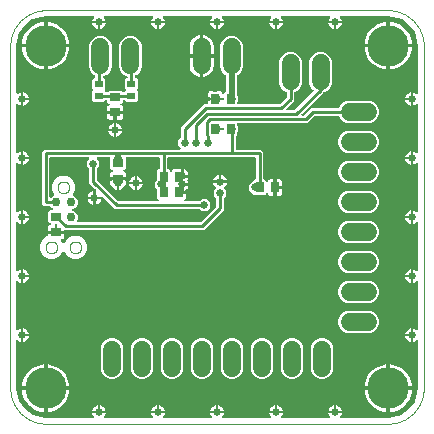
<source format=gbl>
G04 EAGLE Gerber RS-274X export*
G75*
%MOMM*%
%FSLAX35Y35*%
%LPD*%
%INcopper_bottom*%
%IPPOS*%
%AMOC8*
5,1,8,0,0,1.08239X$1,22.5*%
G01*
%ADD10C,0.000000*%
%ADD11R,0.700000X0.900000*%
%ADD12R,0.900000X0.700000*%
%ADD13R,0.700000X0.600000*%
%ADD14C,1.524000*%
%ADD15C,3.516000*%
%ADD16C,0.750000*%
%ADD17C,0.650000*%
%ADD18C,0.250000*%
%ADD19C,0.500000*%
%ADD20C,0.250000*%

G36*
X700628Y49916D02*
X700628Y49916D01*
X701345Y49934D01*
X701836Y50114D01*
X702350Y50198D01*
X702983Y50533D01*
X703656Y50779D01*
X704063Y51104D01*
X704525Y51348D01*
X705019Y51868D01*
X705578Y52315D01*
X705860Y52753D01*
X706220Y53132D01*
X706523Y53783D01*
X706910Y54385D01*
X707038Y54890D01*
X707258Y55363D01*
X707337Y56076D01*
X707513Y56771D01*
X707473Y57290D01*
X707531Y57809D01*
X707379Y58510D01*
X707324Y59224D01*
X707120Y59704D01*
X707010Y60214D01*
X706643Y60829D01*
X706363Y61489D01*
X705916Y62048D01*
X705749Y62328D01*
X705568Y62483D01*
X705308Y62808D01*
X705026Y63091D01*
X698689Y72573D01*
X694325Y83110D01*
X692706Y91250D01*
X748868Y91250D01*
X749062Y91282D01*
X749257Y91260D01*
X749864Y91392D01*
X751132Y91250D01*
X807294Y91250D01*
X805675Y83110D01*
X801311Y72573D01*
X794974Y63091D01*
X794692Y62808D01*
X794274Y62228D01*
X793780Y61707D01*
X793559Y61233D01*
X793255Y60811D01*
X793044Y60126D01*
X792742Y59476D01*
X792684Y58958D01*
X792530Y58459D01*
X792548Y57743D01*
X792469Y57030D01*
X792580Y56520D01*
X792593Y55999D01*
X792838Y55326D01*
X792990Y54625D01*
X793257Y54177D01*
X793436Y53687D01*
X793884Y53126D01*
X794250Y52512D01*
X794647Y52172D01*
X794972Y51765D01*
X795574Y51377D01*
X796118Y50910D01*
X796602Y50714D01*
X797041Y50432D01*
X797737Y50256D01*
X798400Y49988D01*
X799109Y49908D01*
X799426Y49828D01*
X799665Y49847D01*
X800078Y49800D01*
X1199921Y49800D01*
X1200628Y49916D01*
X1201345Y49934D01*
X1201836Y50114D01*
X1202350Y50198D01*
X1202983Y50533D01*
X1203656Y50779D01*
X1204063Y51104D01*
X1204525Y51348D01*
X1205019Y51868D01*
X1205578Y52315D01*
X1205860Y52753D01*
X1206220Y53132D01*
X1206523Y53783D01*
X1206910Y54385D01*
X1207038Y54890D01*
X1207258Y55363D01*
X1207337Y56076D01*
X1207513Y56771D01*
X1207473Y57290D01*
X1207531Y57809D01*
X1207379Y58510D01*
X1207324Y59224D01*
X1207120Y59704D01*
X1207010Y60214D01*
X1206643Y60829D01*
X1206363Y61489D01*
X1205916Y62048D01*
X1205749Y62328D01*
X1205568Y62483D01*
X1205308Y62808D01*
X1205026Y63091D01*
X1198689Y72573D01*
X1194325Y83110D01*
X1192706Y91250D01*
X1248868Y91250D01*
X1249062Y91282D01*
X1249257Y91260D01*
X1249864Y91392D01*
X1251132Y91250D01*
X1307294Y91250D01*
X1305675Y83110D01*
X1301311Y72573D01*
X1294974Y63091D01*
X1294692Y62808D01*
X1294274Y62228D01*
X1293780Y61707D01*
X1293559Y61233D01*
X1293255Y60811D01*
X1293044Y60126D01*
X1292742Y59476D01*
X1292684Y58958D01*
X1292530Y58459D01*
X1292548Y57743D01*
X1292469Y57030D01*
X1292580Y56520D01*
X1292593Y55999D01*
X1292838Y55326D01*
X1292990Y54625D01*
X1293257Y54177D01*
X1293436Y53687D01*
X1293884Y53126D01*
X1294250Y52512D01*
X1294647Y52172D01*
X1294972Y51765D01*
X1295574Y51377D01*
X1296118Y50910D01*
X1296602Y50714D01*
X1297041Y50432D01*
X1297737Y50256D01*
X1298400Y49988D01*
X1299109Y49908D01*
X1299426Y49828D01*
X1299665Y49847D01*
X1300078Y49800D01*
X1699921Y49800D01*
X1700628Y49916D01*
X1701345Y49934D01*
X1701836Y50114D01*
X1702350Y50198D01*
X1702983Y50533D01*
X1703656Y50779D01*
X1704063Y51104D01*
X1704525Y51348D01*
X1705019Y51868D01*
X1705578Y52315D01*
X1705860Y52753D01*
X1706220Y53132D01*
X1706523Y53783D01*
X1706910Y54385D01*
X1707038Y54890D01*
X1707258Y55363D01*
X1707337Y56076D01*
X1707513Y56771D01*
X1707473Y57290D01*
X1707531Y57809D01*
X1707379Y58510D01*
X1707324Y59224D01*
X1707120Y59704D01*
X1707010Y60214D01*
X1706643Y60829D01*
X1706363Y61489D01*
X1705916Y62048D01*
X1705749Y62328D01*
X1705568Y62483D01*
X1705308Y62808D01*
X1705026Y63091D01*
X1698689Y72573D01*
X1694325Y83110D01*
X1692706Y91250D01*
X1748868Y91250D01*
X1749062Y91282D01*
X1749257Y91260D01*
X1749864Y91392D01*
X1751132Y91250D01*
X1807294Y91250D01*
X1805675Y83110D01*
X1801311Y72573D01*
X1794974Y63091D01*
X1794692Y62808D01*
X1794274Y62228D01*
X1793780Y61707D01*
X1793559Y61233D01*
X1793255Y60811D01*
X1793044Y60126D01*
X1792742Y59476D01*
X1792684Y58958D01*
X1792530Y58459D01*
X1792548Y57743D01*
X1792469Y57030D01*
X1792580Y56520D01*
X1792593Y55999D01*
X1792838Y55326D01*
X1792990Y54625D01*
X1793257Y54177D01*
X1793436Y53687D01*
X1793884Y53126D01*
X1794250Y52512D01*
X1794647Y52172D01*
X1794972Y51765D01*
X1795574Y51377D01*
X1796118Y50910D01*
X1796602Y50714D01*
X1797041Y50432D01*
X1797737Y50256D01*
X1798400Y49988D01*
X1799109Y49908D01*
X1799426Y49828D01*
X1799665Y49847D01*
X1800078Y49800D01*
X2199921Y49800D01*
X2200628Y49916D01*
X2201345Y49934D01*
X2201836Y50114D01*
X2202350Y50198D01*
X2202983Y50533D01*
X2203656Y50779D01*
X2204063Y51104D01*
X2204525Y51348D01*
X2205019Y51868D01*
X2205578Y52315D01*
X2205860Y52753D01*
X2206220Y53132D01*
X2206523Y53783D01*
X2206910Y54385D01*
X2207038Y54890D01*
X2207258Y55363D01*
X2207337Y56076D01*
X2207513Y56771D01*
X2207473Y57290D01*
X2207531Y57809D01*
X2207379Y58510D01*
X2207324Y59224D01*
X2207120Y59704D01*
X2207010Y60214D01*
X2206643Y60829D01*
X2206363Y61489D01*
X2205916Y62048D01*
X2205749Y62328D01*
X2205568Y62483D01*
X2205308Y62808D01*
X2205026Y63091D01*
X2198689Y72573D01*
X2194325Y83110D01*
X2192706Y91250D01*
X2248868Y91250D01*
X2249062Y91282D01*
X2249257Y91260D01*
X2249864Y91392D01*
X2251132Y91250D01*
X2307294Y91250D01*
X2305675Y83110D01*
X2301311Y72573D01*
X2294974Y63091D01*
X2294692Y62808D01*
X2294274Y62228D01*
X2293780Y61707D01*
X2293559Y61233D01*
X2293255Y60811D01*
X2293044Y60126D01*
X2292742Y59476D01*
X2292684Y58958D01*
X2292530Y58459D01*
X2292548Y57743D01*
X2292469Y57030D01*
X2292580Y56520D01*
X2292593Y55999D01*
X2292838Y55326D01*
X2292990Y54625D01*
X2293257Y54177D01*
X2293436Y53687D01*
X2293884Y53126D01*
X2294250Y52512D01*
X2294647Y52172D01*
X2294972Y51765D01*
X2295574Y51377D01*
X2296118Y50910D01*
X2296602Y50714D01*
X2297041Y50432D01*
X2297737Y50256D01*
X2298400Y49988D01*
X2299109Y49908D01*
X2299426Y49828D01*
X2299665Y49847D01*
X2300078Y49800D01*
X2699921Y49800D01*
X2700628Y49916D01*
X2701345Y49934D01*
X2701836Y50114D01*
X2702350Y50198D01*
X2702983Y50533D01*
X2703656Y50779D01*
X2704063Y51104D01*
X2704525Y51348D01*
X2705019Y51868D01*
X2705578Y52315D01*
X2705860Y52753D01*
X2706220Y53132D01*
X2706523Y53783D01*
X2706910Y54385D01*
X2707038Y54890D01*
X2707258Y55363D01*
X2707337Y56076D01*
X2707513Y56771D01*
X2707473Y57290D01*
X2707531Y57809D01*
X2707379Y58510D01*
X2707324Y59224D01*
X2707120Y59704D01*
X2707010Y60214D01*
X2706643Y60829D01*
X2706363Y61489D01*
X2705916Y62048D01*
X2705749Y62328D01*
X2705568Y62483D01*
X2705308Y62808D01*
X2705026Y63091D01*
X2698689Y72573D01*
X2694325Y83110D01*
X2692706Y91250D01*
X2748868Y91250D01*
X2749062Y91282D01*
X2749257Y91260D01*
X2749864Y91392D01*
X2751132Y91250D01*
X2807294Y91250D01*
X2805675Y83110D01*
X2801311Y72573D01*
X2794974Y63091D01*
X2794692Y62808D01*
X2794274Y62228D01*
X2793780Y61707D01*
X2793559Y61233D01*
X2793255Y60811D01*
X2793044Y60126D01*
X2792742Y59476D01*
X2792684Y58958D01*
X2792530Y58459D01*
X2792548Y57743D01*
X2792469Y57030D01*
X2792580Y56520D01*
X2792593Y55999D01*
X2792838Y55326D01*
X2792990Y54625D01*
X2793257Y54177D01*
X2793436Y53687D01*
X2793884Y53126D01*
X2794250Y52512D01*
X2794647Y52172D01*
X2794972Y51765D01*
X2795574Y51377D01*
X2796118Y50910D01*
X2796602Y50714D01*
X2797041Y50432D01*
X2797737Y50256D01*
X2798400Y49988D01*
X2799109Y49908D01*
X2799426Y49828D01*
X2799665Y49847D01*
X2800078Y49800D01*
X3200100Y49800D01*
X3200319Y49836D01*
X3200698Y49824D01*
X3238614Y52808D01*
X3238665Y52820D01*
X3238717Y52817D01*
X3240371Y53157D01*
X3312493Y76591D01*
X3312806Y76753D01*
X3313149Y76838D01*
X3314617Y77673D01*
X3375967Y122247D01*
X3376214Y122497D01*
X3376515Y122685D01*
X3377653Y123933D01*
X3422226Y185283D01*
X3422385Y185598D01*
X3422612Y185868D01*
X3423309Y187407D01*
X3446743Y259529D01*
X3446750Y259581D01*
X3446773Y259627D01*
X3447092Y261286D01*
X3450076Y299202D01*
X3450058Y299423D01*
X3450099Y299800D01*
X3450099Y699821D01*
X3449983Y700529D01*
X3449965Y701245D01*
X3449786Y701735D01*
X3449702Y702250D01*
X3449367Y702883D01*
X3449121Y703557D01*
X3448795Y703964D01*
X3448551Y704425D01*
X3448032Y704919D01*
X3447584Y705478D01*
X3447146Y705761D01*
X3446768Y706120D01*
X3446118Y706422D01*
X3445515Y706810D01*
X3445008Y706938D01*
X3444536Y707158D01*
X3443824Y707237D01*
X3443129Y707413D01*
X3442609Y707373D01*
X3442091Y707431D01*
X3441390Y707279D01*
X3440675Y707224D01*
X3440196Y707020D01*
X3439686Y706910D01*
X3439069Y706542D01*
X3438410Y706263D01*
X3437853Y705817D01*
X3437572Y705649D01*
X3437417Y705468D01*
X3437091Y705208D01*
X3436909Y705025D01*
X3427426Y698689D01*
X3416889Y694325D01*
X3408749Y692706D01*
X3408749Y748868D01*
X3408718Y749062D01*
X3408739Y749257D01*
X3408608Y749864D01*
X3408749Y751132D01*
X3408749Y807294D01*
X3416889Y805675D01*
X3427426Y801311D01*
X3436909Y794974D01*
X3437091Y794792D01*
X3437672Y794374D01*
X3438193Y793880D01*
X3438666Y793659D01*
X3439089Y793355D01*
X3439774Y793144D01*
X3440424Y792842D01*
X3440942Y792784D01*
X3441441Y792630D01*
X3442157Y792648D01*
X3442869Y792569D01*
X3443380Y792680D01*
X3443901Y792693D01*
X3444573Y792938D01*
X3445274Y793090D01*
X3445723Y793357D01*
X3446213Y793536D01*
X3446773Y793983D01*
X3447388Y794350D01*
X3447727Y794746D01*
X3448135Y795072D01*
X3448523Y795674D01*
X3448990Y796218D01*
X3449186Y796703D01*
X3449468Y797141D01*
X3449643Y797834D01*
X3449912Y798500D01*
X3449992Y799211D01*
X3450071Y799526D01*
X3450053Y799763D01*
X3450099Y800178D01*
X3450099Y1199821D01*
X3449983Y1200529D01*
X3449965Y1201245D01*
X3449786Y1201735D01*
X3449702Y1202250D01*
X3449367Y1202883D01*
X3449121Y1203557D01*
X3448795Y1203964D01*
X3448551Y1204425D01*
X3448032Y1204919D01*
X3447584Y1205478D01*
X3447146Y1205761D01*
X3446768Y1206120D01*
X3446118Y1206422D01*
X3445515Y1206810D01*
X3445008Y1206938D01*
X3444536Y1207158D01*
X3443824Y1207237D01*
X3443129Y1207413D01*
X3442609Y1207373D01*
X3442091Y1207431D01*
X3441390Y1207279D01*
X3440675Y1207224D01*
X3440196Y1207020D01*
X3439686Y1206910D01*
X3439069Y1206542D01*
X3438410Y1206263D01*
X3437853Y1205817D01*
X3437572Y1205649D01*
X3437417Y1205468D01*
X3437091Y1205208D01*
X3436909Y1205025D01*
X3427426Y1198689D01*
X3416889Y1194325D01*
X3408749Y1192706D01*
X3408749Y1248868D01*
X3408718Y1249062D01*
X3408739Y1249257D01*
X3408608Y1249864D01*
X3408749Y1251132D01*
X3408749Y1307294D01*
X3416889Y1305675D01*
X3427426Y1301311D01*
X3436909Y1294974D01*
X3437091Y1294792D01*
X3437672Y1294374D01*
X3438193Y1293880D01*
X3438666Y1293659D01*
X3439089Y1293355D01*
X3439774Y1293144D01*
X3440424Y1292842D01*
X3440942Y1292784D01*
X3441441Y1292630D01*
X3442157Y1292648D01*
X3442869Y1292569D01*
X3443380Y1292680D01*
X3443901Y1292693D01*
X3444573Y1292938D01*
X3445274Y1293090D01*
X3445723Y1293357D01*
X3446213Y1293536D01*
X3446773Y1293983D01*
X3447388Y1294350D01*
X3447727Y1294746D01*
X3448135Y1295072D01*
X3448523Y1295674D01*
X3448990Y1296218D01*
X3449186Y1296703D01*
X3449468Y1297141D01*
X3449643Y1297834D01*
X3449912Y1298500D01*
X3449992Y1299211D01*
X3450071Y1299526D01*
X3450053Y1299763D01*
X3450099Y1300178D01*
X3450099Y1699821D01*
X3449983Y1700529D01*
X3449965Y1701245D01*
X3449786Y1701735D01*
X3449702Y1702250D01*
X3449367Y1702883D01*
X3449121Y1703557D01*
X3448795Y1703964D01*
X3448551Y1704425D01*
X3448032Y1704919D01*
X3447584Y1705478D01*
X3447146Y1705761D01*
X3446768Y1706120D01*
X3446118Y1706422D01*
X3445515Y1706810D01*
X3445008Y1706938D01*
X3444536Y1707158D01*
X3443824Y1707237D01*
X3443129Y1707413D01*
X3442609Y1707373D01*
X3442091Y1707431D01*
X3441390Y1707279D01*
X3440675Y1707224D01*
X3440196Y1707020D01*
X3439686Y1706910D01*
X3439069Y1706542D01*
X3438410Y1706263D01*
X3437853Y1705817D01*
X3437572Y1705649D01*
X3437417Y1705468D01*
X3437091Y1705208D01*
X3436909Y1705025D01*
X3427426Y1698689D01*
X3416889Y1694325D01*
X3408749Y1692706D01*
X3408749Y1748868D01*
X3408718Y1749062D01*
X3408739Y1749257D01*
X3408608Y1749864D01*
X3408749Y1751132D01*
X3408749Y1807294D01*
X3416889Y1805675D01*
X3427426Y1801311D01*
X3436909Y1794974D01*
X3437091Y1794792D01*
X3437672Y1794374D01*
X3438193Y1793880D01*
X3438666Y1793659D01*
X3439089Y1793355D01*
X3439774Y1793144D01*
X3440424Y1792842D01*
X3440942Y1792784D01*
X3441441Y1792630D01*
X3442157Y1792648D01*
X3442869Y1792569D01*
X3443380Y1792680D01*
X3443901Y1792693D01*
X3444573Y1792938D01*
X3445274Y1793090D01*
X3445723Y1793357D01*
X3446213Y1793536D01*
X3446773Y1793983D01*
X3447388Y1794350D01*
X3447727Y1794746D01*
X3448135Y1795072D01*
X3448523Y1795674D01*
X3448990Y1796218D01*
X3449186Y1796703D01*
X3449468Y1797141D01*
X3449643Y1797834D01*
X3449912Y1798500D01*
X3449992Y1799211D01*
X3450071Y1799526D01*
X3450053Y1799763D01*
X3450099Y1800178D01*
X3450099Y2199821D01*
X3449983Y2200529D01*
X3449965Y2201245D01*
X3449786Y2201735D01*
X3449702Y2202250D01*
X3449367Y2202883D01*
X3449121Y2203557D01*
X3448795Y2203964D01*
X3448551Y2204425D01*
X3448032Y2204919D01*
X3447584Y2205478D01*
X3447146Y2205761D01*
X3446768Y2206120D01*
X3446118Y2206422D01*
X3445515Y2206810D01*
X3445008Y2206938D01*
X3444536Y2207158D01*
X3443824Y2207237D01*
X3443129Y2207413D01*
X3442609Y2207373D01*
X3442091Y2207431D01*
X3441390Y2207279D01*
X3440675Y2207224D01*
X3440196Y2207020D01*
X3439686Y2206910D01*
X3439069Y2206542D01*
X3438410Y2206263D01*
X3437853Y2205817D01*
X3437572Y2205649D01*
X3437417Y2205468D01*
X3437091Y2205208D01*
X3436909Y2205025D01*
X3427426Y2198689D01*
X3416889Y2194325D01*
X3408749Y2192706D01*
X3408749Y2248868D01*
X3408718Y2249062D01*
X3408739Y2249257D01*
X3408608Y2249864D01*
X3408749Y2251132D01*
X3408749Y2307294D01*
X3416889Y2305675D01*
X3427426Y2301311D01*
X3436909Y2294974D01*
X3437091Y2294792D01*
X3437672Y2294374D01*
X3438193Y2293880D01*
X3438666Y2293659D01*
X3439089Y2293355D01*
X3439774Y2293144D01*
X3440424Y2292842D01*
X3440942Y2292784D01*
X3441441Y2292630D01*
X3442157Y2292648D01*
X3442869Y2292569D01*
X3443380Y2292680D01*
X3443901Y2292693D01*
X3444573Y2292938D01*
X3445274Y2293090D01*
X3445723Y2293357D01*
X3446213Y2293536D01*
X3446773Y2293983D01*
X3447388Y2294350D01*
X3447727Y2294746D01*
X3448135Y2295072D01*
X3448523Y2295674D01*
X3448990Y2296218D01*
X3449186Y2296703D01*
X3449468Y2297141D01*
X3449643Y2297834D01*
X3449912Y2298500D01*
X3449992Y2299211D01*
X3450071Y2299526D01*
X3450053Y2299763D01*
X3450099Y2300178D01*
X3450099Y2699821D01*
X3449983Y2700529D01*
X3449965Y2701245D01*
X3449786Y2701735D01*
X3449702Y2702250D01*
X3449367Y2702883D01*
X3449121Y2703557D01*
X3448795Y2703964D01*
X3448551Y2704425D01*
X3448032Y2704919D01*
X3447584Y2705478D01*
X3447146Y2705761D01*
X3446768Y2706120D01*
X3446118Y2706422D01*
X3445515Y2706810D01*
X3445008Y2706938D01*
X3444536Y2707158D01*
X3443824Y2707237D01*
X3443129Y2707413D01*
X3442609Y2707373D01*
X3442091Y2707431D01*
X3441390Y2707279D01*
X3440675Y2707224D01*
X3440196Y2707020D01*
X3439686Y2706910D01*
X3439069Y2706542D01*
X3438410Y2706263D01*
X3437853Y2705817D01*
X3437572Y2705649D01*
X3437417Y2705468D01*
X3437091Y2705208D01*
X3436909Y2705025D01*
X3427426Y2698689D01*
X3416889Y2694325D01*
X3408749Y2692706D01*
X3408749Y2748868D01*
X3408718Y2749062D01*
X3408739Y2749257D01*
X3408608Y2749864D01*
X3408749Y2751132D01*
X3408749Y2807294D01*
X3416889Y2805675D01*
X3427426Y2801311D01*
X3436909Y2794974D01*
X3437091Y2794792D01*
X3437672Y2794374D01*
X3438193Y2793880D01*
X3438666Y2793659D01*
X3439089Y2793355D01*
X3439774Y2793144D01*
X3440424Y2792842D01*
X3440942Y2792784D01*
X3441441Y2792630D01*
X3442157Y2792648D01*
X3442869Y2792569D01*
X3443380Y2792680D01*
X3443901Y2792693D01*
X3444573Y2792938D01*
X3445274Y2793090D01*
X3445723Y2793357D01*
X3446213Y2793536D01*
X3446773Y2793983D01*
X3447388Y2794350D01*
X3447727Y2794746D01*
X3448135Y2795072D01*
X3448523Y2795673D01*
X3448990Y2796218D01*
X3449186Y2796703D01*
X3449468Y2797141D01*
X3449643Y2797834D01*
X3449912Y2798500D01*
X3449992Y2799211D01*
X3450071Y2799526D01*
X3450053Y2799763D01*
X3450099Y2800178D01*
X3450099Y3199800D01*
X3450063Y3200019D01*
X3450076Y3200398D01*
X3447092Y3238314D01*
X3447079Y3238365D01*
X3447083Y3238417D01*
X3446743Y3240071D01*
X3423309Y3312193D01*
X3423147Y3312506D01*
X3423062Y3312849D01*
X3422226Y3314317D01*
X3377653Y3375667D01*
X3377403Y3375914D01*
X3377215Y3376215D01*
X3375967Y3377353D01*
X3314617Y3421926D01*
X3314302Y3422085D01*
X3314031Y3422312D01*
X3312493Y3423009D01*
X3240371Y3446443D01*
X3240319Y3446450D01*
X3240273Y3446473D01*
X3238614Y3446792D01*
X3200698Y3449776D01*
X3200477Y3449758D01*
X3200100Y3449799D01*
X2800478Y3449799D01*
X2799771Y3449684D01*
X2799053Y3449665D01*
X2798563Y3449486D01*
X2798050Y3449402D01*
X2797416Y3449067D01*
X2796742Y3448820D01*
X2796336Y3448495D01*
X2795875Y3448251D01*
X2795380Y3447730D01*
X2794821Y3447283D01*
X2794539Y3446846D01*
X2794180Y3446468D01*
X2793877Y3445816D01*
X2793489Y3445214D01*
X2793362Y3444708D01*
X2793142Y3444236D01*
X2793063Y3443524D01*
X2792887Y3442828D01*
X2792927Y3442308D01*
X2792869Y3441791D01*
X2793021Y3441089D01*
X2793076Y3440374D01*
X2793280Y3439895D01*
X2793390Y3439386D01*
X2793758Y3438769D01*
X2794038Y3438109D01*
X2794483Y3437552D01*
X2794650Y3437272D01*
X2794832Y3437117D01*
X2794854Y3437088D01*
X2801311Y3427426D01*
X2805675Y3416889D01*
X2807294Y3408749D01*
X2751132Y3408749D01*
X2750938Y3408718D01*
X2750743Y3408739D01*
X2750136Y3408608D01*
X2748868Y3408749D01*
X2692706Y3408749D01*
X2694325Y3416889D01*
X2698689Y3427426D01*
X2705357Y3437406D01*
X2705820Y3437893D01*
X2706040Y3438366D01*
X2706344Y3438788D01*
X2706555Y3439473D01*
X2706858Y3440124D01*
X2706915Y3440641D01*
X2707069Y3441139D01*
X2707051Y3441858D01*
X2707131Y3442569D01*
X2707020Y3443078D01*
X2707007Y3443599D01*
X2706762Y3444273D01*
X2706610Y3444974D01*
X2706343Y3445422D01*
X2706164Y3445911D01*
X2705717Y3446472D01*
X2705349Y3447088D01*
X2704954Y3447427D01*
X2704629Y3447834D01*
X2704026Y3448223D01*
X2703481Y3448690D01*
X2702998Y3448885D01*
X2702560Y3449167D01*
X2701865Y3449343D01*
X2701200Y3449612D01*
X2700491Y3449691D01*
X2700175Y3449771D01*
X2699937Y3449753D01*
X2699521Y3449799D01*
X2300478Y3449799D01*
X2299771Y3449684D01*
X2299053Y3449665D01*
X2298563Y3449486D01*
X2298050Y3449402D01*
X2297416Y3449067D01*
X2296742Y3448820D01*
X2296336Y3448495D01*
X2295875Y3448251D01*
X2295380Y3447730D01*
X2294821Y3447283D01*
X2294539Y3446846D01*
X2294180Y3446468D01*
X2293877Y3445816D01*
X2293489Y3445214D01*
X2293362Y3444708D01*
X2293142Y3444236D01*
X2293063Y3443524D01*
X2292887Y3442828D01*
X2292927Y3442308D01*
X2292869Y3441791D01*
X2293021Y3441089D01*
X2293076Y3440374D01*
X2293280Y3439895D01*
X2293390Y3439386D01*
X2293758Y3438769D01*
X2294038Y3438109D01*
X2294483Y3437552D01*
X2294650Y3437272D01*
X2294832Y3437117D01*
X2294854Y3437088D01*
X2301311Y3427426D01*
X2305675Y3416889D01*
X2307294Y3408749D01*
X2251132Y3408749D01*
X2250938Y3408718D01*
X2250743Y3408739D01*
X2250136Y3408608D01*
X2248868Y3408749D01*
X2192706Y3408749D01*
X2194325Y3416889D01*
X2198689Y3427426D01*
X2205357Y3437406D01*
X2205820Y3437893D01*
X2206040Y3438366D01*
X2206344Y3438788D01*
X2206555Y3439473D01*
X2206858Y3440124D01*
X2206915Y3440641D01*
X2207069Y3441139D01*
X2207051Y3441858D01*
X2207131Y3442569D01*
X2207020Y3443078D01*
X2207007Y3443599D01*
X2206762Y3444273D01*
X2206610Y3444974D01*
X2206343Y3445422D01*
X2206164Y3445911D01*
X2205717Y3446472D01*
X2205349Y3447088D01*
X2204954Y3447427D01*
X2204629Y3447834D01*
X2204026Y3448223D01*
X2203481Y3448690D01*
X2202998Y3448885D01*
X2202560Y3449167D01*
X2201865Y3449343D01*
X2201200Y3449612D01*
X2200491Y3449691D01*
X2200175Y3449771D01*
X2199937Y3449753D01*
X2199521Y3449799D01*
X1800478Y3449799D01*
X1799771Y3449684D01*
X1799053Y3449665D01*
X1798563Y3449486D01*
X1798050Y3449402D01*
X1797416Y3449067D01*
X1796742Y3448820D01*
X1796336Y3448495D01*
X1795875Y3448251D01*
X1795380Y3447730D01*
X1794821Y3447283D01*
X1794539Y3446846D01*
X1794180Y3446468D01*
X1793877Y3445816D01*
X1793489Y3445214D01*
X1793362Y3444708D01*
X1793142Y3444236D01*
X1793063Y3443524D01*
X1792887Y3442828D01*
X1792927Y3442308D01*
X1792869Y3441791D01*
X1793021Y3441089D01*
X1793076Y3440374D01*
X1793280Y3439895D01*
X1793390Y3439386D01*
X1793758Y3438769D01*
X1794038Y3438109D01*
X1794483Y3437552D01*
X1794650Y3437272D01*
X1794832Y3437117D01*
X1794854Y3437088D01*
X1801311Y3427426D01*
X1805675Y3416889D01*
X1807294Y3408749D01*
X1751132Y3408749D01*
X1750938Y3408718D01*
X1750743Y3408739D01*
X1750136Y3408608D01*
X1748868Y3408749D01*
X1692706Y3408749D01*
X1694325Y3416889D01*
X1698689Y3427426D01*
X1705357Y3437406D01*
X1705820Y3437893D01*
X1706040Y3438366D01*
X1706344Y3438788D01*
X1706555Y3439473D01*
X1706858Y3440124D01*
X1706915Y3440641D01*
X1707069Y3441139D01*
X1707051Y3441858D01*
X1707131Y3442569D01*
X1707020Y3443078D01*
X1707007Y3443599D01*
X1706762Y3444273D01*
X1706610Y3444974D01*
X1706343Y3445422D01*
X1706164Y3445911D01*
X1705717Y3446472D01*
X1705349Y3447088D01*
X1704954Y3447427D01*
X1704629Y3447834D01*
X1704026Y3448223D01*
X1703481Y3448690D01*
X1702998Y3448885D01*
X1702560Y3449167D01*
X1701865Y3449343D01*
X1701200Y3449612D01*
X1700491Y3449691D01*
X1700175Y3449771D01*
X1699937Y3449753D01*
X1699521Y3449799D01*
X1300478Y3449799D01*
X1299771Y3449684D01*
X1299053Y3449665D01*
X1298563Y3449486D01*
X1298050Y3449402D01*
X1297416Y3449067D01*
X1296742Y3448820D01*
X1296336Y3448495D01*
X1295875Y3448251D01*
X1295380Y3447730D01*
X1294821Y3447283D01*
X1294539Y3446846D01*
X1294180Y3446468D01*
X1293877Y3445816D01*
X1293489Y3445214D01*
X1293362Y3444708D01*
X1293142Y3444236D01*
X1293063Y3443524D01*
X1292887Y3442828D01*
X1292927Y3442308D01*
X1292869Y3441791D01*
X1293021Y3441089D01*
X1293076Y3440374D01*
X1293280Y3439895D01*
X1293390Y3439386D01*
X1293758Y3438769D01*
X1294038Y3438109D01*
X1294483Y3437552D01*
X1294650Y3437272D01*
X1294832Y3437117D01*
X1294854Y3437088D01*
X1301311Y3427426D01*
X1305675Y3416889D01*
X1307294Y3408749D01*
X1251132Y3408749D01*
X1250938Y3408718D01*
X1250743Y3408739D01*
X1250136Y3408608D01*
X1248868Y3408749D01*
X1192706Y3408749D01*
X1194325Y3416889D01*
X1198689Y3427426D01*
X1205357Y3437406D01*
X1205820Y3437893D01*
X1206040Y3438366D01*
X1206344Y3438788D01*
X1206555Y3439473D01*
X1206858Y3440124D01*
X1206915Y3440641D01*
X1207069Y3441139D01*
X1207051Y3441858D01*
X1207131Y3442569D01*
X1207020Y3443078D01*
X1207007Y3443599D01*
X1206762Y3444273D01*
X1206610Y3444974D01*
X1206343Y3445422D01*
X1206164Y3445911D01*
X1205717Y3446472D01*
X1205349Y3447088D01*
X1204954Y3447427D01*
X1204629Y3447834D01*
X1204026Y3448223D01*
X1203481Y3448690D01*
X1202998Y3448885D01*
X1202560Y3449167D01*
X1201865Y3449343D01*
X1201200Y3449612D01*
X1200491Y3449691D01*
X1200175Y3449771D01*
X1199937Y3449753D01*
X1199521Y3449799D01*
X800478Y3449799D01*
X799771Y3449684D01*
X799053Y3449665D01*
X798563Y3449486D01*
X798050Y3449402D01*
X797416Y3449067D01*
X796742Y3448820D01*
X796336Y3448495D01*
X795875Y3448251D01*
X795380Y3447730D01*
X794821Y3447283D01*
X794539Y3446846D01*
X794180Y3446468D01*
X793877Y3445816D01*
X793489Y3445214D01*
X793362Y3444708D01*
X793142Y3444236D01*
X793063Y3443524D01*
X792887Y3442828D01*
X792927Y3442308D01*
X792869Y3441791D01*
X793021Y3441089D01*
X793076Y3440374D01*
X793280Y3439895D01*
X793390Y3439386D01*
X793758Y3438769D01*
X794038Y3438109D01*
X794483Y3437552D01*
X794650Y3437272D01*
X794832Y3437117D01*
X794854Y3437088D01*
X801311Y3427426D01*
X805675Y3416889D01*
X807294Y3408749D01*
X751132Y3408749D01*
X750938Y3408718D01*
X750743Y3408739D01*
X750136Y3408608D01*
X748868Y3408749D01*
X692706Y3408749D01*
X694325Y3416889D01*
X698689Y3427426D01*
X705357Y3437406D01*
X705820Y3437893D01*
X706040Y3438366D01*
X706344Y3438788D01*
X706555Y3439473D01*
X706858Y3440124D01*
X706915Y3440641D01*
X707069Y3441139D01*
X707051Y3441858D01*
X707131Y3442569D01*
X707020Y3443078D01*
X707007Y3443599D01*
X706762Y3444273D01*
X706610Y3444974D01*
X706343Y3445422D01*
X706164Y3445911D01*
X705717Y3446472D01*
X705349Y3447088D01*
X704954Y3447427D01*
X704629Y3447834D01*
X704026Y3448223D01*
X703481Y3448690D01*
X702998Y3448885D01*
X702560Y3449167D01*
X701865Y3449343D01*
X701200Y3449612D01*
X700491Y3449691D01*
X700175Y3449771D01*
X699937Y3449753D01*
X699521Y3449799D01*
X300100Y3449799D01*
X299881Y3449763D01*
X299502Y3449776D01*
X261586Y3446792D01*
X261535Y3446779D01*
X261483Y3446783D01*
X259829Y3446443D01*
X187707Y3423009D01*
X187393Y3422847D01*
X187051Y3422762D01*
X185583Y3421926D01*
X124233Y3377353D01*
X123985Y3377103D01*
X123685Y3376915D01*
X122547Y3375667D01*
X77973Y3314317D01*
X77815Y3314002D01*
X77588Y3313731D01*
X76891Y3312193D01*
X53457Y3240071D01*
X53449Y3240019D01*
X53426Y3239973D01*
X53108Y3238314D01*
X50124Y3200398D01*
X50142Y3200177D01*
X50100Y3199800D01*
X50100Y2800378D01*
X50131Y2800191D01*
X50110Y2800005D01*
X50221Y2799496D01*
X50235Y2798954D01*
X50414Y2798464D01*
X50498Y2797950D01*
X50596Y2797765D01*
X50631Y2797600D01*
X50884Y2797177D01*
X51079Y2796643D01*
X51405Y2796235D01*
X51648Y2795775D01*
X51813Y2795618D01*
X51892Y2795487D01*
X52248Y2795181D01*
X52616Y2794721D01*
X53053Y2794440D01*
X53432Y2794080D01*
X53652Y2793978D01*
X53760Y2793885D01*
X54179Y2793716D01*
X54686Y2793389D01*
X55191Y2793262D01*
X55663Y2793042D01*
X55914Y2793014D01*
X56041Y2792963D01*
X56639Y2792896D01*
X57071Y2792787D01*
X57395Y2792812D01*
X57720Y2792775D01*
X57736Y2792775D01*
X57864Y2792796D01*
X58109Y2792769D01*
X58809Y2792921D01*
X59525Y2792976D01*
X59878Y2793126D01*
X60164Y2793173D01*
X60297Y2793243D01*
X60514Y2793290D01*
X61130Y2793657D01*
X61790Y2793938D01*
X62141Y2794218D01*
X62340Y2794323D01*
X62461Y2794451D01*
X62628Y2794550D01*
X62783Y2794732D01*
X63063Y2794956D01*
X72573Y2801311D01*
X83110Y2805675D01*
X91250Y2807294D01*
X91250Y2751132D01*
X91282Y2750938D01*
X91260Y2750743D01*
X91392Y2750136D01*
X91250Y2748868D01*
X91250Y2692706D01*
X83110Y2694325D01*
X72573Y2698689D01*
X62992Y2705092D01*
X62528Y2705425D01*
X62007Y2705920D01*
X61534Y2706140D01*
X61111Y2706444D01*
X60426Y2706655D01*
X59776Y2706958D01*
X59258Y2707016D01*
X58760Y2707169D01*
X58042Y2707151D01*
X57330Y2707231D01*
X56821Y2707120D01*
X56300Y2707107D01*
X55626Y2706861D01*
X54925Y2706710D01*
X54478Y2706443D01*
X53988Y2706264D01*
X53428Y2705817D01*
X52812Y2705449D01*
X52472Y2705053D01*
X52065Y2704728D01*
X51678Y2704127D01*
X51210Y2703581D01*
X51014Y2703097D01*
X50733Y2702660D01*
X50557Y2701966D01*
X50288Y2701300D01*
X50208Y2700589D01*
X50128Y2700274D01*
X50147Y2700037D01*
X50100Y2699621D01*
X50100Y2300378D01*
X50216Y2299671D01*
X50235Y2298954D01*
X50414Y2298464D01*
X50498Y2297950D01*
X50833Y2297317D01*
X51079Y2296643D01*
X51405Y2296235D01*
X51648Y2295775D01*
X52169Y2295280D01*
X52616Y2294721D01*
X53053Y2294440D01*
X53432Y2294080D01*
X54084Y2293777D01*
X54686Y2293389D01*
X55191Y2293262D01*
X55663Y2293042D01*
X56375Y2292963D01*
X57071Y2292787D01*
X57592Y2292827D01*
X58109Y2292769D01*
X58809Y2292921D01*
X59525Y2292976D01*
X60005Y2293180D01*
X60514Y2293290D01*
X61130Y2293657D01*
X61790Y2293938D01*
X62347Y2294383D01*
X62628Y2294550D01*
X62783Y2294732D01*
X63063Y2294956D01*
X72573Y2301311D01*
X83110Y2305675D01*
X91250Y2307294D01*
X91250Y2251132D01*
X91282Y2250938D01*
X91260Y2250743D01*
X91392Y2250136D01*
X91250Y2248868D01*
X91250Y2192706D01*
X83110Y2194325D01*
X72573Y2198689D01*
X62992Y2205092D01*
X62528Y2205425D01*
X62007Y2205920D01*
X61534Y2206140D01*
X61111Y2206444D01*
X60426Y2206655D01*
X59776Y2206958D01*
X59258Y2207016D01*
X58760Y2207169D01*
X58042Y2207151D01*
X57330Y2207231D01*
X56821Y2207120D01*
X56300Y2207107D01*
X55626Y2206861D01*
X54925Y2206710D01*
X54478Y2206443D01*
X53988Y2206264D01*
X53428Y2205817D01*
X52812Y2205449D01*
X52472Y2205053D01*
X52065Y2204728D01*
X51678Y2204127D01*
X51210Y2203581D01*
X51014Y2203097D01*
X50733Y2202660D01*
X50557Y2201966D01*
X50288Y2201300D01*
X50208Y2200589D01*
X50128Y2200274D01*
X50147Y2200037D01*
X50100Y2199621D01*
X50100Y1800378D01*
X50216Y1799671D01*
X50235Y1798954D01*
X50414Y1798464D01*
X50498Y1797950D01*
X50833Y1797317D01*
X51079Y1796643D01*
X51405Y1796235D01*
X51648Y1795775D01*
X52169Y1795280D01*
X52616Y1794721D01*
X53053Y1794440D01*
X53432Y1794080D01*
X54084Y1793777D01*
X54686Y1793389D01*
X55191Y1793262D01*
X55663Y1793042D01*
X56375Y1792963D01*
X57071Y1792787D01*
X57592Y1792827D01*
X58109Y1792769D01*
X58809Y1792921D01*
X59525Y1792976D01*
X60005Y1793180D01*
X60514Y1793290D01*
X61130Y1793657D01*
X61790Y1793938D01*
X62347Y1794383D01*
X62628Y1794550D01*
X62783Y1794732D01*
X63063Y1794956D01*
X72573Y1801311D01*
X83110Y1805675D01*
X91250Y1807294D01*
X91250Y1751132D01*
X91282Y1750938D01*
X91260Y1750743D01*
X91392Y1750136D01*
X91250Y1748868D01*
X91250Y1692706D01*
X83110Y1694325D01*
X72573Y1698689D01*
X62992Y1705092D01*
X62528Y1705425D01*
X62007Y1705920D01*
X61534Y1706140D01*
X61111Y1706444D01*
X60426Y1706655D01*
X59776Y1706958D01*
X59258Y1707016D01*
X58760Y1707169D01*
X58042Y1707151D01*
X57330Y1707231D01*
X56821Y1707120D01*
X56300Y1707107D01*
X55626Y1706861D01*
X54925Y1706710D01*
X54478Y1706443D01*
X53988Y1706264D01*
X53428Y1705817D01*
X52812Y1705449D01*
X52472Y1705053D01*
X52065Y1704728D01*
X51678Y1704127D01*
X51210Y1703581D01*
X51014Y1703097D01*
X50733Y1702660D01*
X50557Y1701966D01*
X50288Y1701300D01*
X50208Y1700589D01*
X50128Y1700274D01*
X50147Y1700037D01*
X50100Y1699621D01*
X50100Y1300378D01*
X50216Y1299671D01*
X50235Y1298954D01*
X50414Y1298464D01*
X50498Y1297950D01*
X50833Y1297317D01*
X51079Y1296643D01*
X51405Y1296235D01*
X51648Y1295775D01*
X52169Y1295280D01*
X52616Y1294721D01*
X53053Y1294440D01*
X53432Y1294080D01*
X54084Y1293777D01*
X54686Y1293389D01*
X55191Y1293262D01*
X55663Y1293042D01*
X56375Y1292963D01*
X57071Y1292787D01*
X57592Y1292827D01*
X58109Y1292769D01*
X58809Y1292921D01*
X59525Y1292976D01*
X60005Y1293180D01*
X60514Y1293290D01*
X61130Y1293657D01*
X61790Y1293938D01*
X62347Y1294383D01*
X62628Y1294550D01*
X62783Y1294732D01*
X63063Y1294956D01*
X72573Y1301311D01*
X83110Y1305675D01*
X91250Y1307294D01*
X91250Y1251132D01*
X91282Y1250938D01*
X91260Y1250743D01*
X91392Y1250136D01*
X91250Y1248868D01*
X91250Y1192706D01*
X83110Y1194325D01*
X72573Y1198689D01*
X62992Y1205092D01*
X62528Y1205425D01*
X62007Y1205920D01*
X61534Y1206140D01*
X61111Y1206444D01*
X60426Y1206655D01*
X59776Y1206958D01*
X59258Y1207016D01*
X58760Y1207169D01*
X58042Y1207151D01*
X57330Y1207231D01*
X56821Y1207120D01*
X56300Y1207107D01*
X55626Y1206861D01*
X54925Y1206710D01*
X54478Y1206443D01*
X53988Y1206264D01*
X53428Y1205817D01*
X52812Y1205449D01*
X52472Y1205053D01*
X52065Y1204728D01*
X51678Y1204127D01*
X51210Y1203581D01*
X51014Y1203097D01*
X50733Y1202660D01*
X50557Y1201966D01*
X50288Y1201300D01*
X50208Y1200589D01*
X50128Y1200274D01*
X50147Y1200037D01*
X50100Y1199621D01*
X50100Y800378D01*
X50216Y799671D01*
X50235Y798954D01*
X50414Y798464D01*
X50498Y797950D01*
X50833Y797317D01*
X51079Y796643D01*
X51405Y796235D01*
X51648Y795775D01*
X52169Y795280D01*
X52616Y794721D01*
X53053Y794440D01*
X53432Y794080D01*
X54084Y793777D01*
X54686Y793389D01*
X55191Y793262D01*
X55663Y793042D01*
X56375Y792963D01*
X57071Y792787D01*
X57592Y792827D01*
X58109Y792769D01*
X58809Y792921D01*
X59525Y792976D01*
X60005Y793180D01*
X60514Y793290D01*
X61130Y793657D01*
X61790Y793938D01*
X62347Y794383D01*
X62628Y794550D01*
X62783Y794732D01*
X63063Y794956D01*
X72573Y801311D01*
X83110Y805675D01*
X91250Y807294D01*
X91250Y751132D01*
X91282Y750938D01*
X91260Y750743D01*
X91392Y750136D01*
X91250Y748868D01*
X91250Y692706D01*
X83110Y694325D01*
X72573Y698689D01*
X62992Y705092D01*
X62528Y705425D01*
X62007Y705920D01*
X61534Y706140D01*
X61111Y706444D01*
X60426Y706655D01*
X59776Y706958D01*
X59258Y707016D01*
X58760Y707169D01*
X58042Y707151D01*
X57330Y707231D01*
X56821Y707120D01*
X56300Y707107D01*
X55626Y706861D01*
X54925Y706710D01*
X54478Y706443D01*
X53988Y706264D01*
X53428Y705817D01*
X52812Y705449D01*
X52472Y705053D01*
X52065Y704728D01*
X51678Y704127D01*
X51210Y703581D01*
X51014Y703097D01*
X50733Y702660D01*
X50557Y701966D01*
X50288Y701300D01*
X50208Y700589D01*
X50128Y700274D01*
X50147Y700037D01*
X50100Y699621D01*
X50100Y299800D01*
X50136Y299581D01*
X50124Y299202D01*
X53108Y261286D01*
X53120Y261235D01*
X53117Y261183D01*
X53457Y259529D01*
X76891Y187407D01*
X77053Y187093D01*
X77138Y186751D01*
X77973Y185283D01*
X122547Y123933D01*
X122797Y123685D01*
X122985Y123385D01*
X124233Y122247D01*
X185583Y77673D01*
X185898Y77515D01*
X186168Y77288D01*
X187707Y76591D01*
X259829Y53157D01*
X259880Y53149D01*
X259927Y53126D01*
X261585Y52808D01*
X299502Y49824D01*
X299723Y49842D01*
X300100Y49800D01*
X699921Y49800D01*
X700628Y49916D01*
G37*
%LPC*%
G36*
X323891Y1630249D02*
X323891Y1630249D01*
X323920Y1630508D01*
X323858Y1630796D01*
X323868Y1631092D01*
X323598Y1631994D01*
X323399Y1632913D01*
X323248Y1633167D01*
X323163Y1633450D01*
X322620Y1634219D01*
X322138Y1635027D01*
X321915Y1635219D01*
X321744Y1635460D01*
X320986Y1636015D01*
X320270Y1636629D01*
X319996Y1636740D01*
X319758Y1636913D01*
X318863Y1637198D01*
X317989Y1637551D01*
X317620Y1637592D01*
X317413Y1637658D01*
X317099Y1637653D01*
X317099Y1660844D01*
X318830Y1667303D01*
X322175Y1673096D01*
X326903Y1677825D01*
X332696Y1681169D01*
X337738Y1682520D01*
X337957Y1682619D01*
X338194Y1682658D01*
X339071Y1683122D01*
X339981Y1683533D01*
X340157Y1683697D01*
X340369Y1683809D01*
X341056Y1684531D01*
X341784Y1685207D01*
X341898Y1685418D01*
X342064Y1685593D01*
X342485Y1686496D01*
X342959Y1687369D01*
X343001Y1687606D01*
X343102Y1687824D01*
X343213Y1688813D01*
X343384Y1689793D01*
X343348Y1690030D01*
X343375Y1690269D01*
X343164Y1691242D01*
X343015Y1692226D01*
X342905Y1692440D01*
X342854Y1692674D01*
X342345Y1693528D01*
X341889Y1694414D01*
X341717Y1694582D01*
X341594Y1694788D01*
X340840Y1695434D01*
X340125Y1696129D01*
X339909Y1696233D01*
X339726Y1696390D01*
X338800Y1696764D01*
X337906Y1697193D01*
X337668Y1697222D01*
X337444Y1697312D01*
X335766Y1697499D01*
X334216Y1697499D01*
X322499Y1709216D01*
X322499Y1795784D01*
X334216Y1807500D01*
X356173Y1807500D01*
X357132Y1807658D01*
X358103Y1807749D01*
X358343Y1807856D01*
X358601Y1807898D01*
X359460Y1808352D01*
X360351Y1808748D01*
X360545Y1808926D01*
X360776Y1809048D01*
X361447Y1809754D01*
X362164Y1810413D01*
X362291Y1810642D01*
X362471Y1810832D01*
X362882Y1811715D01*
X363352Y1812568D01*
X363399Y1812826D01*
X363509Y1813063D01*
X363617Y1814031D01*
X363791Y1814989D01*
X363753Y1815248D01*
X363782Y1815509D01*
X363576Y1816461D01*
X363435Y1817424D01*
X363317Y1817658D01*
X363261Y1817914D01*
X362762Y1818750D01*
X362322Y1819618D01*
X362135Y1819802D01*
X362001Y1820028D01*
X361261Y1820662D01*
X360567Y1821344D01*
X360282Y1821501D01*
X360133Y1821629D01*
X359820Y1821756D01*
X359088Y1822159D01*
X353428Y1824503D01*
X339414Y1838518D01*
X338678Y1839047D01*
X337987Y1839640D01*
X337682Y1839763D01*
X337416Y1839954D01*
X336548Y1840221D01*
X335705Y1840562D01*
X335292Y1840608D01*
X335064Y1840678D01*
X334738Y1840670D01*
X334027Y1840749D01*
X285288Y1840749D01*
X266249Y1859788D01*
X266249Y2301462D01*
X285288Y2320500D01*
X1436858Y2320500D01*
X1437565Y2320616D01*
X1438280Y2320634D01*
X1438771Y2320813D01*
X1439286Y2320898D01*
X1439918Y2321232D01*
X1440592Y2321478D01*
X1441000Y2321804D01*
X1441462Y2322048D01*
X1441955Y2322568D01*
X1442514Y2323014D01*
X1442796Y2323453D01*
X1443157Y2323832D01*
X1443459Y2324483D01*
X1443846Y2325083D01*
X1443974Y2325590D01*
X1444194Y2326063D01*
X1444274Y2326775D01*
X1444449Y2327469D01*
X1444409Y2327990D01*
X1444467Y2328509D01*
X1444316Y2329208D01*
X1444261Y2329923D01*
X1444057Y2330404D01*
X1443946Y2330914D01*
X1443580Y2331529D01*
X1443300Y2332188D01*
X1442853Y2332748D01*
X1442686Y2333028D01*
X1442506Y2333182D01*
X1442246Y2333508D01*
X1422499Y2353253D01*
X1422499Y2396746D01*
X1440268Y2414515D01*
X1440798Y2415253D01*
X1441390Y2415943D01*
X1441513Y2416247D01*
X1441704Y2416513D01*
X1441972Y2417382D01*
X1442312Y2418224D01*
X1442358Y2418637D01*
X1442428Y2418865D01*
X1442420Y2419191D01*
X1442499Y2419903D01*
X1442499Y2504704D01*
X1640796Y2703000D01*
X1666980Y2703000D01*
X1667174Y2703032D01*
X1667369Y2703010D01*
X1668385Y2703230D01*
X1669408Y2703398D01*
X1669582Y2703490D01*
X1669774Y2703531D01*
X1670668Y2704064D01*
X1671584Y2704548D01*
X1671718Y2704690D01*
X1671888Y2704792D01*
X1672563Y2705580D01*
X1673279Y2706332D01*
X1673362Y2706511D01*
X1673490Y2706660D01*
X1673879Y2707623D01*
X1674317Y2708563D01*
X1674338Y2708759D01*
X1674412Y2708941D01*
X1674599Y2710620D01*
X1674599Y2732761D01*
X1684712Y2732761D01*
X1685642Y2732913D01*
X1686580Y2732993D01*
X1686850Y2733111D01*
X1687141Y2733158D01*
X1687973Y2733599D01*
X1688837Y2733974D01*
X1689055Y2734171D01*
X1689316Y2734309D01*
X1689966Y2734993D01*
X1690664Y2735623D01*
X1690808Y2735879D01*
X1691011Y2736093D01*
X1691408Y2736947D01*
X1691870Y2737768D01*
X1691925Y2738058D01*
X1692049Y2738324D01*
X1692152Y2739250D01*
X1727379Y2739250D01*
X1727573Y2739282D01*
X1727768Y2739260D01*
X1728783Y2739480D01*
X1729807Y2739648D01*
X1729981Y2739739D01*
X1730173Y2739781D01*
X1731065Y2740313D01*
X1731983Y2740798D01*
X1732118Y2740941D01*
X1732287Y2741041D01*
X1732962Y2741828D01*
X1733678Y2742582D01*
X1733760Y2742760D01*
X1733888Y2742909D01*
X1734278Y2743873D01*
X1734715Y2744813D01*
X1734737Y2745008D01*
X1734811Y2745191D01*
X1734998Y2746869D01*
X1734998Y2749130D01*
X1734966Y2749324D01*
X1734988Y2749519D01*
X1734768Y2750535D01*
X1734601Y2751558D01*
X1734509Y2751732D01*
X1734467Y2751924D01*
X1733935Y2752817D01*
X1733450Y2753734D01*
X1733308Y2753869D01*
X1733207Y2754038D01*
X1732420Y2754713D01*
X1731666Y2755429D01*
X1731488Y2755512D01*
X1731339Y2755640D01*
X1730375Y2756029D01*
X1729435Y2756467D01*
X1729240Y2756488D01*
X1729057Y2756562D01*
X1727379Y2756749D01*
X1692222Y2756749D01*
X1692000Y2757493D01*
X1691801Y2758413D01*
X1691650Y2758666D01*
X1691566Y2758948D01*
X1691023Y2759718D01*
X1690540Y2760527D01*
X1690317Y2760718D01*
X1690147Y2760959D01*
X1689388Y2761514D01*
X1688672Y2762129D01*
X1688398Y2762239D01*
X1688162Y2762413D01*
X1687264Y2762698D01*
X1686391Y2763051D01*
X1686024Y2763092D01*
X1685817Y2763158D01*
X1685483Y2763153D01*
X1684712Y2763238D01*
X1674599Y2763238D01*
X1674599Y2796344D01*
X1676330Y2802803D01*
X1679675Y2808596D01*
X1684403Y2813325D01*
X1690196Y2816669D01*
X1696656Y2818400D01*
X1719761Y2818400D01*
X1719761Y2809548D01*
X1719835Y2809097D01*
X1719815Y2808640D01*
X1720033Y2807890D01*
X1720158Y2807120D01*
X1720372Y2806716D01*
X1720499Y2806276D01*
X1720944Y2805635D01*
X1721309Y2804945D01*
X1721641Y2804629D01*
X1721901Y2804254D01*
X1722526Y2803788D01*
X1723093Y2803250D01*
X1723508Y2803057D01*
X1723875Y2802783D01*
X1724617Y2802541D01*
X1725324Y2802212D01*
X1725779Y2802161D01*
X1726213Y2802019D01*
X1726994Y2802026D01*
X1727770Y2801939D01*
X1728217Y2802036D01*
X1728674Y2802040D01*
X1729982Y2802418D01*
X1730175Y2802460D01*
X1730221Y2802488D01*
X1730297Y2802509D01*
X1733110Y2803675D01*
X1744105Y2805862D01*
X1744746Y2806102D01*
X1745413Y2806247D01*
X1745890Y2806531D01*
X1746410Y2806726D01*
X1746940Y2807157D01*
X1747527Y2807507D01*
X1747888Y2807928D01*
X1748319Y2808278D01*
X1748683Y2808856D01*
X1749129Y2809375D01*
X1749337Y2809890D01*
X1749633Y2810359D01*
X1749795Y2811023D01*
X1750051Y2811657D01*
X1750137Y2812426D01*
X1750216Y2812749D01*
X1750198Y2812967D01*
X1750238Y2813335D01*
X1750238Y2818400D01*
X1773344Y2818400D01*
X1779803Y2816669D01*
X1785596Y2813325D01*
X1790325Y2808596D01*
X1793670Y2802803D01*
X1795020Y2797762D01*
X1795119Y2797542D01*
X1795158Y2797305D01*
X1795623Y2796426D01*
X1796033Y2795519D01*
X1796196Y2795343D01*
X1796309Y2795130D01*
X1797030Y2794444D01*
X1797707Y2793715D01*
X1797918Y2793601D01*
X1798093Y2793435D01*
X1798994Y2793015D01*
X1799869Y2792540D01*
X1800106Y2792498D01*
X1800324Y2792397D01*
X1801312Y2792287D01*
X1802293Y2792115D01*
X1802530Y2792151D01*
X1802769Y2792124D01*
X1803743Y2792335D01*
X1804725Y2792484D01*
X1804939Y2792594D01*
X1805174Y2792645D01*
X1806029Y2793154D01*
X1806914Y2793610D01*
X1807082Y2793783D01*
X1807288Y2793905D01*
X1807936Y2794661D01*
X1808629Y2795374D01*
X1808733Y2795590D01*
X1808890Y2795773D01*
X1809263Y2796698D01*
X1809693Y2797593D01*
X1809722Y2797832D01*
X1809812Y2798055D01*
X1809999Y2799733D01*
X1809999Y2801284D01*
X1821921Y2813206D01*
X1822035Y2813230D01*
X1823058Y2813398D01*
X1823232Y2813490D01*
X1823424Y2813531D01*
X1824317Y2814063D01*
X1825234Y2814548D01*
X1825369Y2814691D01*
X1825538Y2814792D01*
X1826213Y2815579D01*
X1826929Y2816332D01*
X1827012Y2816510D01*
X1827140Y2816660D01*
X1827529Y2817624D01*
X1827967Y2818563D01*
X1827988Y2818758D01*
X1828062Y2818941D01*
X1828249Y2820620D01*
X1828249Y2944722D01*
X1828063Y2945863D01*
X1827893Y2947026D01*
X1827863Y2947086D01*
X1827852Y2947150D01*
X1827313Y2948168D01*
X1826780Y2949221D01*
X1826732Y2949268D01*
X1826701Y2949326D01*
X1825857Y2950128D01*
X1825025Y2950946D01*
X1824956Y2950984D01*
X1824918Y2951021D01*
X1824738Y2951104D01*
X1823546Y2951761D01*
X1818757Y2953745D01*
X1791695Y2980807D01*
X1777049Y3016164D01*
X1777049Y3206835D01*
X1791695Y3242193D01*
X1818757Y3269255D01*
X1854114Y3283900D01*
X1892385Y3283900D01*
X1927743Y3269255D01*
X1954805Y3242193D01*
X1969450Y3206835D01*
X1969450Y3016164D01*
X1954805Y2980807D01*
X1927743Y2953745D01*
X1922954Y2951761D01*
X1921960Y2951145D01*
X1920962Y2950550D01*
X1920919Y2950500D01*
X1920862Y2950465D01*
X1920120Y2949569D01*
X1919360Y2948682D01*
X1919335Y2948620D01*
X1919293Y2948569D01*
X1918876Y2947484D01*
X1918438Y2946400D01*
X1918429Y2946322D01*
X1918410Y2946273D01*
X1918401Y2946076D01*
X1918250Y2944722D01*
X1918250Y2806190D01*
X1918397Y2805295D01*
X1918467Y2804388D01*
X1918595Y2804085D01*
X1918648Y2803762D01*
X1919072Y2802959D01*
X1919428Y2802122D01*
X1919687Y2801797D01*
X1919798Y2801587D01*
X1920000Y2801395D01*
X1920000Y2780403D01*
X1920147Y2779507D01*
X1920217Y2778600D01*
X1920345Y2778297D01*
X1920398Y2777974D01*
X1920822Y2777172D01*
X1921178Y2776334D01*
X1921437Y2776009D01*
X1921548Y2775799D01*
X1921785Y2775574D01*
X1922232Y2775015D01*
X1927500Y2769746D01*
X1927500Y2726253D01*
X1922232Y2720985D01*
X1921702Y2720247D01*
X1921110Y2719557D01*
X1920987Y2719253D01*
X1920796Y2718987D01*
X1920528Y2718118D01*
X1920188Y2717276D01*
X1920142Y2716863D01*
X1920071Y2716635D01*
X1920080Y2716308D01*
X1920000Y2715597D01*
X1920000Y2710620D01*
X1920032Y2710426D01*
X1920010Y2710230D01*
X1920230Y2709215D01*
X1920398Y2708191D01*
X1920490Y2708018D01*
X1920531Y2707825D01*
X1921063Y2706933D01*
X1921548Y2706016D01*
X1921691Y2705880D01*
X1921792Y2705712D01*
X1922579Y2705037D01*
X1923332Y2704321D01*
X1923510Y2704238D01*
X1923660Y2704110D01*
X1924624Y2703720D01*
X1925563Y2703283D01*
X1925758Y2703261D01*
X1925941Y2703188D01*
X1927620Y2703000D01*
X2278882Y2703000D01*
X2279777Y2703147D01*
X2280684Y2703217D01*
X2280987Y2703345D01*
X2281310Y2703398D01*
X2282113Y2703822D01*
X2282950Y2704178D01*
X2283275Y2704437D01*
X2283485Y2704548D01*
X2283710Y2704785D01*
X2284269Y2705232D01*
X2338268Y2759230D01*
X2338798Y2759968D01*
X2339390Y2760658D01*
X2339513Y2760963D01*
X2339704Y2761229D01*
X2339972Y2762098D01*
X2340312Y2762940D01*
X2340358Y2763352D01*
X2340428Y2763580D01*
X2340420Y2763907D01*
X2340499Y2764618D01*
X2340499Y2803044D01*
X2340310Y2804199D01*
X2340143Y2805348D01*
X2340113Y2805408D01*
X2340102Y2805473D01*
X2339556Y2806505D01*
X2339029Y2807543D01*
X2338982Y2807589D01*
X2338951Y2807648D01*
X2338103Y2808455D01*
X2337275Y2809268D01*
X2337206Y2809306D01*
X2337168Y2809343D01*
X2336988Y2809427D01*
X2335796Y2810084D01*
X2318507Y2817245D01*
X2291445Y2844307D01*
X2276799Y2879664D01*
X2276799Y3070335D01*
X2291445Y3105693D01*
X2318507Y3132755D01*
X2353864Y3147400D01*
X2392135Y3147400D01*
X2427493Y3132755D01*
X2454555Y3105693D01*
X2469200Y3070335D01*
X2469200Y2879664D01*
X2454555Y2844307D01*
X2427493Y2817245D01*
X2410204Y2810084D01*
X2409218Y2809473D01*
X2408212Y2808873D01*
X2408168Y2808822D01*
X2408113Y2808787D01*
X2407367Y2807887D01*
X2406610Y2807004D01*
X2406585Y2806943D01*
X2406543Y2806892D01*
X2406126Y2805806D01*
X2405688Y2804723D01*
X2405679Y2804645D01*
X2405660Y2804595D01*
X2405651Y2804398D01*
X2405500Y2803044D01*
X2405500Y2734538D01*
X2384230Y2713268D01*
X2336970Y2666008D01*
X2336552Y2665426D01*
X2336059Y2664907D01*
X2335839Y2664434D01*
X2335533Y2664009D01*
X2335322Y2663324D01*
X2335021Y2662676D01*
X2334963Y2662158D01*
X2334809Y2661658D01*
X2334828Y2660941D01*
X2334748Y2660230D01*
X2334858Y2659721D01*
X2334872Y2659198D01*
X2335118Y2658524D01*
X2335269Y2657825D01*
X2335536Y2657377D01*
X2335716Y2656886D01*
X2336163Y2656326D01*
X2336529Y2655712D01*
X2336926Y2655372D01*
X2337252Y2654964D01*
X2337853Y2654577D01*
X2338398Y2654110D01*
X2338883Y2653914D01*
X2339321Y2653632D01*
X2340014Y2653456D01*
X2340679Y2653188D01*
X2341390Y2653108D01*
X2341707Y2653028D01*
X2341944Y2653046D01*
X2342358Y2653000D01*
X2403882Y2653000D01*
X2404777Y2653147D01*
X2405684Y2653217D01*
X2405987Y2653345D01*
X2406310Y2653398D01*
X2407113Y2653822D01*
X2407950Y2654178D01*
X2408275Y2654437D01*
X2408485Y2654548D01*
X2408710Y2654785D01*
X2409269Y2655232D01*
X2566507Y2812469D01*
X2566622Y2812630D01*
X2566775Y2812752D01*
X2567335Y2813622D01*
X2567943Y2814468D01*
X2568002Y2814656D01*
X2568108Y2814821D01*
X2568360Y2815821D01*
X2568668Y2816819D01*
X2568663Y2817016D01*
X2568711Y2817207D01*
X2568631Y2818243D01*
X2568605Y2819279D01*
X2568538Y2819463D01*
X2568523Y2819660D01*
X2568116Y2820618D01*
X2567761Y2821591D01*
X2567638Y2821745D01*
X2567562Y2821926D01*
X2566507Y2823245D01*
X2545445Y2844307D01*
X2530799Y2879664D01*
X2530799Y3070335D01*
X2545445Y3105693D01*
X2572507Y3132755D01*
X2607864Y3147400D01*
X2646135Y3147400D01*
X2681493Y3132755D01*
X2708555Y3105693D01*
X2723200Y3070335D01*
X2723200Y2879664D01*
X2708555Y2844307D01*
X2681493Y2817245D01*
X2651678Y2804896D01*
X2651126Y2804553D01*
X2650526Y2804298D01*
X2649870Y2803775D01*
X2649587Y2803599D01*
X2649463Y2803449D01*
X2649206Y2803244D01*
X2466970Y2621008D01*
X2466552Y2620426D01*
X2466059Y2619907D01*
X2465838Y2619433D01*
X2465533Y2619009D01*
X2465323Y2618324D01*
X2465021Y2617676D01*
X2464963Y2617158D01*
X2464809Y2616658D01*
X2464828Y2615941D01*
X2464748Y2615230D01*
X2464859Y2614719D01*
X2464872Y2614198D01*
X2465118Y2613525D01*
X2465269Y2612825D01*
X2465537Y2612377D01*
X2465716Y2611886D01*
X2466163Y2611326D01*
X2466529Y2610712D01*
X2466926Y2610372D01*
X2467252Y2609964D01*
X2467853Y2609577D01*
X2468398Y2609110D01*
X2468883Y2608914D01*
X2469321Y2608632D01*
X2470014Y2608456D01*
X2470679Y2608188D01*
X2471390Y2608108D01*
X2471707Y2608028D01*
X2471944Y2608046D01*
X2472358Y2608000D01*
X2483882Y2608000D01*
X2484777Y2608147D01*
X2485684Y2608217D01*
X2485987Y2608345D01*
X2486310Y2608398D01*
X2487113Y2608822D01*
X2487950Y2609178D01*
X2488275Y2609437D01*
X2488485Y2609548D01*
X2488710Y2609785D01*
X2489269Y2610232D01*
X2550538Y2671500D01*
X2778044Y2671500D01*
X2779199Y2671689D01*
X2780348Y2671857D01*
X2780408Y2671887D01*
X2780473Y2671898D01*
X2781505Y2672444D01*
X2782543Y2672970D01*
X2782589Y2673018D01*
X2782648Y2673048D01*
X2783455Y2673897D01*
X2784268Y2674725D01*
X2784306Y2674793D01*
X2784343Y2674832D01*
X2784427Y2675012D01*
X2785084Y2676204D01*
X2792245Y2693493D01*
X2819307Y2720555D01*
X2854664Y2735200D01*
X3045335Y2735200D01*
X3080693Y2720555D01*
X3107755Y2693493D01*
X3122400Y2658135D01*
X3122400Y2619864D01*
X3107755Y2584507D01*
X3080693Y2557445D01*
X3045335Y2542799D01*
X2854664Y2542799D01*
X2819307Y2557445D01*
X2792245Y2584507D01*
X2785084Y2601796D01*
X2784473Y2602782D01*
X2783873Y2603788D01*
X2783822Y2603831D01*
X2783787Y2603887D01*
X2782897Y2604624D01*
X2782004Y2605390D01*
X2781943Y2605415D01*
X2781892Y2605457D01*
X2780806Y2605874D01*
X2779723Y2606312D01*
X2779645Y2606321D01*
X2779595Y2606340D01*
X2779398Y2606348D01*
X2778044Y2606499D01*
X2580618Y2606499D01*
X2579723Y2606353D01*
X2578815Y2606283D01*
X2578513Y2606155D01*
X2578190Y2606102D01*
X2577387Y2605678D01*
X2576550Y2605322D01*
X2576225Y2605063D01*
X2576014Y2604951D01*
X2575790Y2604715D01*
X2575230Y2604268D01*
X2513962Y2542999D01*
X1927620Y2542999D01*
X1927426Y2542968D01*
X1927230Y2542989D01*
X1926215Y2542769D01*
X1925191Y2542602D01*
X1925018Y2542510D01*
X1924825Y2542468D01*
X1923933Y2541936D01*
X1923016Y2541451D01*
X1922880Y2541309D01*
X1922712Y2541208D01*
X1922037Y2540421D01*
X1921321Y2539668D01*
X1921238Y2539489D01*
X1921110Y2539340D01*
X1920720Y2538376D01*
X1920283Y2537436D01*
X1920261Y2537241D01*
X1920188Y2537058D01*
X1920000Y2535380D01*
X1920000Y2530403D01*
X1920147Y2529507D01*
X1920217Y2528600D01*
X1920345Y2528297D01*
X1920398Y2527974D01*
X1920822Y2527172D01*
X1921178Y2526334D01*
X1921437Y2526009D01*
X1921548Y2525799D01*
X1921785Y2525574D01*
X1922232Y2525015D01*
X1927500Y2519746D01*
X1927500Y2476253D01*
X1922232Y2470985D01*
X1921702Y2470247D01*
X1921110Y2469557D01*
X1920987Y2469253D01*
X1920796Y2468987D01*
X1920528Y2468118D01*
X1920188Y2467276D01*
X1920142Y2466863D01*
X1920071Y2466635D01*
X1920080Y2466308D01*
X1920000Y2465597D01*
X1920000Y2444715D01*
X1909732Y2434448D01*
X1909203Y2433711D01*
X1908610Y2433020D01*
X1908487Y2432715D01*
X1908296Y2432449D01*
X1908028Y2431582D01*
X1907688Y2430738D01*
X1907642Y2430325D01*
X1907571Y2430098D01*
X1907580Y2429771D01*
X1907500Y2429060D01*
X1907500Y2328120D01*
X1907532Y2327926D01*
X1907510Y2327730D01*
X1907730Y2326715D01*
X1907898Y2325691D01*
X1907990Y2325518D01*
X1908031Y2325325D01*
X1908563Y2324433D01*
X1909048Y2323516D01*
X1909191Y2323380D01*
X1909292Y2323212D01*
X1910079Y2322537D01*
X1910832Y2321821D01*
X1911010Y2321738D01*
X1911160Y2321610D01*
X1912124Y2321220D01*
X1913063Y2320783D01*
X1913258Y2320761D01*
X1913441Y2320688D01*
X1915120Y2320500D01*
X2123462Y2320500D01*
X2142500Y2301462D01*
X2142500Y2072620D01*
X2142532Y2072426D01*
X2142510Y2072230D01*
X2142730Y2071215D01*
X2142898Y2070191D01*
X2142990Y2070018D01*
X2143031Y2069825D01*
X2143563Y2068933D01*
X2144048Y2068016D01*
X2144191Y2067880D01*
X2144292Y2067712D01*
X2145079Y2067037D01*
X2145832Y2066321D01*
X2146010Y2066238D01*
X2146160Y2066110D01*
X2147124Y2065720D01*
X2148063Y2065283D01*
X2148258Y2065261D01*
X2148441Y2065188D01*
X2150120Y2065000D01*
X2153284Y2065000D01*
X2165000Y2053284D01*
X2165000Y2051734D01*
X2165039Y2051496D01*
X2165015Y2051257D01*
X2165237Y2050287D01*
X2165398Y2049305D01*
X2165510Y2049093D01*
X2165564Y2048858D01*
X2166084Y2048008D01*
X2166548Y2047130D01*
X2166723Y2046964D01*
X2166848Y2046759D01*
X2167611Y2046121D01*
X2168332Y2045435D01*
X2168550Y2045333D01*
X2168735Y2045179D01*
X2169663Y2044816D01*
X2170563Y2044397D01*
X2170802Y2044371D01*
X2171027Y2044283D01*
X2172020Y2044235D01*
X2173009Y2044124D01*
X2173244Y2044175D01*
X2173484Y2044164D01*
X2174441Y2044434D01*
X2175414Y2044645D01*
X2175621Y2044768D01*
X2175852Y2044834D01*
X2176673Y2045396D01*
X2177528Y2045906D01*
X2177684Y2046088D01*
X2177883Y2046224D01*
X2178481Y2047018D01*
X2179129Y2047774D01*
X2179219Y2047997D01*
X2179364Y2048189D01*
X2179979Y2049762D01*
X2181330Y2054803D01*
X2184675Y2060596D01*
X2189403Y2065325D01*
X2195196Y2068669D01*
X2201656Y2070400D01*
X2224761Y2070400D01*
X2224761Y2007621D01*
X2224793Y2007427D01*
X2224771Y2007232D01*
X2224991Y2006216D01*
X2225158Y2005193D01*
X2225250Y2005019D01*
X2225292Y2004827D01*
X2225824Y2003934D01*
X2226309Y2003017D01*
X2226452Y2002882D01*
X2226552Y2002713D01*
X2227339Y2002038D01*
X2228093Y2001322D01*
X2228271Y2001239D01*
X2228420Y2001111D01*
X2229384Y2000722D01*
X2230324Y2000284D01*
X2230519Y2000263D01*
X2230702Y2000189D01*
X2232380Y2000002D01*
X2240002Y2000002D01*
X2240002Y1999998D01*
X2232380Y1999998D01*
X2232186Y1999966D01*
X2231991Y1999988D01*
X2230976Y1999768D01*
X2229952Y1999601D01*
X2229778Y1999509D01*
X2229586Y1999467D01*
X2228694Y1998935D01*
X2227777Y1998450D01*
X2227641Y1998308D01*
X2227473Y1998207D01*
X2226798Y1997420D01*
X2226082Y1996666D01*
X2225999Y1996488D01*
X2225871Y1996339D01*
X2225480Y1995373D01*
X2225044Y1994435D01*
X2225022Y1994240D01*
X2224948Y1994057D01*
X2224761Y1992379D01*
X2224761Y1929599D01*
X2201656Y1929599D01*
X2195196Y1931330D01*
X2189403Y1934675D01*
X2184675Y1939403D01*
X2181330Y1945197D01*
X2179979Y1950238D01*
X2179880Y1950457D01*
X2179842Y1950694D01*
X2179377Y1951572D01*
X2178967Y1952481D01*
X2178803Y1952658D01*
X2178691Y1952870D01*
X2177970Y1953554D01*
X2177293Y1954284D01*
X2177082Y1954399D01*
X2176907Y1954565D01*
X2176006Y1954984D01*
X2175131Y1955460D01*
X2174893Y1955501D01*
X2174676Y1955603D01*
X2173688Y1955713D01*
X2172707Y1955885D01*
X2172470Y1955849D01*
X2172230Y1955875D01*
X2171258Y1955665D01*
X2170274Y1955515D01*
X2170060Y1955405D01*
X2169825Y1955354D01*
X2168972Y1954845D01*
X2168086Y1954390D01*
X2167918Y1954217D01*
X2167712Y1954094D01*
X2167064Y1953339D01*
X2166371Y1952625D01*
X2166267Y1952409D01*
X2166110Y1952226D01*
X2165736Y1951302D01*
X2165307Y1950406D01*
X2165278Y1950168D01*
X2165188Y1949944D01*
X2165000Y1948266D01*
X2165000Y1946716D01*
X2153284Y1934999D01*
X2066716Y1934999D01*
X2056447Y1945268D01*
X2055709Y1945798D01*
X2055019Y1946390D01*
X2054715Y1946513D01*
X2054449Y1946704D01*
X2053871Y1946882D01*
X2022499Y1978253D01*
X2022499Y2021746D01*
X2053834Y2053081D01*
X2054290Y2053322D01*
X2055128Y2053678D01*
X2055453Y2053937D01*
X2055663Y2054048D01*
X2055888Y2054285D01*
X2056447Y2054732D01*
X2066716Y2065000D01*
X2069880Y2065000D01*
X2070074Y2065032D01*
X2070269Y2065010D01*
X2071285Y2065230D01*
X2072308Y2065398D01*
X2072482Y2065490D01*
X2072674Y2065531D01*
X2073567Y2066063D01*
X2074484Y2066548D01*
X2074619Y2066691D01*
X2074788Y2066792D01*
X2075463Y2067579D01*
X2076179Y2068332D01*
X2076262Y2068510D01*
X2076390Y2068660D01*
X2076779Y2069624D01*
X2077217Y2070563D01*
X2077238Y2070758D01*
X2077312Y2070941D01*
X2077499Y2072620D01*
X2077499Y2247880D01*
X2077468Y2248074D01*
X2077489Y2248269D01*
X2077269Y2249285D01*
X2077102Y2250308D01*
X2077010Y2250482D01*
X2076968Y2250674D01*
X2076436Y2251567D01*
X2075951Y2252484D01*
X2075809Y2252619D01*
X2075708Y2252788D01*
X2074921Y2253463D01*
X2074168Y2254179D01*
X2073989Y2254262D01*
X2073840Y2254390D01*
X2072876Y2254779D01*
X2071936Y2255217D01*
X2071741Y2255238D01*
X2071558Y2255312D01*
X2069880Y2255499D01*
X1337620Y2255499D01*
X1337426Y2255468D01*
X1337230Y2255489D01*
X1336215Y2255269D01*
X1335191Y2255102D01*
X1335018Y2255010D01*
X1334825Y2254968D01*
X1333933Y2254436D01*
X1333016Y2253951D01*
X1332880Y2253809D01*
X1332712Y2253708D01*
X1332037Y2252921D01*
X1331321Y2252168D01*
X1331238Y2251989D01*
X1331110Y2251840D01*
X1330720Y2250876D01*
X1330283Y2249936D01*
X1330261Y2249741D01*
X1330188Y2249558D01*
X1330000Y2247880D01*
X1330000Y2160120D01*
X1330016Y2160026D01*
X1330010Y2159978D01*
X1330028Y2159893D01*
X1330010Y2159730D01*
X1330230Y2158715D01*
X1330398Y2157691D01*
X1330490Y2157518D01*
X1330531Y2157325D01*
X1331063Y2156433D01*
X1331548Y2155516D01*
X1331691Y2155380D01*
X1331792Y2155212D01*
X1332579Y2154537D01*
X1333332Y2153821D01*
X1333510Y2153738D01*
X1333660Y2153610D01*
X1334624Y2153220D01*
X1335563Y2152783D01*
X1335758Y2152761D01*
X1335941Y2152688D01*
X1337620Y2152500D01*
X1340784Y2152500D01*
X1352500Y2140784D01*
X1352500Y2139233D01*
X1352539Y2138996D01*
X1352515Y2138757D01*
X1352737Y2137786D01*
X1352898Y2136805D01*
X1353010Y2136593D01*
X1353064Y2136358D01*
X1353584Y2135508D01*
X1354048Y2134630D01*
X1354223Y2134464D01*
X1354348Y2134259D01*
X1355111Y2133620D01*
X1355832Y2132935D01*
X1356050Y2132833D01*
X1356235Y2132679D01*
X1357163Y2132316D01*
X1358063Y2131897D01*
X1358302Y2131870D01*
X1358527Y2131783D01*
X1359520Y2131734D01*
X1360509Y2131624D01*
X1360744Y2131675D01*
X1360984Y2131663D01*
X1361941Y2131934D01*
X1362914Y2132145D01*
X1363121Y2132268D01*
X1363352Y2132334D01*
X1364174Y2132897D01*
X1365028Y2133405D01*
X1365184Y2133588D01*
X1365383Y2133724D01*
X1365982Y2134518D01*
X1366629Y2135273D01*
X1366720Y2135497D01*
X1366864Y2135689D01*
X1367479Y2137262D01*
X1368830Y2142303D01*
X1372175Y2148096D01*
X1376903Y2152825D01*
X1382696Y2156169D01*
X1389156Y2157900D01*
X1412331Y2157900D01*
X1412315Y2157534D01*
X1412532Y2156784D01*
X1412658Y2156013D01*
X1412872Y2155609D01*
X1412999Y2155170D01*
X1413444Y2154529D01*
X1413809Y2153838D01*
X1414141Y2153523D01*
X1414401Y2153148D01*
X1415026Y2152682D01*
X1415593Y2152143D01*
X1416008Y2151950D01*
X1416374Y2151677D01*
X1417116Y2151435D01*
X1417824Y2151105D01*
X1418278Y2151055D01*
X1418713Y2150913D01*
X1419494Y2150919D01*
X1420270Y2150833D01*
X1420717Y2150929D01*
X1421174Y2150933D01*
X1422483Y2151312D01*
X1422675Y2151353D01*
X1422720Y2151380D01*
X1422796Y2151403D01*
X1433111Y2155675D01*
X1436605Y2156370D01*
X1437246Y2156610D01*
X1437913Y2156755D01*
X1438390Y2157039D01*
X1438909Y2157233D01*
X1439440Y2157665D01*
X1439834Y2157900D01*
X1443546Y2157900D01*
X1443548Y2157900D01*
X1448867Y2157900D01*
X1448869Y2157900D01*
X1451130Y2157900D01*
X1451132Y2157900D01*
X1456451Y2157900D01*
X1456454Y2157900D01*
X1465844Y2157900D01*
X1472303Y2156169D01*
X1478097Y2152825D01*
X1483479Y2147442D01*
X1483681Y2147297D01*
X1484634Y2146494D01*
X1486909Y2144974D01*
X1494974Y2136909D01*
X1501311Y2127426D01*
X1505675Y2116889D01*
X1507294Y2108749D01*
X1495520Y2108749D01*
X1495326Y2108718D01*
X1495130Y2108739D01*
X1494115Y2108519D01*
X1493091Y2108352D01*
X1492918Y2108260D01*
X1492725Y2108218D01*
X1491833Y2107686D01*
X1490916Y2107201D01*
X1490780Y2107059D01*
X1490612Y2106958D01*
X1489937Y2106171D01*
X1489221Y2105418D01*
X1489138Y2105239D01*
X1489010Y2105090D01*
X1488620Y2104126D01*
X1488183Y2103186D01*
X1488161Y2102991D01*
X1488088Y2102808D01*
X1487900Y2101130D01*
X1487900Y2098869D01*
X1487932Y2098675D01*
X1487910Y2098480D01*
X1488130Y2097465D01*
X1488298Y2096441D01*
X1488390Y2096268D01*
X1488431Y2096075D01*
X1488963Y2095183D01*
X1489448Y2094266D01*
X1489591Y2094130D01*
X1489692Y2093962D01*
X1490479Y2093287D01*
X1491232Y2092571D01*
X1491410Y2092488D01*
X1491560Y2092360D01*
X1492524Y2091970D01*
X1493463Y2091533D01*
X1493658Y2091511D01*
X1493841Y2091437D01*
X1495520Y2091250D01*
X1507294Y2091250D01*
X1505675Y2083110D01*
X1501310Y2072573D01*
X1497408Y2066733D01*
X1496924Y2065669D01*
X1496424Y2064619D01*
X1496417Y2064554D01*
X1496389Y2064493D01*
X1496269Y2063328D01*
X1496131Y2062176D01*
X1496144Y2062112D01*
X1496137Y2062046D01*
X1496395Y2060903D01*
X1496631Y2059767D01*
X1496667Y2059697D01*
X1496679Y2059645D01*
X1496781Y2059477D01*
X1497408Y2058267D01*
X1501311Y2052426D01*
X1505675Y2041889D01*
X1507294Y2033749D01*
X1491177Y2033749D01*
X1490513Y2033641D01*
X1489841Y2033631D01*
X1489307Y2033443D01*
X1488748Y2033352D01*
X1488154Y2033038D01*
X1487519Y2032814D01*
X1487073Y2032466D01*
X1486573Y2032201D01*
X1486109Y2031713D01*
X1485580Y2031300D01*
X1485109Y2030661D01*
X1484878Y2030418D01*
X1484789Y2030226D01*
X1484578Y2029940D01*
X1483926Y2028810D01*
X1483688Y2028181D01*
X1483359Y2027593D01*
X1483255Y2027036D01*
X1483056Y2026508D01*
X1483031Y2025838D01*
X1482907Y2025174D01*
X1482985Y2024613D01*
X1482964Y2024049D01*
X1483155Y2023405D01*
X1483248Y2022738D01*
X1483567Y2022010D01*
X1483662Y2021689D01*
X1483783Y2021517D01*
X1483926Y2021190D01*
X1484578Y2020059D01*
X1485005Y2019538D01*
X1485349Y2018962D01*
X1485778Y2018593D01*
X1486137Y2018155D01*
X1486706Y2017798D01*
X1487217Y2017360D01*
X1487742Y2017148D01*
X1488221Y2016847D01*
X1488875Y2016689D01*
X1489498Y2016437D01*
X1490289Y2016349D01*
X1490613Y2016271D01*
X1490823Y2016289D01*
X1491177Y2016250D01*
X1507294Y2016250D01*
X1505675Y2008110D01*
X1501311Y1997573D01*
X1494974Y1988090D01*
X1490132Y1983249D01*
X1489603Y1982512D01*
X1489010Y1981821D01*
X1488887Y1981516D01*
X1488696Y1981251D01*
X1488428Y1980383D01*
X1488088Y1979539D01*
X1488042Y1979127D01*
X1487971Y1978899D01*
X1487980Y1978572D01*
X1487900Y1977861D01*
X1487900Y1977738D01*
X1485798Y1977738D01*
X1485636Y1977712D01*
X1485473Y1977732D01*
X1484422Y1977513D01*
X1483369Y1977341D01*
X1483225Y1977265D01*
X1483064Y1977231D01*
X1481564Y1976454D01*
X1477426Y1973689D01*
X1466889Y1969325D01*
X1458749Y1967706D01*
X1458749Y1970119D01*
X1458733Y1970218D01*
X1458739Y1970272D01*
X1458722Y1970353D01*
X1458739Y1970508D01*
X1458519Y1971524D01*
X1458352Y1972548D01*
X1458260Y1972721D01*
X1458218Y1972913D01*
X1457686Y1973806D01*
X1457201Y1974723D01*
X1457059Y1974858D01*
X1456958Y1975027D01*
X1456171Y1975702D01*
X1455418Y1976418D01*
X1455239Y1976501D01*
X1455090Y1976629D01*
X1454126Y1977018D01*
X1453186Y1977456D01*
X1452991Y1977478D01*
X1452808Y1977551D01*
X1451130Y1977738D01*
X1448869Y1977738D01*
X1448675Y1977707D01*
X1448480Y1977728D01*
X1447465Y1977508D01*
X1446441Y1977341D01*
X1446268Y1977249D01*
X1446075Y1977208D01*
X1445183Y1976675D01*
X1444266Y1976190D01*
X1444130Y1976048D01*
X1443962Y1975947D01*
X1443287Y1975160D01*
X1442571Y1974407D01*
X1442488Y1974228D01*
X1442360Y1974079D01*
X1441970Y1973115D01*
X1441533Y1972175D01*
X1441511Y1971980D01*
X1441437Y1971798D01*
X1441250Y1970119D01*
X1441250Y1967705D01*
X1436608Y1968629D01*
X1435666Y1968661D01*
X1434732Y1968766D01*
X1434444Y1968703D01*
X1434148Y1968713D01*
X1433246Y1968444D01*
X1432327Y1968245D01*
X1432073Y1968093D01*
X1431790Y1968009D01*
X1431021Y1967466D01*
X1430213Y1966984D01*
X1430021Y1966761D01*
X1429780Y1966590D01*
X1429225Y1965832D01*
X1428611Y1965116D01*
X1428500Y1964842D01*
X1428327Y1964604D01*
X1428042Y1963709D01*
X1427689Y1962835D01*
X1427648Y1962466D01*
X1427582Y1962259D01*
X1427588Y1961927D01*
X1427502Y1961156D01*
X1427502Y1954880D01*
X1427533Y1954686D01*
X1427512Y1954491D01*
X1427732Y1953476D01*
X1427899Y1952452D01*
X1427991Y1952278D01*
X1428033Y1952086D01*
X1428565Y1951194D01*
X1429050Y1950277D01*
X1429192Y1950141D01*
X1429293Y1949973D01*
X1430080Y1949298D01*
X1430833Y1948582D01*
X1431012Y1948499D01*
X1431161Y1948371D01*
X1432125Y1947981D01*
X1433065Y1947544D01*
X1433260Y1947522D01*
X1433443Y1947448D01*
X1435121Y1947261D01*
X1487900Y1947261D01*
X1487900Y1914156D01*
X1486169Y1907696D01*
X1482825Y1901903D01*
X1478096Y1897175D01*
X1477306Y1896719D01*
X1476935Y1896415D01*
X1476512Y1896191D01*
X1475989Y1895641D01*
X1475402Y1895160D01*
X1475147Y1894755D01*
X1474817Y1894407D01*
X1474496Y1893719D01*
X1474093Y1893077D01*
X1473981Y1892611D01*
X1473779Y1892176D01*
X1473695Y1891422D01*
X1473517Y1890684D01*
X1473559Y1890206D01*
X1473506Y1889730D01*
X1473666Y1888990D01*
X1473733Y1888233D01*
X1473926Y1887793D01*
X1474027Y1887325D01*
X1474415Y1886674D01*
X1474720Y1885978D01*
X1475042Y1885623D01*
X1475287Y1885212D01*
X1475863Y1884718D01*
X1476373Y1884156D01*
X1476791Y1883923D01*
X1477155Y1883610D01*
X1477860Y1883325D01*
X1478521Y1882956D01*
X1478992Y1882868D01*
X1479437Y1882688D01*
X1480707Y1882546D01*
X1480940Y1882502D01*
X1481010Y1882512D01*
X1481115Y1882500D01*
X1597097Y1882500D01*
X1597993Y1882647D01*
X1598900Y1882717D01*
X1599203Y1882845D01*
X1599526Y1882898D01*
X1600328Y1883322D01*
X1601166Y1883678D01*
X1601491Y1883937D01*
X1601701Y1884048D01*
X1601926Y1884285D01*
X1602485Y1884732D01*
X1620253Y1902500D01*
X1663746Y1902500D01*
X1694500Y1871746D01*
X1694500Y1828253D01*
X1663746Y1797499D01*
X1620253Y1797499D01*
X1602485Y1815268D01*
X1601747Y1815798D01*
X1601057Y1816390D01*
X1600753Y1816513D01*
X1600487Y1816704D01*
X1599618Y1816972D01*
X1598776Y1817312D01*
X1598363Y1817358D01*
X1598135Y1817428D01*
X1597808Y1817420D01*
X1597097Y1817499D01*
X886538Y1817499D01*
X783408Y1920630D01*
X782826Y1921048D01*
X782307Y1921541D01*
X781833Y1921761D01*
X781409Y1922066D01*
X780724Y1922277D01*
X780076Y1922579D01*
X779558Y1922637D01*
X779058Y1922791D01*
X778341Y1922772D01*
X777630Y1922852D01*
X777119Y1922741D01*
X776598Y1922728D01*
X775925Y1922482D01*
X775225Y1922331D01*
X774777Y1922063D01*
X774286Y1921884D01*
X773726Y1921437D01*
X773412Y1921249D01*
X721249Y1921249D01*
X721249Y1973425D01*
X721541Y1973732D01*
X721843Y1974383D01*
X722230Y1974983D01*
X722358Y1975490D01*
X722579Y1975963D01*
X722658Y1976675D01*
X722834Y1977369D01*
X722794Y1977890D01*
X722852Y1978409D01*
X722700Y1979108D01*
X722645Y1979823D01*
X722441Y1980304D01*
X722331Y1980814D01*
X721964Y1981429D01*
X721684Y1982088D01*
X721237Y1982648D01*
X721070Y1982928D01*
X720890Y1983082D01*
X720630Y1983408D01*
X688769Y2015268D01*
X667499Y2036538D01*
X667499Y2155097D01*
X667353Y2155993D01*
X667283Y2156900D01*
X667155Y2157203D01*
X667102Y2157526D01*
X666678Y2158328D01*
X666322Y2159166D01*
X666063Y2159491D01*
X665951Y2159701D01*
X665715Y2159926D01*
X665268Y2160485D01*
X647499Y2178253D01*
X647499Y2221746D01*
X668246Y2242492D01*
X668664Y2243074D01*
X669157Y2243593D01*
X669377Y2244066D01*
X669682Y2244490D01*
X669893Y2245176D01*
X670194Y2245824D01*
X670252Y2246342D01*
X670406Y2246842D01*
X670388Y2247559D01*
X670467Y2248269D01*
X670357Y2248779D01*
X670343Y2249302D01*
X670098Y2249976D01*
X669946Y2250674D01*
X669679Y2251123D01*
X669500Y2251614D01*
X669053Y2252173D01*
X668686Y2252788D01*
X668289Y2253128D01*
X667963Y2253536D01*
X667363Y2253923D01*
X666818Y2254390D01*
X666332Y2254586D01*
X665894Y2254868D01*
X665201Y2255043D01*
X664536Y2255312D01*
X663825Y2255392D01*
X663508Y2255472D01*
X663271Y2255453D01*
X662858Y2255499D01*
X338870Y2255499D01*
X338676Y2255468D01*
X338480Y2255489D01*
X337465Y2255269D01*
X336441Y2255102D01*
X336268Y2255010D01*
X336075Y2254968D01*
X335183Y2254436D01*
X334266Y2253951D01*
X334130Y2253809D01*
X333962Y2253708D01*
X333287Y2252921D01*
X332571Y2252168D01*
X332488Y2251989D01*
X332360Y2251840D01*
X331970Y2250876D01*
X331533Y2249936D01*
X331511Y2249741D01*
X331438Y2249558D01*
X331250Y2247880D01*
X331250Y1918213D01*
X331366Y1917506D01*
X331384Y1916791D01*
X331563Y1916300D01*
X331648Y1915784D01*
X331982Y1915153D01*
X332228Y1914479D01*
X332555Y1914070D01*
X332798Y1913609D01*
X333317Y1913117D01*
X333764Y1912557D01*
X334204Y1912274D01*
X334582Y1911914D01*
X335231Y1911612D01*
X335833Y1911224D01*
X336341Y1911096D01*
X336813Y1910876D01*
X337524Y1910797D01*
X338219Y1910621D01*
X338740Y1910661D01*
X339259Y1910603D01*
X339959Y1910755D01*
X340673Y1910810D01*
X341153Y1911014D01*
X341664Y1911124D01*
X342279Y1911491D01*
X342938Y1911771D01*
X343497Y1912218D01*
X343778Y1912385D01*
X343933Y1912566D01*
X344258Y1912825D01*
X353428Y1921997D01*
X366806Y1927538D01*
X367195Y1927778D01*
X367624Y1927935D01*
X368233Y1928422D01*
X368898Y1928834D01*
X369189Y1929187D01*
X369547Y1929472D01*
X369969Y1930128D01*
X370467Y1930729D01*
X370631Y1931156D01*
X370879Y1931541D01*
X371070Y1932298D01*
X371350Y1933026D01*
X371370Y1933483D01*
X371482Y1933927D01*
X371422Y1934705D01*
X371455Y1935485D01*
X371328Y1935924D01*
X371293Y1936380D01*
X370988Y1937098D01*
X370772Y1937848D01*
X370511Y1938224D01*
X370333Y1938646D01*
X369483Y1939708D01*
X369370Y1939871D01*
X369327Y1939903D01*
X369278Y1939965D01*
X365622Y1943620D01*
X350469Y1980202D01*
X350469Y2019798D01*
X365622Y2056379D01*
X393621Y2084378D01*
X430202Y2099530D01*
X469798Y2099530D01*
X506379Y2084378D01*
X534378Y2056379D01*
X549530Y2019798D01*
X549530Y1980202D01*
X534378Y1943621D01*
X530545Y1939788D01*
X530278Y1939416D01*
X529942Y1939107D01*
X529565Y1938424D01*
X529109Y1937789D01*
X528974Y1937353D01*
X528753Y1936952D01*
X528614Y1936184D01*
X528384Y1935438D01*
X528396Y1934980D01*
X528315Y1934531D01*
X528428Y1933759D01*
X528448Y1932978D01*
X528604Y1932548D01*
X528670Y1932096D01*
X529023Y1931401D01*
X529291Y1930666D01*
X529577Y1930309D01*
X529783Y1929901D01*
X530340Y1929354D01*
X530828Y1928744D01*
X531212Y1928497D01*
X531538Y1928176D01*
X532733Y1927518D01*
X532897Y1927412D01*
X532948Y1927399D01*
X533017Y1927361D01*
X546571Y1921747D01*
X562747Y1905571D01*
X571500Y1884438D01*
X571500Y1861562D01*
X562747Y1840429D01*
X546571Y1824253D01*
X527948Y1816539D01*
X527339Y1816162D01*
X526685Y1815871D01*
X526300Y1815518D01*
X525856Y1815243D01*
X525399Y1814691D01*
X524872Y1814207D01*
X524620Y1813750D01*
X524287Y1813347D01*
X524030Y1812679D01*
X523684Y1812052D01*
X523591Y1811538D01*
X523403Y1811050D01*
X523373Y1810335D01*
X523245Y1809631D01*
X523321Y1809114D01*
X523298Y1808592D01*
X523498Y1807903D01*
X523601Y1807196D01*
X523837Y1806731D01*
X523982Y1806228D01*
X524391Y1805638D01*
X524714Y1805001D01*
X525086Y1804635D01*
X525384Y1804205D01*
X525958Y1803778D01*
X526468Y1803276D01*
X527095Y1802930D01*
X527357Y1802735D01*
X527584Y1802661D01*
X527948Y1802460D01*
X546571Y1794747D01*
X562747Y1778571D01*
X571500Y1757438D01*
X571500Y1734562D01*
X564655Y1718036D01*
X564550Y1717590D01*
X564358Y1717176D01*
X564271Y1716400D01*
X564093Y1715640D01*
X564135Y1715184D01*
X564085Y1714730D01*
X564250Y1713968D01*
X564323Y1713190D01*
X564509Y1712772D01*
X564606Y1712325D01*
X565005Y1711655D01*
X565323Y1710941D01*
X565632Y1710604D01*
X565866Y1710212D01*
X566459Y1709703D01*
X566987Y1709128D01*
X567386Y1708908D01*
X567734Y1708610D01*
X568460Y1708317D01*
X569142Y1707941D01*
X569591Y1707859D01*
X570016Y1707688D01*
X571372Y1707536D01*
X571563Y1707502D01*
X571615Y1707509D01*
X571694Y1707500D01*
X1608382Y1707500D01*
X1609277Y1707647D01*
X1610184Y1707717D01*
X1610487Y1707845D01*
X1610810Y1707898D01*
X1611613Y1708322D01*
X1612450Y1708678D01*
X1612775Y1708937D01*
X1612985Y1709048D01*
X1613210Y1709285D01*
X1613769Y1709732D01*
X1740268Y1836230D01*
X1740798Y1836968D01*
X1741390Y1837658D01*
X1741513Y1837963D01*
X1741704Y1838229D01*
X1741972Y1839098D01*
X1742312Y1839940D01*
X1742358Y1840352D01*
X1742428Y1840580D01*
X1742420Y1840907D01*
X1742499Y1841618D01*
X1742499Y1905098D01*
X1742353Y1905993D01*
X1742283Y1906901D01*
X1742155Y1907203D01*
X1742102Y1907526D01*
X1741678Y1908328D01*
X1741322Y1909166D01*
X1741063Y1909491D01*
X1740951Y1909701D01*
X1740715Y1909926D01*
X1740268Y1910485D01*
X1722499Y1928253D01*
X1722499Y1971746D01*
X1742129Y1991376D01*
X1742680Y1992142D01*
X1743285Y1992860D01*
X1743393Y1993134D01*
X1743565Y1993374D01*
X1743843Y1994276D01*
X1744188Y1995149D01*
X1744203Y1995443D01*
X1744290Y1995726D01*
X1744266Y1996668D01*
X1744314Y1997607D01*
X1744234Y1997890D01*
X1744227Y1998186D01*
X1743904Y1999070D01*
X1743650Y1999976D01*
X1743484Y2000220D01*
X1743383Y2000497D01*
X1742796Y2001232D01*
X1742266Y2002011D01*
X1741982Y2002250D01*
X1741847Y2002419D01*
X1741568Y2002599D01*
X1740974Y2003099D01*
X1738091Y2005025D01*
X1730025Y2013091D01*
X1723689Y2022573D01*
X1719325Y2033110D01*
X1717706Y2041250D01*
X1773868Y2041250D01*
X1774062Y2041282D01*
X1774257Y2041260D01*
X1774864Y2041392D01*
X1776132Y2041250D01*
X1832294Y2041250D01*
X1830675Y2033110D01*
X1826311Y2022573D01*
X1819974Y2013091D01*
X1811909Y2005025D01*
X1809025Y2003099D01*
X1808336Y2002455D01*
X1807603Y2001869D01*
X1807443Y2001622D01*
X1807227Y2001419D01*
X1806778Y2000588D01*
X1806270Y1999800D01*
X1806198Y1999515D01*
X1806058Y1999254D01*
X1805897Y1998325D01*
X1805667Y1997414D01*
X1805689Y1997120D01*
X1805639Y1996829D01*
X1805783Y1995901D01*
X1805855Y1994960D01*
X1805971Y1994688D01*
X1806016Y1994397D01*
X1806448Y1993563D01*
X1806816Y1992695D01*
X1807048Y1992405D01*
X1807148Y1992212D01*
X1807387Y1991982D01*
X1807871Y1991376D01*
X1827500Y1971746D01*
X1827500Y1928253D01*
X1809732Y1910485D01*
X1809202Y1909748D01*
X1808610Y1909058D01*
X1808487Y1908753D01*
X1808296Y1908487D01*
X1808028Y1907619D01*
X1807688Y1906776D01*
X1807642Y1906363D01*
X1807571Y1906135D01*
X1807580Y1905808D01*
X1807500Y1905098D01*
X1807500Y1811538D01*
X1638462Y1642499D01*
X465520Y1642499D01*
X465326Y1642468D01*
X465130Y1642489D01*
X464115Y1642269D01*
X463091Y1642102D01*
X462918Y1642010D01*
X462725Y1641968D01*
X461833Y1641436D01*
X460916Y1640951D01*
X460780Y1640809D01*
X460612Y1640708D01*
X459937Y1639921D01*
X459221Y1639168D01*
X459138Y1638989D01*
X459010Y1638840D01*
X458620Y1637876D01*
X458556Y1637738D01*
X455689Y1637738D01*
X454762Y1637587D01*
X453823Y1637506D01*
X453551Y1637388D01*
X453261Y1637341D01*
X452430Y1636901D01*
X451566Y1636526D01*
X451347Y1636328D01*
X451086Y1636190D01*
X450437Y1635508D01*
X449738Y1634878D01*
X449594Y1634621D01*
X449391Y1634407D01*
X448994Y1633553D01*
X448532Y1632733D01*
X448477Y1632442D01*
X448353Y1632175D01*
X448249Y1631241D01*
X448073Y1630315D01*
X448078Y1630249D01*
X397249Y1630249D01*
X397249Y1680880D01*
X397218Y1681074D01*
X397239Y1681269D01*
X397019Y1682285D01*
X396852Y1683308D01*
X396760Y1683482D01*
X396718Y1683674D01*
X396186Y1684567D01*
X395701Y1685484D01*
X395559Y1685619D01*
X395458Y1685788D01*
X394671Y1686463D01*
X393918Y1687179D01*
X393739Y1687262D01*
X393590Y1687390D01*
X392626Y1687779D01*
X391686Y1688217D01*
X391491Y1688238D01*
X391308Y1688312D01*
X389630Y1688499D01*
X382369Y1688499D01*
X382175Y1688468D01*
X381980Y1688489D01*
X380965Y1688269D01*
X379941Y1688102D01*
X379768Y1688010D01*
X379575Y1687968D01*
X378683Y1687436D01*
X377766Y1686951D01*
X377630Y1686809D01*
X377462Y1686708D01*
X376787Y1685921D01*
X376071Y1685168D01*
X375988Y1684989D01*
X375860Y1684840D01*
X375470Y1683876D01*
X375033Y1682936D01*
X375011Y1682741D01*
X374937Y1682558D01*
X374750Y1680880D01*
X374750Y1630249D01*
X323891Y1630249D01*
G37*
%LPD*%
%LPC*%
G36*
X887498Y2634998D02*
X887498Y2634998D01*
X887498Y2642619D01*
X887466Y2642813D01*
X887488Y2643008D01*
X887268Y2644024D01*
X887101Y2645048D01*
X887009Y2645221D01*
X886967Y2645413D01*
X886435Y2646306D01*
X885950Y2647223D01*
X885808Y2647358D01*
X885707Y2647527D01*
X884920Y2648202D01*
X884166Y2648918D01*
X883988Y2649001D01*
X883839Y2649129D01*
X882875Y2649518D01*
X881935Y2649956D01*
X881740Y2649978D01*
X881557Y2650051D01*
X879879Y2650238D01*
X817099Y2650238D01*
X817099Y2673344D01*
X818830Y2679803D01*
X822175Y2685596D01*
X826903Y2690325D01*
X832697Y2693670D01*
X837738Y2695020D01*
X837958Y2695119D01*
X838195Y2695158D01*
X839073Y2695623D01*
X839981Y2696033D01*
X840157Y2696196D01*
X840370Y2696309D01*
X841056Y2697030D01*
X841784Y2697707D01*
X841899Y2697918D01*
X842065Y2698093D01*
X842484Y2698994D01*
X842960Y2699869D01*
X843002Y2700106D01*
X843103Y2700324D01*
X843213Y2701312D01*
X843385Y2702293D01*
X843349Y2702530D01*
X843376Y2702769D01*
X843165Y2703743D01*
X843016Y2704725D01*
X842906Y2704939D01*
X842855Y2705174D01*
X842345Y2706029D01*
X841890Y2706914D01*
X841717Y2707082D01*
X841594Y2707288D01*
X840841Y2707934D01*
X840126Y2708629D01*
X839909Y2708733D01*
X839726Y2708890D01*
X838802Y2709263D01*
X837907Y2709693D01*
X837668Y2709722D01*
X837445Y2709812D01*
X835766Y2709999D01*
X834216Y2709999D01*
X822499Y2721716D01*
X822499Y2734880D01*
X822468Y2735074D01*
X822489Y2735269D01*
X822269Y2736285D01*
X822102Y2737308D01*
X822010Y2737482D01*
X821968Y2737674D01*
X821436Y2738567D01*
X820951Y2739484D01*
X820809Y2739619D01*
X820708Y2739788D01*
X819921Y2740463D01*
X819168Y2741179D01*
X818989Y2741262D01*
X818840Y2741390D01*
X817876Y2741779D01*
X816936Y2742217D01*
X816741Y2742238D01*
X816558Y2742312D01*
X814880Y2742499D01*
X812620Y2742499D01*
X812426Y2742468D01*
X812230Y2742489D01*
X811215Y2742269D01*
X810191Y2742102D01*
X810018Y2742010D01*
X809825Y2741968D01*
X808933Y2741436D01*
X808016Y2740951D01*
X807880Y2740809D01*
X807712Y2740708D01*
X807037Y2739921D01*
X806321Y2739168D01*
X806238Y2738989D01*
X806110Y2738840D01*
X805720Y2737876D01*
X805337Y2737053D01*
X793284Y2724999D01*
X706716Y2724999D01*
X694999Y2736716D01*
X694999Y2813284D01*
X701327Y2819612D01*
X701442Y2819772D01*
X701596Y2819894D01*
X702157Y2820767D01*
X702763Y2821610D01*
X702822Y2821798D01*
X702928Y2821963D01*
X703182Y2822969D01*
X703488Y2823962D01*
X703483Y2824159D01*
X703531Y2824349D01*
X703452Y2825383D01*
X703425Y2826422D01*
X703358Y2826607D01*
X703343Y2826803D01*
X702938Y2827757D01*
X702582Y2828733D01*
X702458Y2828887D01*
X702382Y2829068D01*
X701328Y2830388D01*
X694999Y2836716D01*
X694999Y2913284D01*
X706716Y2925000D01*
X709880Y2925000D01*
X710074Y2925032D01*
X710269Y2925010D01*
X711285Y2925230D01*
X712308Y2925398D01*
X712482Y2925490D01*
X712674Y2925531D01*
X713567Y2926063D01*
X714484Y2926548D01*
X714619Y2926691D01*
X714788Y2926792D01*
X715463Y2927579D01*
X716179Y2928332D01*
X716262Y2928510D01*
X716390Y2928660D01*
X716779Y2929624D01*
X717217Y2930563D01*
X717238Y2930758D01*
X717312Y2930941D01*
X717499Y2932620D01*
X717499Y2944515D01*
X717311Y2945668D01*
X717143Y2946819D01*
X717113Y2946878D01*
X717102Y2946943D01*
X716558Y2947972D01*
X716029Y2949014D01*
X715982Y2949060D01*
X715951Y2949119D01*
X715098Y2949930D01*
X714275Y2950739D01*
X714207Y2950777D01*
X714168Y2950814D01*
X713986Y2950898D01*
X712796Y2951554D01*
X707507Y2953745D01*
X680445Y2980807D01*
X665799Y3016164D01*
X665799Y3206835D01*
X680445Y3242193D01*
X707507Y3269255D01*
X742864Y3283900D01*
X781135Y3283900D01*
X816493Y3269255D01*
X843555Y3242193D01*
X858200Y3206835D01*
X858200Y3016164D01*
X843555Y2980807D01*
X816493Y2953745D01*
X787204Y2941613D01*
X786210Y2940997D01*
X785212Y2940402D01*
X785169Y2940352D01*
X785112Y2940317D01*
X784365Y2939414D01*
X783610Y2938534D01*
X783585Y2938472D01*
X783543Y2938421D01*
X783126Y2937336D01*
X782688Y2936252D01*
X782679Y2936174D01*
X782660Y2936124D01*
X782651Y2935928D01*
X782500Y2934574D01*
X782500Y2932620D01*
X782532Y2932426D01*
X782510Y2932230D01*
X782730Y2931215D01*
X782898Y2930191D01*
X782990Y2930018D01*
X783031Y2929825D01*
X783563Y2928933D01*
X784048Y2928016D01*
X784191Y2927880D01*
X784292Y2927712D01*
X785079Y2927037D01*
X785832Y2926321D01*
X786010Y2926238D01*
X786160Y2926110D01*
X787124Y2925720D01*
X788063Y2925283D01*
X788258Y2925261D01*
X788441Y2925188D01*
X790120Y2925000D01*
X793284Y2925000D01*
X805000Y2913284D01*
X805000Y2836716D01*
X798672Y2830388D01*
X798558Y2830228D01*
X798404Y2830105D01*
X797841Y2829231D01*
X797236Y2828389D01*
X797178Y2828202D01*
X797072Y2828036D01*
X796817Y2827029D01*
X796512Y2826038D01*
X796517Y2825841D01*
X796468Y2825650D01*
X796548Y2824615D01*
X796575Y2823578D01*
X796642Y2823393D01*
X796657Y2823197D01*
X797062Y2822242D01*
X797418Y2821266D01*
X797541Y2821112D01*
X797618Y2820931D01*
X798673Y2819612D01*
X805360Y2812925D01*
X805398Y2812691D01*
X805490Y2812518D01*
X805531Y2812325D01*
X806063Y2811433D01*
X806548Y2810516D01*
X806691Y2810380D01*
X806792Y2810212D01*
X807579Y2809537D01*
X808332Y2808821D01*
X808510Y2808738D01*
X808660Y2808610D01*
X809624Y2808220D01*
X810563Y2807783D01*
X810758Y2807761D01*
X810941Y2807688D01*
X812620Y2807500D01*
X818559Y2807500D01*
X819455Y2807647D01*
X820362Y2807717D01*
X820665Y2807845D01*
X820988Y2807898D01*
X821790Y2808322D01*
X822628Y2808678D01*
X822953Y2808937D01*
X823163Y2809048D01*
X823388Y2809285D01*
X823947Y2809732D01*
X834216Y2820000D01*
X940784Y2820000D01*
X951053Y2809732D01*
X951791Y2809202D01*
X952480Y2808610D01*
X952785Y2808487D01*
X953051Y2808296D01*
X953920Y2808028D01*
X954762Y2807688D01*
X955174Y2807642D01*
X955403Y2807571D01*
X955729Y2807580D01*
X956440Y2807500D01*
X962380Y2807500D01*
X962574Y2807532D01*
X962769Y2807510D01*
X963785Y2807730D01*
X964808Y2807898D01*
X964982Y2807990D01*
X965174Y2808031D01*
X966067Y2808563D01*
X966984Y2809048D01*
X967119Y2809191D01*
X967288Y2809292D01*
X967963Y2810079D01*
X968679Y2810832D01*
X968762Y2811010D01*
X968890Y2811160D01*
X969279Y2812124D01*
X969663Y2812947D01*
X976328Y2819612D01*
X976442Y2819772D01*
X976596Y2819895D01*
X977159Y2820769D01*
X977764Y2821611D01*
X977822Y2821798D01*
X977928Y2821964D01*
X978183Y2822971D01*
X978488Y2823962D01*
X978483Y2824159D01*
X978531Y2824349D01*
X978452Y2825384D01*
X978425Y2826422D01*
X978358Y2826607D01*
X978343Y2826803D01*
X977938Y2827758D01*
X977582Y2828734D01*
X977458Y2828888D01*
X977382Y2829068D01*
X976327Y2830388D01*
X969999Y2836715D01*
X969999Y2913284D01*
X981716Y2925000D01*
X984880Y2925000D01*
X985074Y2925032D01*
X985269Y2925010D01*
X986285Y2925230D01*
X987308Y2925398D01*
X987482Y2925490D01*
X987674Y2925531D01*
X988567Y2926063D01*
X989484Y2926548D01*
X989619Y2926691D01*
X989788Y2926792D01*
X990463Y2927579D01*
X991179Y2928332D01*
X991262Y2928510D01*
X991390Y2928660D01*
X991779Y2929624D01*
X992217Y2930563D01*
X992238Y2930758D01*
X992312Y2930941D01*
X992499Y2932620D01*
X992499Y2935817D01*
X992310Y2936972D01*
X992143Y2938121D01*
X992113Y2938180D01*
X992102Y2938245D01*
X991556Y2939277D01*
X991029Y2940315D01*
X990982Y2940362D01*
X990951Y2940420D01*
X990103Y2941227D01*
X989275Y2942041D01*
X989206Y2942078D01*
X989168Y2942115D01*
X988988Y2942199D01*
X987796Y2942856D01*
X961507Y2953745D01*
X934445Y2980807D01*
X919799Y3016164D01*
X919799Y3206835D01*
X934445Y3242193D01*
X961507Y3269255D01*
X996864Y3283900D01*
X1035135Y3283900D01*
X1070493Y3269255D01*
X1097555Y3242193D01*
X1112200Y3206835D01*
X1112200Y3016164D01*
X1097555Y2980807D01*
X1070493Y2953745D01*
X1062204Y2950312D01*
X1061210Y2949695D01*
X1060212Y2949100D01*
X1060169Y2949050D01*
X1060112Y2949015D01*
X1059370Y2948119D01*
X1058610Y2947232D01*
X1058585Y2947170D01*
X1058543Y2947120D01*
X1058126Y2946034D01*
X1057688Y2944951D01*
X1057679Y2944873D01*
X1057660Y2944823D01*
X1057651Y2944626D01*
X1057500Y2943272D01*
X1057500Y2932620D01*
X1057532Y2932426D01*
X1057510Y2932230D01*
X1057730Y2931215D01*
X1057898Y2930191D01*
X1057990Y2930018D01*
X1058031Y2929825D01*
X1058563Y2928933D01*
X1059048Y2928016D01*
X1059191Y2927880D01*
X1059292Y2927712D01*
X1060079Y2927037D01*
X1060832Y2926321D01*
X1061010Y2926238D01*
X1061160Y2926110D01*
X1062124Y2925720D01*
X1063063Y2925283D01*
X1063258Y2925261D01*
X1063441Y2925188D01*
X1065120Y2925000D01*
X1068284Y2925000D01*
X1080000Y2913284D01*
X1080000Y2836715D01*
X1073673Y2830388D01*
X1073558Y2830228D01*
X1073404Y2830105D01*
X1072843Y2829233D01*
X1072236Y2828390D01*
X1072178Y2828202D01*
X1072072Y2828036D01*
X1071818Y2827031D01*
X1071512Y2826038D01*
X1071517Y2825841D01*
X1071468Y2825651D01*
X1071548Y2824617D01*
X1071574Y2823578D01*
X1071642Y2823393D01*
X1071657Y2823197D01*
X1072062Y2822243D01*
X1072418Y2821266D01*
X1072541Y2821113D01*
X1072618Y2820932D01*
X1073672Y2819612D01*
X1080000Y2813284D01*
X1080000Y2736716D01*
X1068284Y2724999D01*
X981716Y2724999D01*
X969640Y2737075D01*
X969602Y2737308D01*
X969510Y2737482D01*
X969468Y2737674D01*
X968936Y2738567D01*
X968451Y2739484D01*
X968309Y2739619D01*
X968208Y2739788D01*
X967421Y2740463D01*
X966668Y2741179D01*
X966489Y2741262D01*
X966340Y2741390D01*
X965376Y2741779D01*
X964436Y2742217D01*
X964241Y2742238D01*
X964058Y2742312D01*
X962380Y2742499D01*
X960120Y2742499D01*
X959926Y2742468D01*
X959730Y2742489D01*
X958715Y2742269D01*
X957691Y2742102D01*
X957518Y2742010D01*
X957325Y2741968D01*
X956433Y2741436D01*
X955516Y2740951D01*
X955380Y2740809D01*
X955212Y2740708D01*
X954537Y2739921D01*
X953821Y2739168D01*
X953738Y2738989D01*
X953610Y2738840D01*
X953220Y2737876D01*
X952783Y2736936D01*
X952761Y2736741D01*
X952688Y2736558D01*
X952500Y2734880D01*
X952500Y2721716D01*
X940784Y2709999D01*
X939233Y2709999D01*
X938996Y2709961D01*
X938757Y2709984D01*
X937786Y2709763D01*
X936805Y2709602D01*
X936593Y2709490D01*
X936358Y2709436D01*
X935508Y2708916D01*
X934630Y2708451D01*
X934464Y2708277D01*
X934259Y2708151D01*
X933620Y2707389D01*
X932935Y2706668D01*
X932833Y2706449D01*
X932679Y2706265D01*
X932316Y2705337D01*
X931897Y2704436D01*
X931870Y2704198D01*
X931783Y2703973D01*
X931734Y2702979D01*
X931624Y2701991D01*
X931675Y2701755D01*
X931663Y2701515D01*
X931934Y2700559D01*
X932145Y2699586D01*
X932268Y2699378D01*
X932334Y2699148D01*
X932897Y2698325D01*
X933405Y2697472D01*
X933588Y2697316D01*
X933724Y2697117D01*
X934518Y2696518D01*
X935273Y2695870D01*
X935497Y2695780D01*
X935689Y2695635D01*
X937262Y2695020D01*
X942303Y2693670D01*
X948096Y2690325D01*
X952825Y2685596D01*
X956169Y2679803D01*
X957900Y2673344D01*
X957900Y2650238D01*
X895121Y2650238D01*
X894927Y2650207D01*
X894732Y2650228D01*
X893716Y2650008D01*
X892693Y2649841D01*
X892519Y2649749D01*
X892327Y2649708D01*
X891434Y2649175D01*
X890517Y2648690D01*
X890382Y2648548D01*
X890213Y2648447D01*
X889538Y2647660D01*
X888822Y2646907D01*
X888739Y2646728D01*
X888611Y2646579D01*
X888222Y2645615D01*
X887784Y2644675D01*
X887763Y2644480D01*
X887689Y2644298D01*
X887502Y2642619D01*
X887502Y2634998D01*
X887498Y2634998D01*
G37*
%LPD*%
G36*
X1251527Y1882616D02*
X1251527Y1882616D01*
X1252242Y1882634D01*
X1252733Y1882813D01*
X1253248Y1882898D01*
X1253880Y1883232D01*
X1254554Y1883478D01*
X1254963Y1883805D01*
X1255424Y1884048D01*
X1255917Y1884568D01*
X1256476Y1885014D01*
X1256758Y1885453D01*
X1257119Y1885832D01*
X1257421Y1886483D01*
X1257808Y1887083D01*
X1257936Y1887590D01*
X1258157Y1888063D01*
X1258236Y1888775D01*
X1258412Y1889469D01*
X1258372Y1889990D01*
X1258429Y1890509D01*
X1258278Y1891208D01*
X1258223Y1891923D01*
X1258019Y1892404D01*
X1257908Y1892914D01*
X1257542Y1893529D01*
X1257262Y1894188D01*
X1256815Y1894748D01*
X1256648Y1895028D01*
X1256468Y1895182D01*
X1256208Y1895508D01*
X1242499Y1909216D01*
X1242499Y1980098D01*
X1242353Y1980993D01*
X1242283Y1981901D01*
X1242155Y1982203D01*
X1242102Y1982526D01*
X1241678Y1983328D01*
X1241322Y1984166D01*
X1241063Y1984491D01*
X1240951Y1984701D01*
X1240715Y1984926D01*
X1240268Y1985485D01*
X1222499Y2003253D01*
X1222499Y2046746D01*
X1240268Y2064514D01*
X1240798Y2065252D01*
X1241390Y2065942D01*
X1241513Y2066247D01*
X1241704Y2066513D01*
X1241971Y2067380D01*
X1242312Y2068224D01*
X1242358Y2068637D01*
X1242428Y2068864D01*
X1242420Y2069191D01*
X1242499Y2069902D01*
X1242499Y2140784D01*
X1254216Y2152500D01*
X1257380Y2152500D01*
X1257574Y2152532D01*
X1257769Y2152510D01*
X1258785Y2152730D01*
X1259808Y2152898D01*
X1259982Y2152990D01*
X1260174Y2153031D01*
X1261067Y2153563D01*
X1261984Y2154048D01*
X1262119Y2154191D01*
X1262288Y2154292D01*
X1262963Y2155079D01*
X1263679Y2155832D01*
X1263762Y2156010D01*
X1263890Y2156160D01*
X1264279Y2157124D01*
X1264717Y2158063D01*
X1264738Y2158258D01*
X1264812Y2158441D01*
X1264999Y2160120D01*
X1264999Y2247880D01*
X1264968Y2248074D01*
X1264989Y2248269D01*
X1264769Y2249285D01*
X1264602Y2250308D01*
X1264510Y2250482D01*
X1264468Y2250674D01*
X1263936Y2251567D01*
X1263451Y2252484D01*
X1263309Y2252619D01*
X1263208Y2252788D01*
X1262421Y2253463D01*
X1261668Y2254179D01*
X1261489Y2254262D01*
X1261340Y2254390D01*
X1260376Y2254779D01*
X1259436Y2255217D01*
X1259241Y2255238D01*
X1259058Y2255312D01*
X1257380Y2255499D01*
X985120Y2255499D01*
X984926Y2255468D01*
X984730Y2255489D01*
X983715Y2255269D01*
X982691Y2255102D01*
X982518Y2255010D01*
X982325Y2254968D01*
X981433Y2254436D01*
X980516Y2253951D01*
X980380Y2253809D01*
X980212Y2253708D01*
X979537Y2252921D01*
X978821Y2252168D01*
X978738Y2251989D01*
X978610Y2251840D01*
X978220Y2250876D01*
X977783Y2249936D01*
X977761Y2249741D01*
X977688Y2249558D01*
X977500Y2247880D01*
X977500Y2159216D01*
X965784Y2147499D01*
X964233Y2147499D01*
X963996Y2147461D01*
X963757Y2147484D01*
X962786Y2147263D01*
X961805Y2147102D01*
X961593Y2146990D01*
X961358Y2146936D01*
X960508Y2146416D01*
X959630Y2145951D01*
X959464Y2145777D01*
X959259Y2145651D01*
X958620Y2144889D01*
X957935Y2144168D01*
X957833Y2143949D01*
X957679Y2143765D01*
X957316Y2142837D01*
X956897Y2141936D01*
X956870Y2141698D01*
X956783Y2141473D01*
X956734Y2140479D01*
X956624Y2139491D01*
X956675Y2139255D01*
X956663Y2139015D01*
X956934Y2138059D01*
X957145Y2137086D01*
X957268Y2136878D01*
X957334Y2136648D01*
X957897Y2135825D01*
X958405Y2134972D01*
X958588Y2134816D01*
X958724Y2134617D01*
X959518Y2134018D01*
X960273Y2133370D01*
X960497Y2133280D01*
X960689Y2133135D01*
X962262Y2132520D01*
X967303Y2131170D01*
X973096Y2127825D01*
X977825Y2123096D01*
X981169Y2117303D01*
X982900Y2110844D01*
X982900Y2087738D01*
X962539Y2087738D01*
X961833Y2087623D01*
X961116Y2087604D01*
X960625Y2087425D01*
X960111Y2087341D01*
X959479Y2087007D01*
X958804Y2086760D01*
X958396Y2086434D01*
X957936Y2086190D01*
X957442Y2085671D01*
X956883Y2085223D01*
X956601Y2084785D01*
X956241Y2084407D01*
X955938Y2083756D01*
X955551Y2083154D01*
X955423Y2082648D01*
X955203Y2082175D01*
X955123Y2081462D01*
X954948Y2080768D01*
X954988Y2080248D01*
X954930Y2079730D01*
X955082Y2079030D01*
X955137Y2078315D01*
X955341Y2077834D01*
X955451Y2077325D01*
X955818Y2076710D01*
X956098Y2076049D01*
X956545Y2075490D01*
X956711Y2075211D01*
X956892Y2075057D01*
X957153Y2074730D01*
X957475Y2074408D01*
X963811Y2064926D01*
X965037Y2061965D01*
X965652Y2060972D01*
X966248Y2059973D01*
X966298Y2059930D01*
X966333Y2059873D01*
X967233Y2059128D01*
X968117Y2058371D01*
X968178Y2058346D01*
X968229Y2058304D01*
X969321Y2057884D01*
X970398Y2057448D01*
X970476Y2057439D01*
X970526Y2057420D01*
X970723Y2057412D01*
X972077Y2057261D01*
X982900Y2057261D01*
X982900Y2034156D01*
X981169Y2027696D01*
X977825Y2021903D01*
X973096Y2017174D01*
X966998Y2013654D01*
X966676Y2013390D01*
X966305Y2013202D01*
X965730Y2012617D01*
X965093Y2012096D01*
X964872Y2011743D01*
X964581Y2011447D01*
X963891Y2010194D01*
X957474Y2000591D01*
X949409Y1992525D01*
X939926Y1986189D01*
X929389Y1981825D01*
X921249Y1980206D01*
X921249Y2036368D01*
X921218Y2036562D01*
X921239Y2036757D01*
X921108Y2037364D01*
X921249Y2038632D01*
X921249Y2064879D01*
X921218Y2065073D01*
X921239Y2065268D01*
X921019Y2066283D01*
X920852Y2067307D01*
X920760Y2067481D01*
X920718Y2067673D01*
X920186Y2068565D01*
X919701Y2069483D01*
X919559Y2069618D01*
X919458Y2069787D01*
X918671Y2070462D01*
X917918Y2071178D01*
X917739Y2071260D01*
X917590Y2071388D01*
X916626Y2071778D01*
X915686Y2072215D01*
X915491Y2072237D01*
X915308Y2072311D01*
X913630Y2072498D01*
X911369Y2072498D01*
X911175Y2072466D01*
X910980Y2072488D01*
X909965Y2072268D01*
X908941Y2072101D01*
X908768Y2072009D01*
X908575Y2071967D01*
X907683Y2071435D01*
X906766Y2070950D01*
X906630Y2070808D01*
X906462Y2070707D01*
X905787Y2069920D01*
X905071Y2069166D01*
X904988Y2068988D01*
X904860Y2068839D01*
X904470Y2067874D01*
X904033Y2066935D01*
X904011Y2066740D01*
X903937Y2066557D01*
X903750Y2064879D01*
X903750Y2038632D01*
X903782Y2038438D01*
X903760Y2038243D01*
X903892Y2037636D01*
X903750Y2036368D01*
X903750Y1980206D01*
X895610Y1981825D01*
X885073Y1986189D01*
X875591Y1992525D01*
X867525Y2000591D01*
X861004Y2010350D01*
X860877Y2010713D01*
X860371Y2011361D01*
X859938Y2012059D01*
X859618Y2012325D01*
X859362Y2012653D01*
X858113Y2013572D01*
X858044Y2013630D01*
X858025Y2013637D01*
X858002Y2013654D01*
X851904Y2017174D01*
X847175Y2021903D01*
X843830Y2027696D01*
X842099Y2034156D01*
X842099Y2057261D01*
X852923Y2057261D01*
X854076Y2057450D01*
X855228Y2057618D01*
X855287Y2057648D01*
X855352Y2057658D01*
X856377Y2058201D01*
X857422Y2058731D01*
X857469Y2058778D01*
X857527Y2058809D01*
X858329Y2059653D01*
X859148Y2060486D01*
X859185Y2060554D01*
X859222Y2060593D01*
X859305Y2060771D01*
X859963Y2061965D01*
X861189Y2064926D01*
X867525Y2074408D01*
X867847Y2074730D01*
X868266Y2075312D01*
X868759Y2075832D01*
X868979Y2076305D01*
X869284Y2076728D01*
X869495Y2077413D01*
X869797Y2078063D01*
X869855Y2078581D01*
X870008Y2079080D01*
X869990Y2079796D01*
X870070Y2080508D01*
X869959Y2081018D01*
X869946Y2081540D01*
X869701Y2082213D01*
X869549Y2082913D01*
X869282Y2083362D01*
X869103Y2083852D01*
X868656Y2084411D01*
X868288Y2085027D01*
X867892Y2085367D01*
X867567Y2085774D01*
X866965Y2086162D01*
X866420Y2086629D01*
X865936Y2086825D01*
X865498Y2087107D01*
X864803Y2087283D01*
X864139Y2087551D01*
X863429Y2087630D01*
X863112Y2087711D01*
X862874Y2087692D01*
X862460Y2087738D01*
X842099Y2087738D01*
X842099Y2110844D01*
X843830Y2117303D01*
X847175Y2123096D01*
X851903Y2127825D01*
X857697Y2131170D01*
X862738Y2132520D01*
X862958Y2132619D01*
X863195Y2132658D01*
X864073Y2133123D01*
X864981Y2133533D01*
X865157Y2133696D01*
X865370Y2133809D01*
X866056Y2134530D01*
X866784Y2135207D01*
X866899Y2135418D01*
X867065Y2135593D01*
X867484Y2136494D01*
X867960Y2137369D01*
X868002Y2137606D01*
X868103Y2137824D01*
X868213Y2138812D01*
X868385Y2139793D01*
X868349Y2140030D01*
X868376Y2140269D01*
X868165Y2141243D01*
X868016Y2142225D01*
X867906Y2142439D01*
X867855Y2142674D01*
X867345Y2143529D01*
X866890Y2144414D01*
X866717Y2144582D01*
X866594Y2144788D01*
X865841Y2145434D01*
X865126Y2146129D01*
X864909Y2146233D01*
X864726Y2146390D01*
X863802Y2146763D01*
X862907Y2147193D01*
X862668Y2147222D01*
X862445Y2147312D01*
X860766Y2147499D01*
X859216Y2147499D01*
X847499Y2159216D01*
X847499Y2247880D01*
X847468Y2248074D01*
X847489Y2248269D01*
X847269Y2249285D01*
X847102Y2250308D01*
X847010Y2250482D01*
X846968Y2250674D01*
X846436Y2251567D01*
X845951Y2252484D01*
X845809Y2252619D01*
X845708Y2252788D01*
X844921Y2253463D01*
X844168Y2254179D01*
X843989Y2254262D01*
X843840Y2254390D01*
X842876Y2254779D01*
X841936Y2255217D01*
X841741Y2255238D01*
X841558Y2255312D01*
X839880Y2255499D01*
X737142Y2255499D01*
X736435Y2255384D01*
X735720Y2255365D01*
X735229Y2255186D01*
X734713Y2255102D01*
X734081Y2254768D01*
X733408Y2254522D01*
X733000Y2254195D01*
X732538Y2253951D01*
X732045Y2253432D01*
X731486Y2252985D01*
X731204Y2252547D01*
X730843Y2252168D01*
X730541Y2251517D01*
X730154Y2250916D01*
X730026Y2250410D01*
X729805Y2249936D01*
X729726Y2249225D01*
X729550Y2248531D01*
X729590Y2248009D01*
X729533Y2247491D01*
X729684Y2246792D01*
X729739Y2246077D01*
X729943Y2245595D01*
X730053Y2245086D01*
X730420Y2244471D01*
X730700Y2243812D01*
X731147Y2243252D01*
X731314Y2242972D01*
X731494Y2242818D01*
X731754Y2242492D01*
X752500Y2221746D01*
X752500Y2178253D01*
X734732Y2160485D01*
X734202Y2159747D01*
X733610Y2159057D01*
X733487Y2158753D01*
X733296Y2158487D01*
X733028Y2157618D01*
X732688Y2156776D01*
X732642Y2156363D01*
X732571Y2156135D01*
X732580Y2155808D01*
X732500Y2155097D01*
X732500Y2066618D01*
X732647Y2065723D01*
X732717Y2064815D01*
X732845Y2064513D01*
X732898Y2064190D01*
X733322Y2063387D01*
X733678Y2062550D01*
X733937Y2062225D01*
X734048Y2062014D01*
X734285Y2061790D01*
X734732Y2061230D01*
X911230Y1884732D01*
X911968Y1884202D01*
X912658Y1883610D01*
X912963Y1883487D01*
X913229Y1883296D01*
X914098Y1883028D01*
X914940Y1882688D01*
X915352Y1882642D01*
X915580Y1882571D01*
X915907Y1882580D01*
X916618Y1882500D01*
X1250820Y1882500D01*
X1251527Y1882616D01*
G37*
%LPC*%
G36*
X328602Y1392469D02*
X328602Y1392469D01*
X292021Y1407622D01*
X264022Y1435621D01*
X248869Y1472202D01*
X248869Y1511798D01*
X264022Y1548379D01*
X292021Y1576378D01*
X312396Y1584818D01*
X313390Y1585434D01*
X314388Y1586029D01*
X314431Y1586079D01*
X314488Y1586114D01*
X315229Y1587010D01*
X315990Y1587897D01*
X316015Y1587959D01*
X316057Y1588009D01*
X316474Y1589095D01*
X316912Y1590178D01*
X316921Y1590257D01*
X316940Y1590306D01*
X316948Y1590503D01*
X317099Y1591857D01*
X317099Y1607526D01*
X317908Y1607658D01*
X318082Y1607750D01*
X379879Y1607750D01*
X380073Y1607782D01*
X380268Y1607760D01*
X381283Y1607980D01*
X382307Y1608148D01*
X382481Y1608239D01*
X382673Y1608281D01*
X383565Y1608813D01*
X384483Y1609298D01*
X384618Y1609441D01*
X384787Y1609541D01*
X385462Y1610328D01*
X386178Y1611082D01*
X386260Y1611260D01*
X386388Y1611409D01*
X386778Y1612373D01*
X387215Y1613313D01*
X387237Y1613508D01*
X387311Y1613691D01*
X387498Y1615369D01*
X387498Y1622502D01*
X387502Y1622502D01*
X387502Y1615369D01*
X387533Y1615175D01*
X387512Y1614980D01*
X387732Y1613965D01*
X387899Y1612941D01*
X387991Y1612768D01*
X388033Y1612575D01*
X388565Y1611683D01*
X389050Y1610766D01*
X389192Y1610630D01*
X389293Y1610462D01*
X390080Y1609787D01*
X390833Y1609071D01*
X391012Y1608988D01*
X391161Y1608860D01*
X392125Y1608470D01*
X393065Y1608033D01*
X393260Y1608011D01*
X393443Y1607937D01*
X395121Y1607750D01*
X454020Y1607750D01*
X454463Y1607544D01*
X454658Y1607522D01*
X454841Y1607448D01*
X456520Y1607261D01*
X457900Y1607261D01*
X457900Y1584156D01*
X456169Y1577696D01*
X452825Y1571903D01*
X448096Y1567175D01*
X442303Y1563830D01*
X435352Y1561968D01*
X434486Y1561576D01*
X433590Y1561249D01*
X433368Y1561072D01*
X433109Y1560955D01*
X432413Y1560309D01*
X431668Y1559713D01*
X431514Y1559474D01*
X431306Y1559281D01*
X430851Y1558443D01*
X430336Y1557643D01*
X430267Y1557368D01*
X430131Y1557119D01*
X429966Y1556181D01*
X429733Y1555258D01*
X429755Y1554974D01*
X429706Y1554695D01*
X429848Y1553754D01*
X429922Y1552804D01*
X430032Y1552543D01*
X430075Y1552262D01*
X430511Y1551415D01*
X430883Y1550539D01*
X431105Y1550261D01*
X431201Y1550074D01*
X431441Y1549841D01*
X431937Y1549220D01*
X432778Y1548379D01*
X442960Y1523796D01*
X443337Y1523189D01*
X443628Y1522533D01*
X443982Y1522148D01*
X444257Y1521704D01*
X444808Y1521248D01*
X445293Y1520720D01*
X445750Y1520468D01*
X446152Y1520135D01*
X446821Y1519878D01*
X447448Y1519533D01*
X447961Y1519439D01*
X448449Y1519252D01*
X449166Y1519221D01*
X449869Y1519093D01*
X450386Y1519169D01*
X450908Y1519147D01*
X451594Y1519345D01*
X452304Y1519449D01*
X452770Y1519685D01*
X453271Y1519830D01*
X453860Y1520238D01*
X454498Y1520562D01*
X454864Y1520934D01*
X455294Y1521232D01*
X455723Y1521807D01*
X456224Y1522317D01*
X456569Y1522944D01*
X456764Y1523205D01*
X456838Y1523432D01*
X457039Y1523796D01*
X467222Y1548379D01*
X495221Y1576378D01*
X531802Y1591530D01*
X571398Y1591530D01*
X607979Y1576378D01*
X635978Y1548379D01*
X651130Y1511798D01*
X651130Y1472202D01*
X635978Y1435621D01*
X607979Y1407622D01*
X571398Y1392469D01*
X531802Y1392469D01*
X495221Y1407622D01*
X467222Y1435621D01*
X457039Y1460204D01*
X456661Y1460813D01*
X456371Y1461467D01*
X456018Y1461851D01*
X455743Y1462296D01*
X455190Y1462753D01*
X454707Y1463279D01*
X454250Y1463531D01*
X453847Y1463865D01*
X453179Y1464122D01*
X452552Y1464468D01*
X452038Y1464561D01*
X451550Y1464748D01*
X450835Y1464779D01*
X450131Y1464906D01*
X449614Y1464831D01*
X449092Y1464853D01*
X448403Y1464654D01*
X447696Y1464551D01*
X447231Y1464315D01*
X446728Y1464169D01*
X446138Y1463761D01*
X445501Y1463438D01*
X445135Y1463065D01*
X444705Y1462768D01*
X444278Y1462194D01*
X443776Y1461683D01*
X443430Y1461056D01*
X443235Y1460794D01*
X443161Y1460568D01*
X442960Y1460204D01*
X432778Y1435621D01*
X404779Y1407622D01*
X368198Y1392469D01*
X328602Y1392469D01*
G37*
%LPD*%
%LPC*%
G36*
X2854664Y764799D02*
X2854664Y764799D01*
X2819307Y779445D01*
X2792245Y806507D01*
X2777599Y841864D01*
X2777599Y880135D01*
X2792245Y915493D01*
X2819307Y942555D01*
X2854664Y957200D01*
X3045335Y957200D01*
X3080693Y942555D01*
X3107755Y915493D01*
X3122400Y880135D01*
X3122400Y841864D01*
X3107755Y806507D01*
X3080693Y779445D01*
X3045335Y764799D01*
X2854664Y764799D01*
G37*
%LPD*%
%LPC*%
G36*
X841864Y377599D02*
X841864Y377599D01*
X806507Y392245D01*
X779445Y419307D01*
X764799Y454664D01*
X764799Y645335D01*
X779445Y680693D01*
X806507Y707755D01*
X841864Y722400D01*
X880135Y722400D01*
X915493Y707755D01*
X942555Y680693D01*
X957200Y645335D01*
X957200Y454664D01*
X942555Y419307D01*
X915493Y392245D01*
X880135Y377599D01*
X841864Y377599D01*
G37*
%LPD*%
%LPC*%
G36*
X2854664Y1018799D02*
X2854664Y1018799D01*
X2819307Y1033445D01*
X2792245Y1060507D01*
X2777599Y1095864D01*
X2777599Y1134135D01*
X2792245Y1169493D01*
X2819307Y1196555D01*
X2854664Y1211200D01*
X3045335Y1211200D01*
X3080693Y1196555D01*
X3107755Y1169493D01*
X3122400Y1134135D01*
X3122400Y1095864D01*
X3107755Y1060507D01*
X3080693Y1033445D01*
X3045335Y1018799D01*
X2854664Y1018799D01*
G37*
%LPD*%
%LPC*%
G36*
X2854664Y1272799D02*
X2854664Y1272799D01*
X2819307Y1287445D01*
X2792245Y1314507D01*
X2777599Y1349864D01*
X2777599Y1388135D01*
X2792245Y1423493D01*
X2819307Y1450555D01*
X2854664Y1465200D01*
X3045335Y1465200D01*
X3080693Y1450555D01*
X3107755Y1423493D01*
X3122400Y1388135D01*
X3122400Y1349864D01*
X3107755Y1314507D01*
X3080693Y1287445D01*
X3045335Y1272799D01*
X2854664Y1272799D01*
G37*
%LPD*%
%LPC*%
G36*
X1095864Y377599D02*
X1095864Y377599D01*
X1060507Y392245D01*
X1033445Y419307D01*
X1018799Y454664D01*
X1018799Y645335D01*
X1033445Y680693D01*
X1060507Y707755D01*
X1095864Y722400D01*
X1134135Y722400D01*
X1169493Y707755D01*
X1196555Y680693D01*
X1211200Y645335D01*
X1211200Y454664D01*
X1196555Y419307D01*
X1169493Y392245D01*
X1134135Y377599D01*
X1095864Y377599D01*
G37*
%LPD*%
%LPC*%
G36*
X1349864Y377599D02*
X1349864Y377599D01*
X1314507Y392245D01*
X1287445Y419307D01*
X1272799Y454664D01*
X1272799Y645335D01*
X1287445Y680693D01*
X1314507Y707755D01*
X1349864Y722400D01*
X1388135Y722400D01*
X1423493Y707755D01*
X1450555Y680693D01*
X1465200Y645335D01*
X1465200Y454664D01*
X1450555Y419307D01*
X1423493Y392245D01*
X1388135Y377599D01*
X1349864Y377599D01*
G37*
%LPD*%
%LPC*%
G36*
X2854664Y2288799D02*
X2854664Y2288799D01*
X2819307Y2303445D01*
X2792245Y2330507D01*
X2777599Y2365864D01*
X2777599Y2404135D01*
X2792245Y2439493D01*
X2819307Y2466555D01*
X2854664Y2481200D01*
X3045335Y2481200D01*
X3080693Y2466555D01*
X3107755Y2439493D01*
X3122400Y2404135D01*
X3122400Y2365864D01*
X3107755Y2330507D01*
X3080693Y2303445D01*
X3045335Y2288799D01*
X2854664Y2288799D01*
G37*
%LPD*%
%LPC*%
G36*
X1603864Y377599D02*
X1603864Y377599D01*
X1568507Y392245D01*
X1541445Y419307D01*
X1526799Y454664D01*
X1526799Y645335D01*
X1541445Y680693D01*
X1568507Y707755D01*
X1603864Y722400D01*
X1642135Y722400D01*
X1677493Y707755D01*
X1704555Y680693D01*
X1719200Y645335D01*
X1719200Y454664D01*
X1704555Y419307D01*
X1677493Y392245D01*
X1642135Y377599D01*
X1603864Y377599D01*
G37*
%LPD*%
%LPC*%
G36*
X1857864Y377599D02*
X1857864Y377599D01*
X1822507Y392245D01*
X1795445Y419307D01*
X1780799Y454664D01*
X1780799Y645335D01*
X1795445Y680693D01*
X1822507Y707755D01*
X1857864Y722400D01*
X1896135Y722400D01*
X1931493Y707755D01*
X1958555Y680693D01*
X1973200Y645335D01*
X1973200Y454664D01*
X1958555Y419307D01*
X1931493Y392245D01*
X1896135Y377599D01*
X1857864Y377599D01*
G37*
%LPD*%
%LPC*%
G36*
X2111864Y377599D02*
X2111864Y377599D01*
X2076507Y392245D01*
X2049445Y419307D01*
X2034799Y454664D01*
X2034799Y645335D01*
X2049445Y680693D01*
X2076507Y707755D01*
X2111864Y722400D01*
X2150135Y722400D01*
X2185493Y707755D01*
X2212555Y680693D01*
X2227200Y645335D01*
X2227200Y454664D01*
X2212555Y419307D01*
X2185493Y392245D01*
X2150135Y377599D01*
X2111864Y377599D01*
G37*
%LPD*%
%LPC*%
G36*
X2854664Y1526799D02*
X2854664Y1526799D01*
X2819307Y1541445D01*
X2792245Y1568507D01*
X2777599Y1603864D01*
X2777599Y1642135D01*
X2792245Y1677493D01*
X2819307Y1704555D01*
X2854664Y1719200D01*
X3045335Y1719200D01*
X3080693Y1704555D01*
X3107755Y1677493D01*
X3122400Y1642135D01*
X3122400Y1603864D01*
X3107755Y1568507D01*
X3080693Y1541445D01*
X3045335Y1526799D01*
X2854664Y1526799D01*
G37*
%LPD*%
%LPC*%
G36*
X2365864Y377599D02*
X2365864Y377599D01*
X2330507Y392245D01*
X2303445Y419307D01*
X2288799Y454664D01*
X2288799Y645335D01*
X2303445Y680693D01*
X2330507Y707755D01*
X2365864Y722400D01*
X2404135Y722400D01*
X2439493Y707755D01*
X2466555Y680693D01*
X2481200Y645335D01*
X2481200Y454664D01*
X2466555Y419307D01*
X2439493Y392245D01*
X2404135Y377599D01*
X2365864Y377599D01*
G37*
%LPD*%
%LPC*%
G36*
X2619864Y377599D02*
X2619864Y377599D01*
X2584507Y392245D01*
X2557445Y419307D01*
X2542799Y454664D01*
X2542799Y645335D01*
X2557445Y680693D01*
X2584507Y707755D01*
X2619864Y722400D01*
X2658135Y722400D01*
X2693493Y707755D01*
X2720555Y680693D01*
X2735200Y645335D01*
X2735200Y454664D01*
X2720555Y419307D01*
X2693493Y392245D01*
X2658135Y377599D01*
X2619864Y377599D01*
G37*
%LPD*%
%LPC*%
G36*
X2854664Y1780799D02*
X2854664Y1780799D01*
X2819307Y1795445D01*
X2792245Y1822507D01*
X2777599Y1857864D01*
X2777599Y1896135D01*
X2792245Y1931493D01*
X2819307Y1958555D01*
X2854664Y1973200D01*
X3045335Y1973200D01*
X3080693Y1958555D01*
X3107755Y1931493D01*
X3122400Y1896135D01*
X3122400Y1857864D01*
X3107755Y1822507D01*
X3080693Y1795445D01*
X3045335Y1780799D01*
X2854664Y1780799D01*
G37*
%LPD*%
%LPC*%
G36*
X2854664Y2034799D02*
X2854664Y2034799D01*
X2819307Y2049445D01*
X2792245Y2076507D01*
X2777599Y2111864D01*
X2777599Y2150135D01*
X2792245Y2185493D01*
X2819307Y2212555D01*
X2854664Y2227200D01*
X3045335Y2227200D01*
X3080693Y2212555D01*
X3107755Y2185493D01*
X3122400Y2150135D01*
X3122400Y2111864D01*
X3107755Y2076507D01*
X3080693Y2049445D01*
X3045335Y2034799D01*
X2854664Y2034799D01*
G37*
%LPD*%
%LPC*%
G36*
X315239Y3215239D02*
X315239Y3215239D01*
X315239Y3400930D01*
X339336Y3397758D01*
X364813Y3390931D01*
X389180Y3380838D01*
X412019Y3367652D01*
X432945Y3351595D01*
X451595Y3332945D01*
X467652Y3312019D01*
X480838Y3289180D01*
X490931Y3264813D01*
X497758Y3239336D01*
X500930Y3215239D01*
X315239Y3215239D01*
G37*
%LPD*%
%LPC*%
G36*
X3215239Y315239D02*
X3215239Y315239D01*
X3215239Y500930D01*
X3239336Y497758D01*
X3264813Y490931D01*
X3289180Y480838D01*
X3312019Y467652D01*
X3332945Y451595D01*
X3351595Y432945D01*
X3367652Y412019D01*
X3380838Y389180D01*
X3390931Y364813D01*
X3397758Y339336D01*
X3400930Y315239D01*
X3215239Y315239D01*
G37*
%LPD*%
%LPC*%
G36*
X315239Y315239D02*
X315239Y315239D01*
X315239Y500930D01*
X339336Y497758D01*
X364813Y490931D01*
X389180Y480838D01*
X412019Y467652D01*
X432945Y451595D01*
X451595Y432945D01*
X467652Y412019D01*
X480838Y389180D01*
X490931Y364813D01*
X497758Y339336D01*
X500930Y315239D01*
X315239Y315239D01*
G37*
%LPD*%
%LPC*%
G36*
X3215239Y3215239D02*
X3215239Y3215239D01*
X3215239Y3400930D01*
X3239336Y3397758D01*
X3264813Y3390931D01*
X3289180Y3380838D01*
X3312019Y3367652D01*
X3332945Y3351595D01*
X3351595Y3332945D01*
X3367652Y3312019D01*
X3380838Y3289180D01*
X3390931Y3264813D01*
X3397758Y3239336D01*
X3400930Y3215239D01*
X3215239Y3215239D01*
G37*
%LPD*%
%LPC*%
G36*
X99069Y3215239D02*
X99069Y3215239D01*
X102242Y3239336D01*
X109068Y3264813D01*
X119162Y3289180D01*
X132348Y3312019D01*
X148405Y3332945D01*
X167055Y3351595D01*
X187981Y3367652D01*
X210820Y3380838D01*
X235187Y3390931D01*
X260664Y3397758D01*
X284761Y3400930D01*
X284761Y3215239D01*
X99069Y3215239D01*
G37*
%LPD*%
%LPC*%
G36*
X2999069Y3215239D02*
X2999069Y3215239D01*
X3002242Y3239336D01*
X3009068Y3264813D01*
X3019162Y3289180D01*
X3032348Y3312019D01*
X3048405Y3332945D01*
X3067055Y3351595D01*
X3087981Y3367652D01*
X3110820Y3380838D01*
X3135187Y3390931D01*
X3160664Y3397758D01*
X3184761Y3400930D01*
X3184761Y3215239D01*
X2999069Y3215239D01*
G37*
%LPD*%
%LPC*%
G36*
X315239Y284761D02*
X315239Y284761D01*
X500930Y284761D01*
X497758Y260664D01*
X490931Y235187D01*
X480838Y210820D01*
X467652Y187981D01*
X451595Y167055D01*
X432945Y148405D01*
X412019Y132348D01*
X389180Y119162D01*
X364813Y109068D01*
X339336Y102242D01*
X315239Y99069D01*
X315239Y284761D01*
G37*
%LPD*%
%LPC*%
G36*
X3215239Y3184761D02*
X3215239Y3184761D01*
X3400930Y3184761D01*
X3397758Y3160664D01*
X3390931Y3135187D01*
X3380838Y3110820D01*
X3367652Y3087981D01*
X3351595Y3067055D01*
X3332945Y3048405D01*
X3312019Y3032348D01*
X3289180Y3019162D01*
X3264813Y3009068D01*
X3239336Y3002242D01*
X3215239Y2999069D01*
X3215239Y3184761D01*
G37*
%LPD*%
%LPC*%
G36*
X315239Y3184761D02*
X315239Y3184761D01*
X500930Y3184761D01*
X497758Y3160664D01*
X490931Y3135187D01*
X480838Y3110820D01*
X467652Y3087981D01*
X451595Y3067055D01*
X432945Y3048405D01*
X412019Y3032348D01*
X389180Y3019162D01*
X364813Y3009068D01*
X339336Y3002242D01*
X315239Y2999069D01*
X315239Y3184761D01*
G37*
%LPD*%
%LPC*%
G36*
X3215239Y284761D02*
X3215239Y284761D01*
X3400930Y284761D01*
X3397758Y260664D01*
X3390931Y235187D01*
X3380838Y210820D01*
X3367652Y187981D01*
X3351595Y167055D01*
X3332945Y148405D01*
X3312019Y132348D01*
X3289180Y119162D01*
X3264813Y109068D01*
X3239336Y102242D01*
X3215239Y99069D01*
X3215239Y284761D01*
G37*
%LPD*%
%LPC*%
G36*
X2999069Y315239D02*
X2999069Y315239D01*
X3002242Y339336D01*
X3009068Y364813D01*
X3019162Y389180D01*
X3032348Y412019D01*
X3048405Y432945D01*
X3067055Y451595D01*
X3087981Y467652D01*
X3110820Y480838D01*
X3135187Y490931D01*
X3160664Y497758D01*
X3184761Y500930D01*
X3184761Y315239D01*
X2999069Y315239D01*
G37*
%LPD*%
%LPC*%
G36*
X99069Y315239D02*
X99069Y315239D01*
X102242Y339336D01*
X109068Y364813D01*
X119162Y389180D01*
X132348Y412019D01*
X148405Y432945D01*
X167055Y451595D01*
X187981Y467652D01*
X210820Y480838D01*
X235187Y490931D01*
X260664Y497758D01*
X284761Y500930D01*
X284761Y315239D01*
X99069Y315239D01*
G37*
%LPD*%
%LPC*%
G36*
X260664Y3002242D02*
X260664Y3002242D01*
X235187Y3009068D01*
X210820Y3019162D01*
X187981Y3032348D01*
X167055Y3048405D01*
X148405Y3067055D01*
X132348Y3087981D01*
X119162Y3110820D01*
X109068Y3135187D01*
X102242Y3160664D01*
X99069Y3184761D01*
X284761Y3184761D01*
X284761Y2999069D01*
X260664Y3002242D01*
G37*
%LPD*%
%LPC*%
G36*
X3160664Y3002242D02*
X3160664Y3002242D01*
X3135187Y3009068D01*
X3110820Y3019162D01*
X3087981Y3032348D01*
X3067055Y3048405D01*
X3048405Y3067055D01*
X3032348Y3087981D01*
X3019162Y3110820D01*
X3009068Y3135187D01*
X3002242Y3160664D01*
X2999069Y3184761D01*
X3184761Y3184761D01*
X3184761Y2999069D01*
X3160664Y3002242D01*
G37*
%LPD*%
%LPC*%
G36*
X3160664Y102242D02*
X3160664Y102242D01*
X3135187Y109068D01*
X3110820Y119162D01*
X3087981Y132348D01*
X3067055Y148405D01*
X3048405Y167055D01*
X3032348Y187981D01*
X3019162Y210820D01*
X3009068Y235187D01*
X3002242Y260664D01*
X2999069Y284761D01*
X3184761Y284761D01*
X3184761Y99069D01*
X3160664Y102242D01*
G37*
%LPD*%
%LPC*%
G36*
X260664Y102242D02*
X260664Y102242D01*
X235187Y109068D01*
X210820Y119162D01*
X187981Y132348D01*
X167055Y148405D01*
X148405Y167055D01*
X132348Y187981D01*
X119162Y210820D01*
X109068Y235187D01*
X102242Y260664D01*
X99069Y284761D01*
X284761Y284761D01*
X284761Y99069D01*
X260664Y102242D01*
G37*
%LPD*%
%LPC*%
G36*
X1634489Y3126739D02*
X1634489Y3126739D01*
X1634489Y3288153D01*
X1643041Y3286798D01*
X1658251Y3281857D01*
X1672500Y3274596D01*
X1685438Y3265197D01*
X1696747Y3253888D01*
X1706146Y3240950D01*
X1713407Y3226701D01*
X1718348Y3211491D01*
X1720850Y3195696D01*
X1720850Y3126739D01*
X1634489Y3126739D01*
G37*
%LPD*%
%LPC*%
G36*
X1634489Y3096261D02*
X1634489Y3096261D01*
X1720850Y3096261D01*
X1720850Y3027304D01*
X1718348Y3011508D01*
X1713407Y2996299D01*
X1706146Y2982049D01*
X1696747Y2969112D01*
X1685438Y2957803D01*
X1672500Y2948403D01*
X1658251Y2941143D01*
X1643041Y2936201D01*
X1634489Y2934847D01*
X1634489Y3096261D01*
G37*
%LPD*%
%LPC*%
G36*
X1517649Y3126739D02*
X1517649Y3126739D01*
X1517649Y3195696D01*
X1520151Y3211491D01*
X1525093Y3226701D01*
X1532353Y3240950D01*
X1541753Y3253888D01*
X1553062Y3265197D01*
X1565999Y3274596D01*
X1580249Y3281857D01*
X1595458Y3286798D01*
X1604011Y3288153D01*
X1604011Y3126739D01*
X1517649Y3126739D01*
G37*
%LPD*%
%LPC*%
G36*
X1595458Y2936201D02*
X1595458Y2936201D01*
X1580249Y2941143D01*
X1565999Y2948403D01*
X1553062Y2957803D01*
X1541753Y2969112D01*
X1532353Y2982049D01*
X1525093Y2996299D01*
X1520151Y3011508D01*
X1517649Y3027304D01*
X1517649Y3096261D01*
X1604011Y3096261D01*
X1604011Y2934847D01*
X1595458Y2936201D01*
G37*
%LPD*%
%LPC*%
G36*
X2255238Y2015238D02*
X2255238Y2015238D01*
X2255238Y2070400D01*
X2278344Y2070400D01*
X2284803Y2068669D01*
X2290596Y2065325D01*
X2295325Y2060596D01*
X2298669Y2054803D01*
X2300400Y2048344D01*
X2300400Y2015238D01*
X2255238Y2015238D01*
G37*
%LPD*%
%LPC*%
G36*
X2255238Y1929599D02*
X2255238Y1929599D01*
X2255238Y1984761D01*
X2300400Y1984761D01*
X2300400Y1951656D01*
X2298669Y1945196D01*
X2295325Y1939403D01*
X2290596Y1934675D01*
X2284803Y1931330D01*
X2278344Y1929599D01*
X2255238Y1929599D01*
G37*
%LPD*%
%LPC*%
G36*
X902738Y2619761D02*
X902738Y2619761D01*
X957900Y2619761D01*
X957900Y2596656D01*
X956169Y2590196D01*
X952825Y2584403D01*
X948096Y2579675D01*
X942303Y2576330D01*
X935844Y2574599D01*
X902738Y2574599D01*
X902738Y2619761D01*
G37*
%LPD*%
%LPC*%
G36*
X839156Y2574599D02*
X839156Y2574599D01*
X832696Y2576330D01*
X826903Y2579675D01*
X822175Y2584403D01*
X818830Y2590196D01*
X817099Y2596656D01*
X817099Y2619761D01*
X872261Y2619761D01*
X872261Y2574599D01*
X839156Y2574599D01*
G37*
%LPD*%
%LPC*%
G36*
X1071249Y2046249D02*
X1071249Y2046249D01*
X1071249Y2094794D01*
X1079389Y2093175D01*
X1089926Y2088811D01*
X1099409Y2082474D01*
X1107474Y2074409D01*
X1113811Y2064926D01*
X1118175Y2054389D01*
X1119794Y2046249D01*
X1071249Y2046249D01*
G37*
%LPD*%
%LPC*%
G36*
X108749Y1258749D02*
X108749Y1258749D01*
X108749Y1307294D01*
X116889Y1305675D01*
X127426Y1301311D01*
X136909Y1294974D01*
X144974Y1286909D01*
X151311Y1277426D01*
X155675Y1266889D01*
X157294Y1258749D01*
X108749Y1258749D01*
G37*
%LPD*%
%LPC*%
G36*
X896249Y2496249D02*
X896249Y2496249D01*
X896249Y2544794D01*
X904389Y2543175D01*
X914926Y2538811D01*
X924409Y2532474D01*
X932474Y2524409D01*
X938811Y2514926D01*
X943175Y2504389D01*
X944794Y2496249D01*
X896249Y2496249D01*
G37*
%LPD*%
%LPC*%
G36*
X108749Y1758749D02*
X108749Y1758749D01*
X108749Y1807294D01*
X116889Y1805675D01*
X127426Y1801311D01*
X136909Y1794974D01*
X144974Y1786909D01*
X151311Y1777426D01*
X155675Y1766889D01*
X157294Y1758749D01*
X108749Y1758749D01*
G37*
%LPD*%
%LPC*%
G36*
X108749Y758749D02*
X108749Y758749D01*
X108749Y807294D01*
X116889Y805675D01*
X127426Y801311D01*
X136909Y794974D01*
X144974Y786909D01*
X151311Y777426D01*
X155675Y766889D01*
X157294Y758749D01*
X108749Y758749D01*
G37*
%LPD*%
%LPC*%
G36*
X2758749Y108749D02*
X2758749Y108749D01*
X2758749Y157294D01*
X2766889Y155675D01*
X2777426Y151311D01*
X2786909Y144974D01*
X2794974Y136909D01*
X2801311Y127426D01*
X2805675Y116889D01*
X2807294Y108749D01*
X2758749Y108749D01*
G37*
%LPD*%
%LPC*%
G36*
X108749Y2258749D02*
X108749Y2258749D01*
X108749Y2307294D01*
X116889Y2305675D01*
X127426Y2301311D01*
X136909Y2294974D01*
X144974Y2286909D01*
X151311Y2277426D01*
X155675Y2266889D01*
X157294Y2258749D01*
X108749Y2258749D01*
G37*
%LPD*%
%LPC*%
G36*
X758749Y108749D02*
X758749Y108749D01*
X758749Y157294D01*
X766889Y155675D01*
X777426Y151311D01*
X786909Y144974D01*
X794974Y136909D01*
X801311Y127426D01*
X805675Y116889D01*
X807294Y108749D01*
X758749Y108749D01*
G37*
%LPD*%
%LPC*%
G36*
X1258749Y108749D02*
X1258749Y108749D01*
X1258749Y157294D01*
X1266889Y155675D01*
X1277426Y151311D01*
X1286909Y144974D01*
X1294974Y136909D01*
X1301311Y127426D01*
X1305675Y116889D01*
X1307294Y108749D01*
X1258749Y108749D01*
G37*
%LPD*%
%LPC*%
G36*
X1758749Y108749D02*
X1758749Y108749D01*
X1758749Y157294D01*
X1766889Y155675D01*
X1777426Y151311D01*
X1786909Y144974D01*
X1794974Y136909D01*
X1801311Y127426D01*
X1805675Y116889D01*
X1807294Y108749D01*
X1758749Y108749D01*
G37*
%LPD*%
%LPC*%
G36*
X108749Y2758749D02*
X108749Y2758749D01*
X108749Y2807294D01*
X116889Y2805675D01*
X127426Y2801311D01*
X136909Y2794974D01*
X144974Y2786909D01*
X151311Y2777426D01*
X155675Y2766889D01*
X157294Y2758749D01*
X108749Y2758749D01*
G37*
%LPD*%
%LPC*%
G36*
X2258749Y108749D02*
X2258749Y108749D01*
X2258749Y157294D01*
X2266889Y155675D01*
X2277426Y151311D01*
X2286909Y144974D01*
X2294974Y136909D01*
X2301311Y127426D01*
X2305675Y116889D01*
X2307294Y108749D01*
X2258749Y108749D01*
G37*
%LPD*%
%LPC*%
G36*
X1783749Y2058749D02*
X1783749Y2058749D01*
X1783749Y2107294D01*
X1791889Y2105675D01*
X1802426Y2101311D01*
X1811909Y2094974D01*
X1819974Y2086909D01*
X1826311Y2077426D01*
X1830675Y2066889D01*
X1832294Y2058749D01*
X1783749Y2058749D01*
G37*
%LPD*%
%LPC*%
G36*
X2258749Y3391250D02*
X2258749Y3391250D01*
X2307294Y3391250D01*
X2305675Y3383110D01*
X2301311Y3372573D01*
X2294974Y3363091D01*
X2286909Y3355025D01*
X2277426Y3348689D01*
X2266889Y3344325D01*
X2258749Y3342706D01*
X2258749Y3391250D01*
G37*
%LPD*%
%LPC*%
G36*
X1258749Y3391250D02*
X1258749Y3391250D01*
X1307294Y3391250D01*
X1305675Y3383110D01*
X1301311Y3372573D01*
X1294974Y3363091D01*
X1286909Y3355025D01*
X1277426Y3348689D01*
X1266889Y3344325D01*
X1258749Y3342706D01*
X1258749Y3391250D01*
G37*
%LPD*%
%LPC*%
G36*
X2758749Y3391250D02*
X2758749Y3391250D01*
X2807294Y3391250D01*
X2805675Y3383110D01*
X2801311Y3372573D01*
X2794974Y3363091D01*
X2786909Y3355025D01*
X2777426Y3348689D01*
X2766889Y3344325D01*
X2758749Y3342706D01*
X2758749Y3391250D01*
G37*
%LPD*%
%LPC*%
G36*
X1692706Y108749D02*
X1692706Y108749D01*
X1694325Y116889D01*
X1698689Y127426D01*
X1705025Y136909D01*
X1713091Y144974D01*
X1722573Y151311D01*
X1733110Y155675D01*
X1741250Y157294D01*
X1741250Y108749D01*
X1692706Y108749D01*
G37*
%LPD*%
%LPC*%
G36*
X758749Y3391250D02*
X758749Y3391250D01*
X807294Y3391250D01*
X805675Y3383110D01*
X801311Y3372573D01*
X794974Y3363091D01*
X786909Y3355025D01*
X777426Y3348689D01*
X766889Y3344325D01*
X758749Y3342706D01*
X758749Y3391250D01*
G37*
%LPD*%
%LPC*%
G36*
X1758749Y3391250D02*
X1758749Y3391250D01*
X1807294Y3391250D01*
X1805675Y3383110D01*
X1801311Y3372573D01*
X1794974Y3363091D01*
X1786909Y3355025D01*
X1777426Y3348689D01*
X1766889Y3344325D01*
X1758749Y3342706D01*
X1758749Y3391250D01*
G37*
%LPD*%
%LPC*%
G36*
X2192706Y108749D02*
X2192706Y108749D01*
X2194325Y116889D01*
X2198689Y127426D01*
X2205025Y136909D01*
X2213091Y144974D01*
X2222573Y151311D01*
X2233110Y155675D01*
X2241250Y157294D01*
X2241250Y108749D01*
X2192706Y108749D01*
G37*
%LPD*%
%LPC*%
G36*
X1071249Y2028750D02*
X1071249Y2028750D01*
X1119794Y2028750D01*
X1118175Y2020610D01*
X1113811Y2010073D01*
X1107474Y2000591D01*
X1099409Y1992525D01*
X1089926Y1986189D01*
X1079389Y1981825D01*
X1071249Y1980206D01*
X1071249Y2028750D01*
G37*
%LPD*%
%LPC*%
G36*
X655206Y1921249D02*
X655206Y1921249D01*
X656825Y1929389D01*
X661189Y1939926D01*
X667525Y1949409D01*
X675591Y1957474D01*
X685073Y1963811D01*
X695610Y1968175D01*
X703750Y1969794D01*
X703750Y1921249D01*
X655206Y1921249D01*
G37*
%LPD*%
%LPC*%
G36*
X721249Y1903750D02*
X721249Y1903750D01*
X769794Y1903750D01*
X768175Y1895610D01*
X763811Y1885073D01*
X757474Y1875591D01*
X749409Y1867525D01*
X739926Y1861189D01*
X729389Y1856825D01*
X721249Y1855206D01*
X721249Y1903750D01*
G37*
%LPD*%
%LPC*%
G36*
X3342706Y1758749D02*
X3342706Y1758749D01*
X3344325Y1766889D01*
X3348689Y1777426D01*
X3355025Y1786909D01*
X3363091Y1794974D01*
X3372573Y1801311D01*
X3383110Y1805675D01*
X3391250Y1807294D01*
X3391250Y1758749D01*
X3342706Y1758749D01*
G37*
%LPD*%
%LPC*%
G36*
X1005206Y2046249D02*
X1005206Y2046249D01*
X1006825Y2054389D01*
X1011189Y2064926D01*
X1017525Y2074409D01*
X1025591Y2082474D01*
X1035073Y2088811D01*
X1045610Y2093175D01*
X1053750Y2094794D01*
X1053750Y2046249D01*
X1005206Y2046249D01*
G37*
%LPD*%
%LPC*%
G36*
X1717706Y2058749D02*
X1717706Y2058749D01*
X1719325Y2066889D01*
X1723689Y2077426D01*
X1730025Y2086909D01*
X1738091Y2094974D01*
X1747573Y2101311D01*
X1758110Y2105675D01*
X1766250Y2107294D01*
X1766250Y2058749D01*
X1717706Y2058749D01*
G37*
%LPD*%
%LPC*%
G36*
X3342706Y1258749D02*
X3342706Y1258749D01*
X3344325Y1266889D01*
X3348689Y1277426D01*
X3355025Y1286909D01*
X3363091Y1294974D01*
X3372573Y1301311D01*
X3383110Y1305675D01*
X3391250Y1307294D01*
X3391250Y1258749D01*
X3342706Y1258749D01*
G37*
%LPD*%
%LPC*%
G36*
X108749Y1241250D02*
X108749Y1241250D01*
X157294Y1241250D01*
X155675Y1233110D01*
X151311Y1222573D01*
X144974Y1213091D01*
X136909Y1205025D01*
X127426Y1198689D01*
X116889Y1194325D01*
X108749Y1192706D01*
X108749Y1241250D01*
G37*
%LPD*%
%LPC*%
G36*
X2692706Y108749D02*
X2692706Y108749D01*
X2694325Y116889D01*
X2698689Y127426D01*
X2705025Y136909D01*
X2713091Y144974D01*
X2722573Y151311D01*
X2733110Y155675D01*
X2741250Y157294D01*
X2741250Y108749D01*
X2692706Y108749D01*
G37*
%LPD*%
%LPC*%
G36*
X3342706Y758749D02*
X3342706Y758749D01*
X3344325Y766889D01*
X3348689Y777426D01*
X3355025Y786909D01*
X3363091Y794974D01*
X3372573Y801311D01*
X3383110Y805675D01*
X3391250Y807294D01*
X3391250Y758749D01*
X3342706Y758749D01*
G37*
%LPD*%
%LPC*%
G36*
X108749Y741250D02*
X108749Y741250D01*
X157294Y741250D01*
X155675Y733110D01*
X151311Y722573D01*
X144974Y713091D01*
X136909Y705025D01*
X127426Y698689D01*
X116889Y694325D01*
X108749Y692706D01*
X108749Y741250D01*
G37*
%LPD*%
%LPC*%
G36*
X108749Y2241250D02*
X108749Y2241250D01*
X157294Y2241250D01*
X155675Y2233110D01*
X151311Y2222573D01*
X144974Y2213091D01*
X136909Y2205025D01*
X127426Y2198689D01*
X116889Y2194325D01*
X108749Y2192706D01*
X108749Y2241250D01*
G37*
%LPD*%
%LPC*%
G36*
X108749Y1741250D02*
X108749Y1741250D01*
X157294Y1741250D01*
X155675Y1733110D01*
X151311Y1722573D01*
X144974Y1713091D01*
X136909Y1705025D01*
X127426Y1698689D01*
X116889Y1694325D01*
X108749Y1692706D01*
X108749Y1741250D01*
G37*
%LPD*%
%LPC*%
G36*
X3342706Y2258749D02*
X3342706Y2258749D01*
X3344325Y2266889D01*
X3348689Y2277426D01*
X3355025Y2286909D01*
X3363091Y2294974D01*
X3372573Y2301311D01*
X3383110Y2305675D01*
X3391250Y2307294D01*
X3391250Y2258749D01*
X3342706Y2258749D01*
G37*
%LPD*%
%LPC*%
G36*
X896249Y2478750D02*
X896249Y2478750D01*
X944794Y2478750D01*
X943175Y2470610D01*
X938811Y2460073D01*
X932474Y2450591D01*
X924409Y2442525D01*
X914926Y2436189D01*
X904389Y2431825D01*
X896249Y2430206D01*
X896249Y2478750D01*
G37*
%LPD*%
%LPC*%
G36*
X830206Y2496249D02*
X830206Y2496249D01*
X831825Y2504389D01*
X836189Y2514926D01*
X842525Y2524409D01*
X850591Y2532474D01*
X860073Y2538811D01*
X870610Y2543175D01*
X878750Y2544794D01*
X878750Y2496249D01*
X830206Y2496249D01*
G37*
%LPD*%
%LPC*%
G36*
X108749Y2741250D02*
X108749Y2741250D01*
X157294Y2741250D01*
X155675Y2733110D01*
X151311Y2722573D01*
X144974Y2713091D01*
X136909Y2705025D01*
X127426Y2698689D01*
X116889Y2694325D01*
X108749Y2692706D01*
X108749Y2741250D01*
G37*
%LPD*%
%LPC*%
G36*
X3342706Y2758749D02*
X3342706Y2758749D01*
X3344325Y2766889D01*
X3348689Y2777426D01*
X3355025Y2786909D01*
X3363091Y2794974D01*
X3372573Y2801311D01*
X3383110Y2805675D01*
X3391250Y2807294D01*
X3391250Y2758749D01*
X3342706Y2758749D01*
G37*
%LPD*%
%LPC*%
G36*
X692706Y108749D02*
X692706Y108749D01*
X694325Y116889D01*
X698689Y127426D01*
X705025Y136909D01*
X713091Y144974D01*
X722573Y151311D01*
X733110Y155675D01*
X741250Y157294D01*
X741250Y108749D01*
X692706Y108749D01*
G37*
%LPD*%
%LPC*%
G36*
X1192706Y108749D02*
X1192706Y108749D01*
X1194325Y116889D01*
X1198689Y127426D01*
X1205025Y136909D01*
X1213091Y144974D01*
X1222573Y151311D01*
X1233110Y155675D01*
X1241250Y157294D01*
X1241250Y108749D01*
X1192706Y108749D01*
G37*
%LPD*%
%LPC*%
G36*
X733110Y3344325D02*
X733110Y3344325D01*
X722573Y3348689D01*
X713091Y3355025D01*
X705025Y3363091D01*
X698689Y3372573D01*
X694325Y3383110D01*
X692706Y3391250D01*
X741250Y3391250D01*
X741250Y3342706D01*
X733110Y3344325D01*
G37*
%LPD*%
%LPC*%
G36*
X1733110Y3344325D02*
X1733110Y3344325D01*
X1722573Y3348689D01*
X1713091Y3355025D01*
X1705025Y3363091D01*
X1698689Y3372573D01*
X1694325Y3383110D01*
X1692706Y3391250D01*
X1741250Y3391250D01*
X1741250Y3342706D01*
X1733110Y3344325D01*
G37*
%LPD*%
%LPC*%
G36*
X3383110Y1694325D02*
X3383110Y1694325D01*
X3372573Y1698689D01*
X3363091Y1705025D01*
X3355025Y1713091D01*
X3348689Y1722573D01*
X3344325Y1733110D01*
X3342706Y1741250D01*
X3391250Y1741250D01*
X3391250Y1692706D01*
X3383110Y1694325D01*
G37*
%LPD*%
%LPC*%
G36*
X695610Y1856825D02*
X695610Y1856825D01*
X685073Y1861189D01*
X675591Y1867525D01*
X667525Y1875591D01*
X661189Y1885073D01*
X656825Y1895610D01*
X655206Y1903750D01*
X703750Y1903750D01*
X703750Y1855206D01*
X695610Y1856825D01*
G37*
%LPD*%
%LPC*%
G36*
X1045610Y1981825D02*
X1045610Y1981825D01*
X1035073Y1986189D01*
X1025591Y1992525D01*
X1017525Y2000591D01*
X1011189Y2010073D01*
X1006825Y2020610D01*
X1005206Y2028750D01*
X1053750Y2028750D01*
X1053750Y1980206D01*
X1045610Y1981825D01*
G37*
%LPD*%
%LPC*%
G36*
X1233110Y3344325D02*
X1233110Y3344325D01*
X1222573Y3348689D01*
X1213091Y3355025D01*
X1205025Y3363091D01*
X1198689Y3372573D01*
X1194325Y3383110D01*
X1192706Y3391250D01*
X1241250Y3391250D01*
X1241250Y3342706D01*
X1233110Y3344325D01*
G37*
%LPD*%
%LPC*%
G36*
X3383110Y694325D02*
X3383110Y694325D01*
X3372573Y698689D01*
X3363091Y705025D01*
X3355025Y713091D01*
X3348689Y722573D01*
X3344325Y733110D01*
X3342706Y741250D01*
X3391250Y741250D01*
X3391250Y692706D01*
X3383110Y694325D01*
G37*
%LPD*%
%LPC*%
G36*
X3383110Y1194325D02*
X3383110Y1194325D01*
X3372573Y1198689D01*
X3363091Y1205025D01*
X3355025Y1213091D01*
X3348689Y1222573D01*
X3344325Y1233110D01*
X3342706Y1241250D01*
X3391250Y1241250D01*
X3391250Y1192706D01*
X3383110Y1194325D01*
G37*
%LPD*%
%LPC*%
G36*
X2733110Y3344325D02*
X2733110Y3344325D01*
X2722573Y3348689D01*
X2713091Y3355025D01*
X2705025Y3363091D01*
X2698689Y3372573D01*
X2694325Y3383110D01*
X2692706Y3391250D01*
X2741250Y3391250D01*
X2741250Y3342706D01*
X2733110Y3344325D01*
G37*
%LPD*%
%LPC*%
G36*
X2233110Y3344325D02*
X2233110Y3344325D01*
X2222573Y3348689D01*
X2213091Y3355025D01*
X2205025Y3363091D01*
X2198689Y3372573D01*
X2194325Y3383110D01*
X2192706Y3391250D01*
X2241250Y3391250D01*
X2241250Y3342706D01*
X2233110Y3344325D01*
G37*
%LPD*%
%LPC*%
G36*
X3383110Y2194325D02*
X3383110Y2194325D01*
X3372573Y2198689D01*
X3363091Y2205025D01*
X3355025Y2213091D01*
X3348689Y2222573D01*
X3344325Y2233110D01*
X3342706Y2241250D01*
X3391250Y2241250D01*
X3391250Y2192706D01*
X3383110Y2194325D01*
G37*
%LPD*%
%LPC*%
G36*
X870610Y2431825D02*
X870610Y2431825D01*
X860073Y2436189D01*
X850591Y2442525D01*
X842525Y2450591D01*
X836189Y2460073D01*
X831825Y2470610D01*
X830206Y2478750D01*
X878750Y2478750D01*
X878750Y2430206D01*
X870610Y2431825D01*
G37*
%LPD*%
%LPC*%
G36*
X3383110Y2694325D02*
X3383110Y2694325D01*
X3372573Y2698689D01*
X3363091Y2705025D01*
X3355025Y2713091D01*
X3348689Y2722573D01*
X3344325Y2733110D01*
X3342706Y2741250D01*
X3391250Y2741250D01*
X3391250Y2692706D01*
X3383110Y2694325D01*
G37*
%LPD*%
G36*
X1749062Y2739282D02*
X1749062Y2739282D01*
X1749257Y2739260D01*
X1749864Y2739392D01*
X1751132Y2739250D01*
X1802380Y2739250D01*
X1802574Y2739282D01*
X1802769Y2739260D01*
X1803785Y2739480D01*
X1804808Y2739648D01*
X1804982Y2739739D01*
X1805174Y2739781D01*
X1806067Y2740313D01*
X1806984Y2740798D01*
X1807119Y2740941D01*
X1807288Y2741041D01*
X1807963Y2741828D01*
X1808679Y2742582D01*
X1808762Y2742760D01*
X1808890Y2742909D01*
X1809279Y2743873D01*
X1809717Y2744813D01*
X1809738Y2745008D01*
X1809812Y2745191D01*
X1809999Y2746869D01*
X1809999Y2749130D01*
X1809968Y2749324D01*
X1809989Y2749519D01*
X1809769Y2750535D01*
X1809602Y2751558D01*
X1809510Y2751732D01*
X1809468Y2751924D01*
X1808936Y2752817D01*
X1808451Y2753734D01*
X1808309Y2753869D01*
X1808208Y2754038D01*
X1807421Y2754713D01*
X1806668Y2755429D01*
X1806489Y2755512D01*
X1806340Y2755640D01*
X1805376Y2756029D01*
X1804436Y2756467D01*
X1804241Y2756488D01*
X1804058Y2756562D01*
X1802380Y2756749D01*
X1751132Y2756749D01*
X1750938Y2756718D01*
X1750743Y2756739D01*
X1750136Y2756608D01*
X1748868Y2756749D01*
X1742621Y2756749D01*
X1742427Y2756718D01*
X1742232Y2756739D01*
X1741216Y2756519D01*
X1740193Y2756352D01*
X1740019Y2756260D01*
X1739827Y2756218D01*
X1738934Y2755686D01*
X1738017Y2755201D01*
X1737882Y2755059D01*
X1737713Y2754958D01*
X1737038Y2754171D01*
X1736322Y2753418D01*
X1736239Y2753239D01*
X1736111Y2753090D01*
X1735722Y2752126D01*
X1735284Y2751186D01*
X1735263Y2750991D01*
X1735189Y2750808D01*
X1735002Y2749130D01*
X1735002Y2746869D01*
X1735021Y2746752D01*
X1735012Y2746670D01*
X1735026Y2746605D01*
X1735012Y2746480D01*
X1735232Y2745465D01*
X1735399Y2744441D01*
X1735491Y2744268D01*
X1735533Y2744075D01*
X1736065Y2743183D01*
X1736550Y2742266D01*
X1736692Y2742130D01*
X1736793Y2741962D01*
X1737580Y2741287D01*
X1738333Y2740571D01*
X1738512Y2740488D01*
X1738661Y2740360D01*
X1739625Y2739970D01*
X1740565Y2739533D01*
X1740760Y2739511D01*
X1740943Y2739437D01*
X1742621Y2739250D01*
X1748868Y2739250D01*
X1749062Y2739282D01*
G37*
G36*
X1749062Y2489282D02*
X1749062Y2489282D01*
X1749257Y2489260D01*
X1749864Y2489392D01*
X1751132Y2489250D01*
X1802380Y2489250D01*
X1802574Y2489282D01*
X1802769Y2489260D01*
X1803785Y2489480D01*
X1804808Y2489648D01*
X1804982Y2489739D01*
X1805174Y2489781D01*
X1806067Y2490313D01*
X1806984Y2490798D01*
X1807119Y2490941D01*
X1807288Y2491041D01*
X1807963Y2491828D01*
X1808679Y2492582D01*
X1808762Y2492760D01*
X1808890Y2492909D01*
X1809279Y2493873D01*
X1809717Y2494813D01*
X1809738Y2495008D01*
X1809812Y2495191D01*
X1809999Y2496869D01*
X1809999Y2499130D01*
X1809968Y2499324D01*
X1809989Y2499519D01*
X1809769Y2500535D01*
X1809602Y2501558D01*
X1809510Y2501732D01*
X1809468Y2501924D01*
X1808936Y2502817D01*
X1808451Y2503734D01*
X1808309Y2503869D01*
X1808208Y2504038D01*
X1807421Y2504713D01*
X1806668Y2505429D01*
X1806489Y2505512D01*
X1806340Y2505640D01*
X1805376Y2506029D01*
X1804436Y2506467D01*
X1804241Y2506488D01*
X1804058Y2506562D01*
X1802380Y2506749D01*
X1751132Y2506749D01*
X1750938Y2506718D01*
X1750743Y2506739D01*
X1750136Y2506608D01*
X1748868Y2506749D01*
X1742621Y2506749D01*
X1742427Y2506718D01*
X1742232Y2506739D01*
X1741216Y2506519D01*
X1740193Y2506352D01*
X1740019Y2506260D01*
X1739827Y2506218D01*
X1738934Y2505686D01*
X1738017Y2505201D01*
X1737882Y2505059D01*
X1737713Y2504958D01*
X1737038Y2504171D01*
X1736322Y2503418D01*
X1736239Y2503239D01*
X1736111Y2503090D01*
X1735722Y2502126D01*
X1735284Y2501186D01*
X1735263Y2500991D01*
X1735189Y2500808D01*
X1735002Y2499130D01*
X1735002Y2496869D01*
X1735033Y2496675D01*
X1735012Y2496480D01*
X1735232Y2495465D01*
X1735399Y2494441D01*
X1735491Y2494268D01*
X1735533Y2494075D01*
X1736065Y2493183D01*
X1736550Y2492266D01*
X1736692Y2492130D01*
X1736793Y2491962D01*
X1737580Y2491287D01*
X1738333Y2490571D01*
X1738512Y2490488D01*
X1738661Y2490360D01*
X1739625Y2489970D01*
X1740565Y2489533D01*
X1740760Y2489511D01*
X1740943Y2489437D01*
X1742621Y2489250D01*
X1748868Y2489250D01*
X1749062Y2489282D01*
G37*
G36*
X1727573Y2489282D02*
X1727573Y2489282D01*
X1727768Y2489260D01*
X1728783Y2489480D01*
X1729807Y2489648D01*
X1729981Y2489739D01*
X1730173Y2489781D01*
X1731065Y2490313D01*
X1731983Y2490798D01*
X1732118Y2490941D01*
X1732287Y2491041D01*
X1732962Y2491828D01*
X1733678Y2492582D01*
X1733760Y2492760D01*
X1733888Y2492909D01*
X1734278Y2493873D01*
X1734715Y2494813D01*
X1734737Y2495008D01*
X1734811Y2495191D01*
X1734998Y2496869D01*
X1734998Y2499130D01*
X1734966Y2499324D01*
X1734988Y2499519D01*
X1734768Y2500535D01*
X1734601Y2501558D01*
X1734509Y2501732D01*
X1734467Y2501924D01*
X1733935Y2502817D01*
X1733450Y2503734D01*
X1733308Y2503869D01*
X1733207Y2504038D01*
X1732420Y2504713D01*
X1731666Y2505429D01*
X1731488Y2505512D01*
X1731339Y2505640D01*
X1730375Y2506029D01*
X1729435Y2506467D01*
X1729240Y2506488D01*
X1729057Y2506562D01*
X1727379Y2506749D01*
X1707620Y2506749D01*
X1707426Y2506718D01*
X1707230Y2506739D01*
X1706215Y2506519D01*
X1705191Y2506352D01*
X1705018Y2506260D01*
X1704825Y2506218D01*
X1703933Y2505686D01*
X1703016Y2505201D01*
X1702880Y2505059D01*
X1702712Y2504958D01*
X1702037Y2504171D01*
X1701321Y2503418D01*
X1701238Y2503239D01*
X1701110Y2503090D01*
X1700720Y2502126D01*
X1700283Y2501186D01*
X1700261Y2500991D01*
X1700188Y2500808D01*
X1700000Y2499130D01*
X1700000Y2496869D01*
X1700032Y2496675D01*
X1700010Y2496480D01*
X1700230Y2495465D01*
X1700398Y2494441D01*
X1700490Y2494268D01*
X1700531Y2494075D01*
X1701063Y2493183D01*
X1701548Y2492266D01*
X1701691Y2492130D01*
X1701792Y2491962D01*
X1702579Y2491287D01*
X1703332Y2490571D01*
X1703510Y2490488D01*
X1703660Y2490360D01*
X1704624Y2489970D01*
X1705563Y2489533D01*
X1705758Y2489511D01*
X1705941Y2489437D01*
X1707620Y2489250D01*
X1727379Y2489250D01*
X1727573Y2489282D01*
G37*
G36*
X1435313Y2091282D02*
X1435313Y2091282D01*
X1435508Y2091260D01*
X1436524Y2091480D01*
X1437548Y2091648D01*
X1437721Y2091739D01*
X1437913Y2091781D01*
X1438806Y2092313D01*
X1439723Y2092798D01*
X1439858Y2092941D01*
X1440027Y2093041D01*
X1440702Y2093828D01*
X1441418Y2094582D01*
X1441501Y2094760D01*
X1441629Y2094909D01*
X1442018Y2095873D01*
X1442456Y2096813D01*
X1442478Y2097008D01*
X1442551Y2097191D01*
X1442738Y2098869D01*
X1442738Y2101130D01*
X1442707Y2101324D01*
X1442728Y2101519D01*
X1442508Y2102535D01*
X1442341Y2103558D01*
X1442249Y2103732D01*
X1442208Y2103924D01*
X1441675Y2104817D01*
X1441190Y2105734D01*
X1441048Y2105869D01*
X1440947Y2106038D01*
X1440160Y2106713D01*
X1439407Y2107429D01*
X1439228Y2107512D01*
X1439079Y2107640D01*
X1438115Y2108029D01*
X1437175Y2108467D01*
X1436980Y2108488D01*
X1436798Y2108562D01*
X1435119Y2108749D01*
X1419880Y2108749D01*
X1419686Y2108718D01*
X1419491Y2108739D01*
X1418476Y2108519D01*
X1417452Y2108352D01*
X1417278Y2108260D01*
X1417086Y2108218D01*
X1416194Y2107686D01*
X1415277Y2107201D01*
X1415141Y2107059D01*
X1414973Y2106958D01*
X1414298Y2106171D01*
X1413582Y2105418D01*
X1413499Y2105239D01*
X1413371Y2105090D01*
X1412981Y2104126D01*
X1412544Y2103186D01*
X1412522Y2102991D01*
X1412448Y2102808D01*
X1412261Y2101130D01*
X1412261Y2098869D01*
X1412293Y2098675D01*
X1412271Y2098480D01*
X1412491Y2097465D01*
X1412658Y2096441D01*
X1412750Y2096268D01*
X1412792Y2096075D01*
X1413324Y2095183D01*
X1413809Y2094266D01*
X1413952Y2094130D01*
X1414052Y2093962D01*
X1414839Y2093287D01*
X1415593Y2092571D01*
X1415771Y2092488D01*
X1415920Y2092360D01*
X1416884Y2091970D01*
X1417824Y2091533D01*
X1418019Y2091511D01*
X1418202Y2091437D01*
X1419880Y2091250D01*
X1435119Y2091250D01*
X1435313Y2091282D01*
G37*
%LPC*%
G36*
X3199998Y299998D02*
X3199998Y299998D01*
X3199998Y300002D01*
X3200002Y300002D01*
X3200002Y299998D01*
X3199998Y299998D01*
G37*
%LPD*%
%LPC*%
G36*
X299998Y299998D02*
X299998Y299998D01*
X299998Y300002D01*
X300002Y300002D01*
X300002Y299998D01*
X299998Y299998D01*
G37*
%LPD*%
%LPC*%
G36*
X1619248Y3111498D02*
X1619248Y3111498D01*
X1619248Y3111502D01*
X1619252Y3111502D01*
X1619252Y3111498D01*
X1619248Y3111498D01*
G37*
%LPD*%
%LPC*%
G36*
X299998Y3199998D02*
X299998Y3199998D01*
X299998Y3200002D01*
X300002Y3200002D01*
X300002Y3199998D01*
X299998Y3199998D01*
G37*
%LPD*%
%LPC*%
G36*
X3199998Y3199998D02*
X3199998Y3199998D01*
X3199998Y3200002D01*
X3200002Y3200002D01*
X3200002Y3199998D01*
X3199998Y3199998D01*
G37*
%LPD*%
D10*
X100Y3199800D02*
X100Y299800D01*
X188Y292551D01*
X450Y285306D01*
X888Y278070D01*
X1501Y270846D01*
X2287Y263639D01*
X3248Y256453D01*
X4382Y249293D01*
X5689Y242162D01*
X7168Y235065D01*
X8817Y228005D01*
X10637Y220988D01*
X12626Y214016D01*
X14783Y207095D01*
X17106Y200228D01*
X19595Y193419D01*
X22248Y186672D01*
X25062Y179991D01*
X28038Y173380D01*
X31172Y166843D01*
X34463Y160383D01*
X37910Y154005D01*
X41509Y147712D01*
X45260Y141508D01*
X49159Y135396D01*
X53205Y129381D01*
X57395Y123464D01*
X61727Y117651D01*
X66198Y111944D01*
X70805Y106347D01*
X75547Y100863D01*
X80419Y95495D01*
X85420Y90247D01*
X90547Y85120D01*
X95795Y80119D01*
X101163Y75247D01*
X106647Y70505D01*
X112244Y65898D01*
X117951Y61427D01*
X123764Y57095D01*
X129681Y52905D01*
X135696Y48859D01*
X141808Y44960D01*
X148012Y41209D01*
X154305Y37610D01*
X160683Y34163D01*
X167143Y30872D01*
X173680Y27738D01*
X180291Y24762D01*
X186972Y21948D01*
X193719Y19295D01*
X200528Y16806D01*
X207395Y14483D01*
X214316Y12326D01*
X221288Y10337D01*
X228305Y8517D01*
X235365Y6868D01*
X242462Y5389D01*
X249593Y4082D01*
X256753Y2948D01*
X263939Y1987D01*
X271146Y1201D01*
X278370Y588D01*
X285606Y150D01*
X292851Y-112D01*
X300100Y-200D01*
X3200100Y-200D01*
X3207349Y-112D01*
X3214594Y150D01*
X3221830Y588D01*
X3229054Y1201D01*
X3236261Y1987D01*
X3243447Y2948D01*
X3250607Y4082D01*
X3257738Y5389D01*
X3264835Y6868D01*
X3271895Y8517D01*
X3278912Y10337D01*
X3285884Y12326D01*
X3292805Y14483D01*
X3299672Y16806D01*
X3306481Y19295D01*
X3313228Y21948D01*
X3319909Y24762D01*
X3326520Y27738D01*
X3333057Y30872D01*
X3339517Y34163D01*
X3345895Y37610D01*
X3352188Y41209D01*
X3358392Y44960D01*
X3364504Y48859D01*
X3370519Y52905D01*
X3376436Y57095D01*
X3382249Y61427D01*
X3387956Y65898D01*
X3393553Y70505D01*
X3399037Y75247D01*
X3404405Y80119D01*
X3409653Y85120D01*
X3414780Y90247D01*
X3419781Y95495D01*
X3424653Y100863D01*
X3429395Y106347D01*
X3434002Y111944D01*
X3438473Y117651D01*
X3442805Y123464D01*
X3446995Y129381D01*
X3451041Y135396D01*
X3454940Y141508D01*
X3458691Y147712D01*
X3462290Y154005D01*
X3465737Y160383D01*
X3469028Y166843D01*
X3472162Y173380D01*
X3475138Y179991D01*
X3477952Y186672D01*
X3480605Y193419D01*
X3483094Y200228D01*
X3485417Y207095D01*
X3487574Y214016D01*
X3489563Y220988D01*
X3491383Y228005D01*
X3493032Y235065D01*
X3494511Y242162D01*
X3495818Y249293D01*
X3496952Y256453D01*
X3497913Y263639D01*
X3498699Y270846D01*
X3499312Y278070D01*
X3499750Y285306D01*
X3500012Y292551D01*
X3500100Y299800D01*
X3500100Y3199800D01*
X3500012Y3207049D01*
X3499750Y3214294D01*
X3499312Y3221530D01*
X3498699Y3228754D01*
X3497913Y3235961D01*
X3496952Y3243147D01*
X3495818Y3250307D01*
X3494511Y3257438D01*
X3493032Y3264535D01*
X3491383Y3271595D01*
X3489563Y3278612D01*
X3487574Y3285584D01*
X3485417Y3292505D01*
X3483094Y3299372D01*
X3480605Y3306181D01*
X3477952Y3312928D01*
X3475138Y3319609D01*
X3472162Y3326220D01*
X3469028Y3332757D01*
X3465737Y3339217D01*
X3462290Y3345595D01*
X3458691Y3351888D01*
X3454940Y3358092D01*
X3451041Y3364204D01*
X3446995Y3370219D01*
X3442805Y3376136D01*
X3438473Y3381949D01*
X3434002Y3387656D01*
X3429395Y3393253D01*
X3424653Y3398737D01*
X3419781Y3404105D01*
X3414780Y3409353D01*
X3409653Y3414480D01*
X3404405Y3419481D01*
X3399037Y3424353D01*
X3393553Y3429095D01*
X3387956Y3433702D01*
X3382249Y3438173D01*
X3376436Y3442505D01*
X3370519Y3446695D01*
X3364504Y3450741D01*
X3358392Y3454640D01*
X3352188Y3458391D01*
X3345895Y3461990D01*
X3339517Y3465437D01*
X3333057Y3468728D01*
X3326520Y3471862D01*
X3319909Y3474838D01*
X3313228Y3477652D01*
X3306481Y3480305D01*
X3299672Y3482794D01*
X3292805Y3485117D01*
X3285884Y3487274D01*
X3278912Y3489263D01*
X3271895Y3491083D01*
X3264835Y3492732D01*
X3257738Y3494211D01*
X3250607Y3495518D01*
X3243447Y3496652D01*
X3236261Y3497613D01*
X3229054Y3498399D01*
X3221830Y3499012D01*
X3214594Y3499450D01*
X3207349Y3499712D01*
X3200100Y3499800D01*
X300100Y3499800D01*
X292851Y3499712D01*
X285606Y3499450D01*
X278370Y3499012D01*
X271146Y3498399D01*
X263939Y3497613D01*
X256753Y3496652D01*
X249593Y3495518D01*
X242462Y3494211D01*
X235365Y3492732D01*
X228305Y3491083D01*
X221288Y3489263D01*
X214316Y3487274D01*
X207395Y3485117D01*
X200528Y3482794D01*
X193719Y3480305D01*
X186972Y3477652D01*
X180291Y3474838D01*
X173680Y3471862D01*
X167143Y3468728D01*
X160683Y3465437D01*
X154305Y3461990D01*
X148012Y3458391D01*
X141808Y3454640D01*
X135696Y3450741D01*
X129681Y3446695D01*
X123764Y3442505D01*
X117951Y3438173D01*
X112244Y3433702D01*
X106647Y3429095D01*
X101163Y3424353D01*
X95795Y3419481D01*
X90547Y3414480D01*
X85420Y3409353D01*
X80419Y3404105D01*
X75547Y3398737D01*
X70805Y3393253D01*
X66198Y3387656D01*
X61727Y3381949D01*
X57395Y3376136D01*
X53205Y3370219D01*
X49159Y3364204D01*
X45260Y3358092D01*
X41509Y3351888D01*
X37910Y3345595D01*
X34463Y3339217D01*
X31172Y3332757D01*
X28038Y3326220D01*
X25062Y3319609D01*
X22248Y3312928D01*
X19595Y3306181D01*
X17106Y3299372D01*
X14783Y3292505D01*
X12626Y3285584D01*
X10637Y3278612D01*
X8817Y3271595D01*
X7168Y3264535D01*
X5689Y3257438D01*
X4382Y3250307D01*
X3248Y3243147D01*
X2287Y3235961D01*
X1501Y3228754D01*
X888Y3221530D01*
X450Y3214294D01*
X188Y3207049D01*
X100Y3199800D01*
D11*
X1865000Y2748000D03*
X1735000Y2748000D03*
X1735000Y2498000D03*
X1865000Y2498000D03*
X1427500Y2087500D03*
X1297500Y2087500D03*
X2240000Y2000000D03*
X2110000Y2000000D03*
X1427500Y1962500D03*
X1297500Y1962500D03*
D12*
X387500Y1622500D03*
X387500Y1752500D03*
X912500Y2202500D03*
X912500Y2072500D03*
D13*
X1025000Y2875000D03*
X1025000Y2775000D03*
D10*
X400470Y2000000D02*
X400485Y2001216D01*
X400530Y2002430D01*
X400604Y2003644D01*
X400709Y2004855D01*
X400842Y2006063D01*
X401006Y2007268D01*
X401199Y2008468D01*
X401422Y2009663D01*
X401673Y2010852D01*
X401954Y2012035D01*
X402264Y2013210D01*
X402603Y2014378D01*
X402970Y2015537D01*
X403365Y2016686D01*
X403789Y2017826D01*
X404240Y2018954D01*
X404719Y2020072D01*
X405225Y2021177D01*
X405759Y2022269D01*
X406318Y2023348D01*
X406905Y2024413D01*
X407517Y2025464D01*
X408154Y2026498D01*
X408817Y2027517D01*
X409505Y2028520D01*
X410217Y2029505D01*
X410953Y2030472D01*
X411713Y2031421D01*
X412495Y2032352D01*
X413301Y2033262D01*
X414128Y2034153D01*
X414977Y2035023D01*
X415847Y2035872D01*
X416738Y2036699D01*
X417648Y2037505D01*
X418579Y2038287D01*
X419528Y2039047D01*
X420495Y2039783D01*
X421480Y2040495D01*
X422483Y2041183D01*
X423502Y2041846D01*
X424536Y2042483D01*
X425587Y2043095D01*
X426652Y2043682D01*
X427731Y2044241D01*
X428823Y2044775D01*
X429928Y2045281D01*
X431046Y2045760D01*
X432174Y2046211D01*
X433314Y2046635D01*
X434463Y2047030D01*
X435622Y2047397D01*
X436790Y2047736D01*
X437965Y2048046D01*
X439148Y2048327D01*
X440337Y2048578D01*
X441532Y2048801D01*
X442732Y2048994D01*
X443937Y2049158D01*
X445145Y2049291D01*
X446356Y2049396D01*
X447570Y2049470D01*
X448784Y2049515D01*
X450000Y2049530D01*
X451216Y2049515D01*
X452430Y2049470D01*
X453644Y2049396D01*
X454855Y2049291D01*
X456063Y2049158D01*
X457268Y2048994D01*
X458468Y2048801D01*
X459663Y2048578D01*
X460852Y2048327D01*
X462035Y2048046D01*
X463210Y2047736D01*
X464378Y2047397D01*
X465537Y2047030D01*
X466686Y2046635D01*
X467826Y2046211D01*
X468954Y2045760D01*
X470072Y2045281D01*
X471177Y2044775D01*
X472269Y2044241D01*
X473348Y2043682D01*
X474413Y2043095D01*
X475464Y2042483D01*
X476498Y2041846D01*
X477517Y2041183D01*
X478520Y2040495D01*
X479505Y2039783D01*
X480472Y2039047D01*
X481421Y2038287D01*
X482352Y2037505D01*
X483262Y2036699D01*
X484153Y2035872D01*
X485023Y2035023D01*
X485872Y2034153D01*
X486699Y2033262D01*
X487505Y2032352D01*
X488287Y2031421D01*
X489047Y2030472D01*
X489783Y2029505D01*
X490495Y2028520D01*
X491183Y2027517D01*
X491846Y2026498D01*
X492483Y2025464D01*
X493095Y2024413D01*
X493682Y2023348D01*
X494241Y2022269D01*
X494775Y2021177D01*
X495281Y2020072D01*
X495760Y2018954D01*
X496211Y2017826D01*
X496635Y2016686D01*
X497030Y2015537D01*
X497397Y2014378D01*
X497736Y2013210D01*
X498046Y2012035D01*
X498327Y2010852D01*
X498578Y2009663D01*
X498801Y2008468D01*
X498994Y2007268D01*
X499158Y2006063D01*
X499291Y2004855D01*
X499396Y2003644D01*
X499470Y2002430D01*
X499515Y2001216D01*
X499530Y2000000D01*
X499515Y1998784D01*
X499470Y1997570D01*
X499396Y1996356D01*
X499291Y1995145D01*
X499158Y1993937D01*
X498994Y1992732D01*
X498801Y1991532D01*
X498578Y1990337D01*
X498327Y1989148D01*
X498046Y1987965D01*
X497736Y1986790D01*
X497397Y1985622D01*
X497030Y1984463D01*
X496635Y1983314D01*
X496211Y1982174D01*
X495760Y1981046D01*
X495281Y1979928D01*
X494775Y1978823D01*
X494241Y1977731D01*
X493682Y1976652D01*
X493095Y1975587D01*
X492483Y1974536D01*
X491846Y1973502D01*
X491183Y1972483D01*
X490495Y1971480D01*
X489783Y1970495D01*
X489047Y1969528D01*
X488287Y1968579D01*
X487505Y1967648D01*
X486699Y1966738D01*
X485872Y1965847D01*
X485023Y1964977D01*
X484153Y1964128D01*
X483262Y1963301D01*
X482352Y1962495D01*
X481421Y1961713D01*
X480472Y1960953D01*
X479505Y1960217D01*
X478520Y1959505D01*
X477517Y1958817D01*
X476498Y1958154D01*
X475464Y1957517D01*
X474413Y1956905D01*
X473348Y1956318D01*
X472269Y1955759D01*
X471177Y1955225D01*
X470072Y1954719D01*
X468954Y1954240D01*
X467826Y1953789D01*
X466686Y1953365D01*
X465537Y1952970D01*
X464378Y1952603D01*
X463210Y1952264D01*
X462035Y1951954D01*
X460852Y1951673D01*
X459663Y1951422D01*
X458468Y1951199D01*
X457268Y1951006D01*
X456063Y1950842D01*
X454855Y1950709D01*
X453644Y1950604D01*
X452430Y1950530D01*
X451216Y1950485D01*
X450000Y1950470D01*
X448784Y1950485D01*
X447570Y1950530D01*
X446356Y1950604D01*
X445145Y1950709D01*
X443937Y1950842D01*
X442732Y1951006D01*
X441532Y1951199D01*
X440337Y1951422D01*
X439148Y1951673D01*
X437965Y1951954D01*
X436790Y1952264D01*
X435622Y1952603D01*
X434463Y1952970D01*
X433314Y1953365D01*
X432174Y1953789D01*
X431046Y1954240D01*
X429928Y1954719D01*
X428823Y1955225D01*
X427731Y1955759D01*
X426652Y1956318D01*
X425587Y1956905D01*
X424536Y1957517D01*
X423502Y1958154D01*
X422483Y1958817D01*
X421480Y1959505D01*
X420495Y1960217D01*
X419528Y1960953D01*
X418579Y1961713D01*
X417648Y1962495D01*
X416738Y1963301D01*
X415847Y1964128D01*
X414977Y1964977D01*
X414128Y1965847D01*
X413301Y1966738D01*
X412495Y1967648D01*
X411713Y1968579D01*
X410953Y1969528D01*
X410217Y1970495D01*
X409505Y1971480D01*
X408817Y1972483D01*
X408154Y1973502D01*
X407517Y1974536D01*
X406905Y1975587D01*
X406318Y1976652D01*
X405759Y1977731D01*
X405225Y1978823D01*
X404719Y1979928D01*
X404240Y1981046D01*
X403789Y1982174D01*
X403365Y1983314D01*
X402970Y1984463D01*
X402603Y1985622D01*
X402264Y1986790D01*
X401954Y1987965D01*
X401673Y1989148D01*
X401422Y1990337D01*
X401199Y1991532D01*
X401006Y1992732D01*
X400842Y1993937D01*
X400709Y1995145D01*
X400604Y1996356D01*
X400530Y1997570D01*
X400485Y1998784D01*
X400470Y2000000D01*
X298870Y1492000D02*
X298885Y1493216D01*
X298930Y1494430D01*
X299004Y1495644D01*
X299109Y1496855D01*
X299242Y1498063D01*
X299406Y1499268D01*
X299599Y1500468D01*
X299822Y1501663D01*
X300073Y1502852D01*
X300354Y1504035D01*
X300664Y1505210D01*
X301003Y1506378D01*
X301370Y1507537D01*
X301765Y1508686D01*
X302189Y1509826D01*
X302640Y1510954D01*
X303119Y1512072D01*
X303625Y1513177D01*
X304159Y1514269D01*
X304718Y1515348D01*
X305305Y1516413D01*
X305917Y1517464D01*
X306554Y1518498D01*
X307217Y1519517D01*
X307905Y1520520D01*
X308617Y1521505D01*
X309353Y1522472D01*
X310113Y1523421D01*
X310895Y1524352D01*
X311701Y1525262D01*
X312528Y1526153D01*
X313377Y1527023D01*
X314247Y1527872D01*
X315138Y1528699D01*
X316048Y1529505D01*
X316979Y1530287D01*
X317928Y1531047D01*
X318895Y1531783D01*
X319880Y1532495D01*
X320883Y1533183D01*
X321902Y1533846D01*
X322936Y1534483D01*
X323987Y1535095D01*
X325052Y1535682D01*
X326131Y1536241D01*
X327223Y1536775D01*
X328328Y1537281D01*
X329446Y1537760D01*
X330574Y1538211D01*
X331714Y1538635D01*
X332863Y1539030D01*
X334022Y1539397D01*
X335190Y1539736D01*
X336365Y1540046D01*
X337548Y1540327D01*
X338737Y1540578D01*
X339932Y1540801D01*
X341132Y1540994D01*
X342337Y1541158D01*
X343545Y1541291D01*
X344756Y1541396D01*
X345970Y1541470D01*
X347184Y1541515D01*
X348400Y1541530D01*
X349616Y1541515D01*
X350830Y1541470D01*
X352044Y1541396D01*
X353255Y1541291D01*
X354463Y1541158D01*
X355668Y1540994D01*
X356868Y1540801D01*
X358063Y1540578D01*
X359252Y1540327D01*
X360435Y1540046D01*
X361610Y1539736D01*
X362778Y1539397D01*
X363937Y1539030D01*
X365086Y1538635D01*
X366226Y1538211D01*
X367354Y1537760D01*
X368472Y1537281D01*
X369577Y1536775D01*
X370669Y1536241D01*
X371748Y1535682D01*
X372813Y1535095D01*
X373864Y1534483D01*
X374898Y1533846D01*
X375917Y1533183D01*
X376920Y1532495D01*
X377905Y1531783D01*
X378872Y1531047D01*
X379821Y1530287D01*
X380752Y1529505D01*
X381662Y1528699D01*
X382553Y1527872D01*
X383423Y1527023D01*
X384272Y1526153D01*
X385099Y1525262D01*
X385905Y1524352D01*
X386687Y1523421D01*
X387447Y1522472D01*
X388183Y1521505D01*
X388895Y1520520D01*
X389583Y1519517D01*
X390246Y1518498D01*
X390883Y1517464D01*
X391495Y1516413D01*
X392082Y1515348D01*
X392641Y1514269D01*
X393175Y1513177D01*
X393681Y1512072D01*
X394160Y1510954D01*
X394611Y1509826D01*
X395035Y1508686D01*
X395430Y1507537D01*
X395797Y1506378D01*
X396136Y1505210D01*
X396446Y1504035D01*
X396727Y1502852D01*
X396978Y1501663D01*
X397201Y1500468D01*
X397394Y1499268D01*
X397558Y1498063D01*
X397691Y1496855D01*
X397796Y1495644D01*
X397870Y1494430D01*
X397915Y1493216D01*
X397930Y1492000D01*
X397915Y1490784D01*
X397870Y1489570D01*
X397796Y1488356D01*
X397691Y1487145D01*
X397558Y1485937D01*
X397394Y1484732D01*
X397201Y1483532D01*
X396978Y1482337D01*
X396727Y1481148D01*
X396446Y1479965D01*
X396136Y1478790D01*
X395797Y1477622D01*
X395430Y1476463D01*
X395035Y1475314D01*
X394611Y1474174D01*
X394160Y1473046D01*
X393681Y1471928D01*
X393175Y1470823D01*
X392641Y1469731D01*
X392082Y1468652D01*
X391495Y1467587D01*
X390883Y1466536D01*
X390246Y1465502D01*
X389583Y1464483D01*
X388895Y1463480D01*
X388183Y1462495D01*
X387447Y1461528D01*
X386687Y1460579D01*
X385905Y1459648D01*
X385099Y1458738D01*
X384272Y1457847D01*
X383423Y1456977D01*
X382553Y1456128D01*
X381662Y1455301D01*
X380752Y1454495D01*
X379821Y1453713D01*
X378872Y1452953D01*
X377905Y1452217D01*
X376920Y1451505D01*
X375917Y1450817D01*
X374898Y1450154D01*
X373864Y1449517D01*
X372813Y1448905D01*
X371748Y1448318D01*
X370669Y1447759D01*
X369577Y1447225D01*
X368472Y1446719D01*
X367354Y1446240D01*
X366226Y1445789D01*
X365086Y1445365D01*
X363937Y1444970D01*
X362778Y1444603D01*
X361610Y1444264D01*
X360435Y1443954D01*
X359252Y1443673D01*
X358063Y1443422D01*
X356868Y1443199D01*
X355668Y1443006D01*
X354463Y1442842D01*
X353255Y1442709D01*
X352044Y1442604D01*
X350830Y1442530D01*
X349616Y1442485D01*
X348400Y1442470D01*
X347184Y1442485D01*
X345970Y1442530D01*
X344756Y1442604D01*
X343545Y1442709D01*
X342337Y1442842D01*
X341132Y1443006D01*
X339932Y1443199D01*
X338737Y1443422D01*
X337548Y1443673D01*
X336365Y1443954D01*
X335190Y1444264D01*
X334022Y1444603D01*
X332863Y1444970D01*
X331714Y1445365D01*
X330574Y1445789D01*
X329446Y1446240D01*
X328328Y1446719D01*
X327223Y1447225D01*
X326131Y1447759D01*
X325052Y1448318D01*
X323987Y1448905D01*
X322936Y1449517D01*
X321902Y1450154D01*
X320883Y1450817D01*
X319880Y1451505D01*
X318895Y1452217D01*
X317928Y1452953D01*
X316979Y1453713D01*
X316048Y1454495D01*
X315138Y1455301D01*
X314247Y1456128D01*
X313377Y1456977D01*
X312528Y1457847D01*
X311701Y1458738D01*
X310895Y1459648D01*
X310113Y1460579D01*
X309353Y1461528D01*
X308617Y1462495D01*
X307905Y1463480D01*
X307217Y1464483D01*
X306554Y1465502D01*
X305917Y1466536D01*
X305305Y1467587D01*
X304718Y1468652D01*
X304159Y1469731D01*
X303625Y1470823D01*
X303119Y1471928D01*
X302640Y1473046D01*
X302189Y1474174D01*
X301765Y1475314D01*
X301370Y1476463D01*
X301003Y1477622D01*
X300664Y1478790D01*
X300354Y1479965D01*
X300073Y1481148D01*
X299822Y1482337D01*
X299599Y1483532D01*
X299406Y1484732D01*
X299242Y1485937D01*
X299109Y1487145D01*
X299004Y1488356D01*
X298930Y1489570D01*
X298885Y1490784D01*
X298870Y1492000D01*
X502070Y1492000D02*
X502085Y1493216D01*
X502130Y1494430D01*
X502204Y1495644D01*
X502309Y1496855D01*
X502442Y1498063D01*
X502606Y1499268D01*
X502799Y1500468D01*
X503022Y1501663D01*
X503273Y1502852D01*
X503554Y1504035D01*
X503864Y1505210D01*
X504203Y1506378D01*
X504570Y1507537D01*
X504965Y1508686D01*
X505389Y1509826D01*
X505840Y1510954D01*
X506319Y1512072D01*
X506825Y1513177D01*
X507359Y1514269D01*
X507918Y1515348D01*
X508505Y1516413D01*
X509117Y1517464D01*
X509754Y1518498D01*
X510417Y1519517D01*
X511105Y1520520D01*
X511817Y1521505D01*
X512553Y1522472D01*
X513313Y1523421D01*
X514095Y1524352D01*
X514901Y1525262D01*
X515728Y1526153D01*
X516577Y1527023D01*
X517447Y1527872D01*
X518338Y1528699D01*
X519248Y1529505D01*
X520179Y1530287D01*
X521128Y1531047D01*
X522095Y1531783D01*
X523080Y1532495D01*
X524083Y1533183D01*
X525102Y1533846D01*
X526136Y1534483D01*
X527187Y1535095D01*
X528252Y1535682D01*
X529331Y1536241D01*
X530423Y1536775D01*
X531528Y1537281D01*
X532646Y1537760D01*
X533774Y1538211D01*
X534914Y1538635D01*
X536063Y1539030D01*
X537222Y1539397D01*
X538390Y1539736D01*
X539565Y1540046D01*
X540748Y1540327D01*
X541937Y1540578D01*
X543132Y1540801D01*
X544332Y1540994D01*
X545537Y1541158D01*
X546745Y1541291D01*
X547956Y1541396D01*
X549170Y1541470D01*
X550384Y1541515D01*
X551600Y1541530D01*
X552816Y1541515D01*
X554030Y1541470D01*
X555244Y1541396D01*
X556455Y1541291D01*
X557663Y1541158D01*
X558868Y1540994D01*
X560068Y1540801D01*
X561263Y1540578D01*
X562452Y1540327D01*
X563635Y1540046D01*
X564810Y1539736D01*
X565978Y1539397D01*
X567137Y1539030D01*
X568286Y1538635D01*
X569426Y1538211D01*
X570554Y1537760D01*
X571672Y1537281D01*
X572777Y1536775D01*
X573869Y1536241D01*
X574948Y1535682D01*
X576013Y1535095D01*
X577064Y1534483D01*
X578098Y1533846D01*
X579117Y1533183D01*
X580120Y1532495D01*
X581105Y1531783D01*
X582072Y1531047D01*
X583021Y1530287D01*
X583952Y1529505D01*
X584862Y1528699D01*
X585753Y1527872D01*
X586623Y1527023D01*
X587472Y1526153D01*
X588299Y1525262D01*
X589105Y1524352D01*
X589887Y1523421D01*
X590647Y1522472D01*
X591383Y1521505D01*
X592095Y1520520D01*
X592783Y1519517D01*
X593446Y1518498D01*
X594083Y1517464D01*
X594695Y1516413D01*
X595282Y1515348D01*
X595841Y1514269D01*
X596375Y1513177D01*
X596881Y1512072D01*
X597360Y1510954D01*
X597811Y1509826D01*
X598235Y1508686D01*
X598630Y1507537D01*
X598997Y1506378D01*
X599336Y1505210D01*
X599646Y1504035D01*
X599927Y1502852D01*
X600178Y1501663D01*
X600401Y1500468D01*
X600594Y1499268D01*
X600758Y1498063D01*
X600891Y1496855D01*
X600996Y1495644D01*
X601070Y1494430D01*
X601115Y1493216D01*
X601130Y1492000D01*
X601115Y1490784D01*
X601070Y1489570D01*
X600996Y1488356D01*
X600891Y1487145D01*
X600758Y1485937D01*
X600594Y1484732D01*
X600401Y1483532D01*
X600178Y1482337D01*
X599927Y1481148D01*
X599646Y1479965D01*
X599336Y1478790D01*
X598997Y1477622D01*
X598630Y1476463D01*
X598235Y1475314D01*
X597811Y1474174D01*
X597360Y1473046D01*
X596881Y1471928D01*
X596375Y1470823D01*
X595841Y1469731D01*
X595282Y1468652D01*
X594695Y1467587D01*
X594083Y1466536D01*
X593446Y1465502D01*
X592783Y1464483D01*
X592095Y1463480D01*
X591383Y1462495D01*
X590647Y1461528D01*
X589887Y1460579D01*
X589105Y1459648D01*
X588299Y1458738D01*
X587472Y1457847D01*
X586623Y1456977D01*
X585753Y1456128D01*
X584862Y1455301D01*
X583952Y1454495D01*
X583021Y1453713D01*
X582072Y1452953D01*
X581105Y1452217D01*
X580120Y1451505D01*
X579117Y1450817D01*
X578098Y1450154D01*
X577064Y1449517D01*
X576013Y1448905D01*
X574948Y1448318D01*
X573869Y1447759D01*
X572777Y1447225D01*
X571672Y1446719D01*
X570554Y1446240D01*
X569426Y1445789D01*
X568286Y1445365D01*
X567137Y1444970D01*
X565978Y1444603D01*
X564810Y1444264D01*
X563635Y1443954D01*
X562452Y1443673D01*
X561263Y1443422D01*
X560068Y1443199D01*
X558868Y1443006D01*
X557663Y1442842D01*
X556455Y1442709D01*
X555244Y1442604D01*
X554030Y1442530D01*
X552816Y1442485D01*
X551600Y1442470D01*
X550384Y1442485D01*
X549170Y1442530D01*
X547956Y1442604D01*
X546745Y1442709D01*
X545537Y1442842D01*
X544332Y1443006D01*
X543132Y1443199D01*
X541937Y1443422D01*
X540748Y1443673D01*
X539565Y1443954D01*
X538390Y1444264D01*
X537222Y1444603D01*
X536063Y1444970D01*
X534914Y1445365D01*
X533774Y1445789D01*
X532646Y1446240D01*
X531528Y1446719D01*
X530423Y1447225D01*
X529331Y1447759D01*
X528252Y1448318D01*
X527187Y1448905D01*
X526136Y1449517D01*
X525102Y1450154D01*
X524083Y1450817D01*
X523080Y1451505D01*
X522095Y1452217D01*
X521128Y1452953D01*
X520179Y1453713D01*
X519248Y1454495D01*
X518338Y1455301D01*
X517447Y1456128D01*
X516577Y1456977D01*
X515728Y1457847D01*
X514901Y1458738D01*
X514095Y1459648D01*
X513313Y1460579D01*
X512553Y1461528D01*
X511817Y1462495D01*
X511105Y1463480D01*
X510417Y1464483D01*
X509754Y1465502D01*
X509117Y1466536D01*
X508505Y1467587D01*
X507918Y1468652D01*
X507359Y1469731D01*
X506825Y1470823D01*
X506319Y1471928D01*
X505840Y1473046D01*
X505389Y1474174D01*
X504965Y1475314D01*
X504570Y1476463D01*
X504203Y1477622D01*
X503864Y1478790D01*
X503554Y1479965D01*
X503273Y1481148D01*
X503022Y1482337D01*
X502799Y1483532D01*
X502606Y1484732D01*
X502442Y1485937D01*
X502309Y1487145D01*
X502204Y1488356D01*
X502130Y1489570D01*
X502085Y1490784D01*
X502070Y1492000D01*
D14*
X1016000Y3035300D02*
X1016000Y3187700D01*
X762000Y3187700D02*
X762000Y3035300D01*
X1873250Y3035300D02*
X1873250Y3187700D01*
X1619250Y3187700D02*
X1619250Y3035300D01*
D12*
X887500Y2765000D03*
X887500Y2635000D03*
D13*
X750000Y2775000D03*
X750000Y2875000D03*
D14*
X861000Y626200D02*
X861000Y473800D01*
X1115000Y473800D02*
X1115000Y626200D01*
X1369000Y626200D02*
X1369000Y473800D01*
X1623000Y473800D02*
X1623000Y626200D01*
X1877000Y626200D02*
X1877000Y473800D01*
X2131000Y473800D02*
X2131000Y626200D01*
X2385000Y626200D02*
X2385000Y473800D01*
X2639000Y473800D02*
X2639000Y626200D01*
X2873800Y861000D02*
X3026200Y861000D01*
X3026200Y1115000D02*
X2873800Y1115000D01*
X2873800Y1369000D02*
X3026200Y1369000D01*
X3026200Y1623000D02*
X2873800Y1623000D01*
X2873800Y1877000D02*
X3026200Y1877000D01*
X3026200Y2131000D02*
X2873800Y2131000D01*
X2873800Y2385000D02*
X3026200Y2385000D01*
X3026200Y2639000D02*
X2873800Y2639000D01*
X2627000Y2898800D02*
X2627000Y3051200D01*
X2373000Y3051200D02*
X2373000Y2898800D01*
D15*
X300000Y3200000D03*
X3200000Y3200000D03*
X300000Y300000D03*
X3200000Y300000D03*
D16*
X386000Y1619000D03*
D17*
X1750000Y2498000D03*
D18*
X387500Y1622500D02*
X387500Y1620500D01*
X386000Y1619000D01*
D17*
X912500Y2037500D03*
X1450000Y2025000D03*
X3400000Y1750000D03*
X100000Y1750000D03*
X100000Y1250000D03*
X100000Y750000D03*
X100000Y2250000D03*
X100000Y2750000D03*
X1750000Y100000D03*
X2250000Y100000D03*
X2750000Y100000D03*
X1250000Y100000D03*
X750000Y100000D03*
X3400000Y1250000D03*
X3400000Y750000D03*
X3400000Y2250000D03*
X3400000Y2750000D03*
X1750000Y3400000D03*
X2250000Y3400000D03*
X2750000Y3400000D03*
X1250000Y3400000D03*
X750000Y3400000D03*
D18*
X1427500Y1962500D02*
X1450000Y1962500D01*
X1450000Y2025000D01*
D17*
X1450000Y2100000D03*
D18*
X1427500Y2100000D02*
X1427500Y2087500D01*
X1427500Y2100000D02*
X1550000Y2100000D01*
X1550000Y2025000D01*
X1450000Y2025000D01*
X1450000Y2110000D02*
X1450000Y2200000D01*
X1450000Y2110000D02*
X1427500Y2087500D01*
D17*
X1750000Y2748000D03*
X1775000Y2050000D03*
X1062500Y2037500D03*
X712500Y1912500D03*
X887500Y2487500D03*
X1875000Y2748000D03*
D19*
X1865000Y2748000D01*
X1873250Y2756250D02*
X1873250Y3111500D01*
X1873250Y2756250D02*
X1865000Y2748000D01*
D18*
X750000Y2875000D02*
X750000Y3099500D01*
X762000Y3111500D01*
X1025000Y3102500D02*
X1025000Y2875000D01*
X1025000Y3102500D02*
X1016000Y3111500D01*
D16*
X386000Y1873250D03*
D17*
X1875000Y2498000D03*
X912500Y2250000D03*
X2075000Y2000000D03*
X1275000Y2025000D03*
D18*
X912500Y2202500D02*
X912500Y2250000D01*
X1297500Y2087500D02*
X1297500Y2025000D01*
X1275000Y2025000D01*
X1297500Y2022500D02*
X1297500Y1962500D01*
X1297500Y2022500D02*
X1277500Y2022500D01*
X1275000Y2025000D01*
X2075000Y2000000D02*
X2110000Y2000000D01*
X2110000Y2288000D01*
X1875000Y2288000D02*
X1297500Y2288000D01*
X1875000Y2288000D02*
X2110000Y2288000D01*
X386000Y1873250D02*
X298750Y1873250D01*
X298750Y2288000D01*
X912500Y2288000D01*
X1297500Y2288000D01*
X912500Y2288000D02*
X912500Y2202500D01*
X1297500Y2275000D02*
X1297500Y2087500D01*
X1297500Y2275000D02*
X1297500Y2288000D01*
X1865000Y2498000D02*
X1875000Y2488000D01*
X1875000Y2288000D01*
X1875000Y2498000D02*
X1865000Y2498000D01*
D20*
X1297500Y2275000D03*
D16*
X514000Y1873000D03*
X386000Y1746000D03*
D18*
X387500Y1747500D02*
X387500Y1752500D01*
X387500Y1747500D02*
X386000Y1746000D01*
D17*
X1775000Y1950000D03*
D18*
X390576Y1752500D02*
X387500Y1752500D01*
X390576Y1752500D02*
X468076Y1675000D01*
X1625000Y1675000D01*
X1775000Y1825000D02*
X1775000Y1950000D01*
X1775000Y1825000D02*
X1625000Y1675000D01*
D16*
X514000Y1746000D03*
D17*
X1642000Y1850000D03*
D18*
X900000Y1850000D01*
X700000Y2050000D01*
X700000Y2200000D01*
D17*
X700000Y2200000D03*
D18*
X750000Y2775000D02*
X877500Y2775000D01*
X887500Y2765000D01*
X897500Y2775000D01*
X1025000Y2775000D01*
D17*
X1675000Y2375000D03*
D18*
X1667500Y2556462D02*
X1686538Y2575500D01*
X2500500Y2575500D01*
X1675000Y2432038D02*
X1667500Y2439538D01*
X1675000Y2432038D02*
X1675000Y2375000D01*
X1667500Y2439538D02*
X1667500Y2556462D01*
X2564000Y2639000D02*
X2950000Y2639000D01*
X2564000Y2639000D02*
X2500500Y2575500D01*
D17*
X1575000Y2375000D03*
D18*
X1667898Y2620500D02*
X2420500Y2620500D01*
X1575000Y2527602D02*
X1575000Y2375000D01*
X1575000Y2527602D02*
X1667898Y2620500D01*
X2627000Y2827000D02*
X2627000Y2975000D01*
X2627000Y2827000D02*
X2420500Y2620500D01*
D17*
X1475000Y2375000D03*
D18*
X1654258Y2670500D02*
X2295500Y2670500D01*
X2373000Y2748000D01*
X2373000Y2975000D01*
X1475000Y2491242D02*
X1475000Y2375000D01*
X1475000Y2491242D02*
X1654258Y2670500D01*
M02*

</source>
